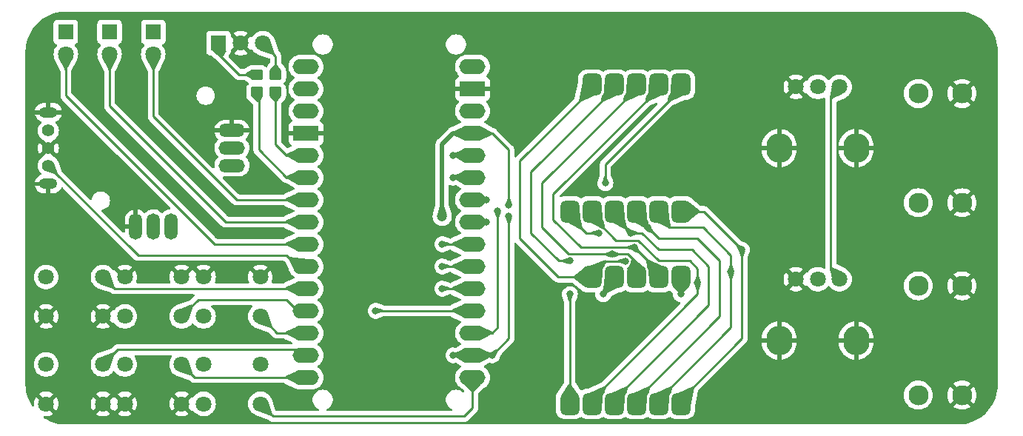
<source format=gtl>
G04 #@! TF.GenerationSoftware,KiCad,Pcbnew,7.0.8*
G04 #@! TF.CreationDate,2024-01-12T01:57:03-08:00*
G04 #@! TF.ProjectId,rc_v1,72635f76-312e-46b6-9963-61645f706362,0*
G04 #@! TF.SameCoordinates,Original*
G04 #@! TF.FileFunction,Copper,L1,Top*
G04 #@! TF.FilePolarity,Positive*
%FSLAX46Y46*%
G04 Gerber Fmt 4.6, Leading zero omitted, Abs format (unit mm)*
G04 Created by KiCad (PCBNEW 7.0.8) date 2024-01-12 01:57:03*
%MOMM*%
%LPD*%
G01*
G04 APERTURE LIST*
G04 Aperture macros list*
%AMRoundRect*
0 Rectangle with rounded corners*
0 $1 Rounding radius*
0 $2 $3 $4 $5 $6 $7 $8 $9 X,Y pos of 4 corners*
0 Add a 4 corners polygon primitive as box body*
4,1,4,$2,$3,$4,$5,$6,$7,$8,$9,$2,$3,0*
0 Add four circle primitives for the rounded corners*
1,1,$1+$1,$2,$3*
1,1,$1+$1,$4,$5*
1,1,$1+$1,$6,$7*
1,1,$1+$1,$8,$9*
0 Add four rect primitives between the rounded corners*
20,1,$1+$1,$2,$3,$4,$5,0*
20,1,$1+$1,$4,$5,$6,$7,0*
20,1,$1+$1,$6,$7,$8,$9,0*
20,1,$1+$1,$8,$9,$2,$3,0*%
G04 Aperture macros list end*
G04 #@! TA.AperFunction,ComponentPad*
%ADD10C,1.800000*%
G04 #@! TD*
G04 #@! TA.AperFunction,SMDPad,CuDef*
%ADD11RoundRect,0.250000X0.450000X-0.350000X0.450000X0.350000X-0.450000X0.350000X-0.450000X-0.350000X0*%
G04 #@! TD*
G04 #@! TA.AperFunction,SMDPad,CuDef*
%ADD12RoundRect,0.550000X-0.550000X-0.700000X0.550000X-0.700000X0.550000X0.700000X-0.550000X0.700000X0*%
G04 #@! TD*
G04 #@! TA.AperFunction,ComponentPad*
%ADD13C,2.300000*%
G04 #@! TD*
G04 #@! TA.AperFunction,ComponentPad*
%ADD14R,1.800000X1.800000*%
G04 #@! TD*
G04 #@! TA.AperFunction,ComponentPad*
%ADD15O,3.000000X3.400000*%
G04 #@! TD*
G04 #@! TA.AperFunction,SMDPad,CuDef*
%ADD16O,2.997200X1.727200*%
G04 #@! TD*
G04 #@! TA.AperFunction,SMDPad,CuDef*
%ADD17R,2.997200X1.727200*%
G04 #@! TD*
G04 #@! TA.AperFunction,ComponentPad*
%ADD18C,1.400000*%
G04 #@! TD*
G04 #@! TA.AperFunction,ComponentPad*
%ADD19O,2.100000X1.200000*%
G04 #@! TD*
G04 #@! TA.AperFunction,ComponentPad*
%ADD20O,3.000000X1.500000*%
G04 #@! TD*
G04 #@! TA.AperFunction,ComponentPad*
%ADD21O,1.500000X3.000000*%
G04 #@! TD*
G04 #@! TA.AperFunction,ViaPad*
%ADD22C,0.800000*%
G04 #@! TD*
G04 #@! TA.AperFunction,ViaPad*
%ADD23C,1.200000*%
G04 #@! TD*
G04 #@! TA.AperFunction,Conductor*
%ADD24C,0.250000*%
G04 #@! TD*
G04 #@! TA.AperFunction,Conductor*
%ADD25C,0.500000*%
G04 #@! TD*
G04 APERTURE END LIST*
D10*
X111750000Y-103750000D03*
X118250000Y-103750000D03*
X111750000Y-108250000D03*
X118250000Y-108250000D03*
D11*
X119995000Y-82585000D03*
X119995000Y-80585000D03*
D12*
X153650000Y-96250000D03*
X156190000Y-96250000D03*
X158730000Y-96250000D03*
X161270000Y-96250000D03*
X163810000Y-96250000D03*
X166350000Y-96250000D03*
X166350000Y-81750000D03*
X163810000Y-81750000D03*
X161270000Y-81750000D03*
X158730000Y-81750000D03*
X156190000Y-81750000D03*
D11*
X117836000Y-82585000D03*
X117836000Y-80585000D03*
D13*
X193500000Y-117250000D03*
X193500000Y-104750000D03*
X198500000Y-117250000D03*
X198500000Y-104750000D03*
X193500000Y-95250000D03*
X193500000Y-82750000D03*
X198500000Y-95250000D03*
X198500000Y-82750000D03*
D14*
X113460000Y-77000000D03*
D10*
X116000000Y-77000000D03*
X118540000Y-77000000D03*
X93750000Y-103750000D03*
X100250000Y-103750000D03*
X93750000Y-108250000D03*
X100250000Y-108250000D03*
D14*
X96000000Y-75730000D03*
D10*
X96000000Y-78270000D03*
X184500000Y-82000000D03*
X182000000Y-82000000D03*
X179500000Y-82000000D03*
D15*
X186400000Y-89000000D03*
X177600000Y-89000000D03*
D16*
X142525000Y-112700000D03*
X142525000Y-87300000D03*
X142525000Y-107620000D03*
X142525000Y-105080000D03*
X142525000Y-102540000D03*
X142525000Y-100000000D03*
X142525000Y-97460000D03*
X142525000Y-94920000D03*
X142525000Y-92380000D03*
X142525000Y-89840000D03*
X142525000Y-110160000D03*
X142525000Y-84760000D03*
X123475000Y-82220000D03*
X123475000Y-79680000D03*
X123475000Y-89840000D03*
X123475000Y-92380000D03*
X123475000Y-94920000D03*
X123475000Y-97460000D03*
X123475000Y-100000000D03*
X123475000Y-102540000D03*
X123475000Y-105080000D03*
X123475000Y-107620000D03*
X123475000Y-110160000D03*
X123475000Y-112700000D03*
X123475000Y-115240000D03*
X142525000Y-115240000D03*
D17*
X123475000Y-87300000D03*
X142525000Y-82220000D03*
D16*
X123475000Y-84760000D03*
X142525000Y-79680000D03*
D18*
X94000000Y-87000000D03*
D19*
X94000000Y-84900000D03*
D18*
X94000000Y-89000000D03*
D19*
X94000000Y-93100000D03*
D18*
X94000000Y-91000000D03*
D10*
X102750000Y-113750000D03*
X109250000Y-113750000D03*
X102750000Y-118250000D03*
X109250000Y-118250000D03*
D12*
X153650000Y-118250000D03*
X156190000Y-118250000D03*
X158730000Y-118250000D03*
X161270000Y-118250000D03*
X163810000Y-118250000D03*
X166350000Y-118250000D03*
X166350000Y-103750000D03*
X163810000Y-103750000D03*
X161270000Y-103750000D03*
X158730000Y-103750000D03*
X156190000Y-103750000D03*
D20*
X115000000Y-87000000D03*
X115000000Y-89000000D03*
X115000000Y-91000000D03*
D21*
X104000000Y-98000000D03*
X106000000Y-98000000D03*
X108000000Y-98000000D03*
D10*
X93750000Y-113750000D03*
X100250000Y-113750000D03*
X93750000Y-118250000D03*
X100250000Y-118250000D03*
D14*
X101000000Y-75730000D03*
D10*
X101000000Y-78270000D03*
X111750000Y-113750000D03*
X118250000Y-113750000D03*
X111750000Y-118250000D03*
X118250000Y-118250000D03*
D14*
X106000000Y-75730000D03*
D10*
X106000000Y-78270000D03*
X102750000Y-103750000D03*
X109250000Y-103750000D03*
X102750000Y-108250000D03*
X109250000Y-108250000D03*
X184500000Y-104000000D03*
X182000000Y-104000000D03*
X179500000Y-104000000D03*
D15*
X186400000Y-111000000D03*
X177600000Y-111000000D03*
D22*
X126980000Y-96190000D03*
X166350000Y-93015000D03*
X147935000Y-101270000D03*
X126345000Y-87300000D03*
X147935000Y-112065000D03*
X126980000Y-101270000D03*
X139680000Y-82220000D03*
X126345000Y-112700000D03*
X144125000Y-94920000D03*
X144125000Y-97460000D03*
D23*
X139045000Y-96825000D03*
D22*
X146665000Y-95555000D03*
X156939500Y-98728717D03*
X168255000Y-104445000D03*
X160615000Y-98730000D03*
X162540000Y-98095000D03*
X172065000Y-103175000D03*
X173335000Y-100635000D03*
X157714000Y-93015000D03*
X160990000Y-100355000D03*
X158488500Y-101130000D03*
X153650000Y-101905000D03*
X159969845Y-101941803D03*
X153650000Y-105715000D03*
X166350000Y-105715000D03*
X157460000Y-105715000D03*
X140315000Y-112700000D03*
X146665000Y-96825000D03*
X144760000Y-112700000D03*
X140315000Y-89840000D03*
X140315000Y-92380000D03*
X139045000Y-100000000D03*
X139045000Y-102540000D03*
X139045000Y-105080000D03*
X131425000Y-107620000D03*
X145395000Y-96190000D03*
D24*
X144125000Y-94920000D02*
X142525000Y-94920000D01*
X144125000Y-97460000D02*
X142525000Y-97460000D01*
X144760000Y-87300000D02*
X142525000Y-87300000D01*
D25*
X139045000Y-88570000D02*
X140315000Y-87300000D01*
D24*
X146665000Y-89205000D02*
X144760000Y-87300000D01*
D25*
X140315000Y-87300000D02*
X142525000Y-87300000D01*
X139045000Y-96825000D02*
X139045000Y-88570000D01*
D24*
X146665000Y-95555000D02*
X146665000Y-89205000D01*
X153650000Y-96866283D02*
X153650000Y-96250000D01*
X155512434Y-98728717D02*
X153650000Y-96866283D01*
X156939500Y-98728717D02*
X155512434Y-98728717D01*
X168255000Y-105715000D02*
X156190000Y-117780000D01*
X158945000Y-99580000D02*
X156190000Y-96825000D01*
X168255000Y-102818426D02*
X167341574Y-101905000D01*
X163810000Y-101905000D02*
X161485000Y-99580000D01*
X167341574Y-101905000D02*
X163810000Y-101905000D01*
X161485000Y-99580000D02*
X158945000Y-99580000D01*
X168255000Y-104445000D02*
X168255000Y-102818426D01*
X168255000Y-104445000D02*
X168255000Y-105715000D01*
X156190000Y-96825000D02*
X156190000Y-96250000D01*
X156190000Y-117780000D02*
X156190000Y-118250000D01*
X169525000Y-102540000D02*
X169525000Y-106985000D01*
X160615000Y-98730000D02*
X158730000Y-96845000D01*
X161905000Y-98730000D02*
X163810000Y-100635000D01*
X158730000Y-117780000D02*
X158730000Y-118250000D01*
X158730000Y-96845000D02*
X158730000Y-96250000D01*
X167620000Y-100635000D02*
X169525000Y-102540000D01*
X163810000Y-100635000D02*
X167620000Y-100635000D01*
X160615000Y-98730000D02*
X161905000Y-98730000D01*
X169525000Y-106985000D02*
X158730000Y-117780000D01*
X170795000Y-108255000D02*
X161270000Y-117780000D01*
X161270000Y-96825000D02*
X161270000Y-96250000D01*
X170795000Y-101905000D02*
X170795000Y-108255000D01*
X162540000Y-98095000D02*
X161270000Y-96825000D01*
X162540000Y-98095000D02*
X163810000Y-99365000D01*
X161270000Y-117780000D02*
X161270000Y-118250000D01*
X168255000Y-99365000D02*
X170795000Y-101905000D01*
X163810000Y-99365000D02*
X168255000Y-99365000D01*
X163810000Y-117780000D02*
X163810000Y-118250000D01*
X172065000Y-103175000D02*
X172065000Y-101270000D01*
X172065000Y-109525000D02*
X163810000Y-117780000D01*
X172065000Y-103175000D02*
X172065000Y-109525000D01*
X168890000Y-98095000D02*
X165040926Y-98095000D01*
X165040926Y-98095000D02*
X163810000Y-96864074D01*
X163810000Y-96864074D02*
X163810000Y-96250000D01*
X172065000Y-101270000D02*
X168890000Y-98095000D01*
X173335000Y-100635000D02*
X168950000Y-96250000D01*
X168950000Y-96250000D02*
X166350000Y-96250000D01*
X166350000Y-117780000D02*
X166350000Y-118250000D01*
X173335000Y-110795000D02*
X166350000Y-117780000D01*
X173335000Y-100635000D02*
X173335000Y-110795000D01*
X166350000Y-82220000D02*
X166350000Y-81750000D01*
X157714000Y-93015000D02*
X157714000Y-90856000D01*
X157714000Y-90856000D02*
X166350000Y-82220000D01*
X163810000Y-82220000D02*
X163810000Y-81750000D01*
X160990000Y-100355000D02*
X154918426Y-100355000D01*
X163810000Y-103175000D02*
X163810000Y-103750000D01*
X154918426Y-100355000D02*
X151745000Y-97181574D01*
X151745000Y-97181574D02*
X151745000Y-94285000D01*
X151745000Y-94285000D02*
X163810000Y-82220000D01*
X160990000Y-100355000D02*
X163810000Y-103175000D01*
X150475000Y-98095000D02*
X150475000Y-93015000D01*
X161270000Y-82220000D02*
X161270000Y-81750000D01*
X153510000Y-101130000D02*
X150475000Y-98095000D01*
X161270000Y-102145942D02*
X161270000Y-103750000D01*
X158488500Y-101130000D02*
X153510000Y-101130000D01*
X160254058Y-101130000D02*
X161270000Y-102145942D01*
X158488500Y-101130000D02*
X160254058Y-101130000D01*
X150475000Y-93015000D02*
X161270000Y-82220000D01*
X149205000Y-98730000D02*
X149205000Y-91745000D01*
X152380000Y-101905000D02*
X149205000Y-98730000D01*
X149205000Y-91745000D02*
X158730000Y-82220000D01*
X153650000Y-101905000D02*
X152380000Y-101905000D01*
X158730000Y-82220000D02*
X158730000Y-81750000D01*
X159969845Y-101941803D02*
X157701623Y-101941803D01*
X156190000Y-103750000D02*
X152320000Y-103750000D01*
X157701623Y-101941803D02*
X156190000Y-103453426D01*
X147935000Y-99365000D02*
X147935000Y-90475000D01*
X156190000Y-82220000D02*
X156190000Y-81750000D01*
X147935000Y-90475000D02*
X156190000Y-82220000D01*
X156190000Y-103453426D02*
X156190000Y-103750000D01*
X152320000Y-103750000D02*
X147935000Y-99365000D01*
X153650000Y-118250000D02*
X153650000Y-105715000D01*
X166350000Y-103750000D02*
X166350000Y-105715000D01*
X158730000Y-103750000D02*
X158730000Y-104445000D01*
X158730000Y-104445000D02*
X157460000Y-105715000D01*
X142525000Y-112700000D02*
X140315000Y-112700000D01*
X144760000Y-112700000D02*
X142525000Y-112700000D01*
X184500000Y-104000000D02*
X183495000Y-102995000D01*
X144760000Y-112700000D02*
X146665000Y-110795000D01*
X183495000Y-83005000D02*
X184500000Y-82000000D01*
X146665000Y-110795000D02*
X146665000Y-96825000D01*
X183495000Y-102995000D02*
X183495000Y-83005000D01*
X142525000Y-89840000D02*
X140315000Y-89840000D01*
X140315000Y-92380000D02*
X142525000Y-92380000D01*
X139045000Y-100000000D02*
X142525000Y-100000000D01*
X139045000Y-102540000D02*
X142525000Y-102540000D01*
X139045000Y-105080000D02*
X142525000Y-105080000D01*
X131425000Y-107620000D02*
X142525000Y-107620000D01*
X115797500Y-80585000D02*
X113460000Y-78247500D01*
X113460000Y-78247500D02*
X113460000Y-77000000D01*
X117836000Y-80585000D02*
X115797500Y-80585000D01*
X119995000Y-78455000D02*
X118540000Y-77000000D01*
X119995000Y-80585000D02*
X119995000Y-78455000D01*
X119685000Y-119685000D02*
X141585000Y-119685000D01*
X141585000Y-119685000D02*
X142525000Y-118745000D01*
X118250000Y-118250000D02*
X119685000Y-119685000D01*
X142525000Y-118745000D02*
X142525000Y-115240000D01*
X110740000Y-115240000D02*
X123475000Y-115240000D01*
X109250000Y-113750000D02*
X110740000Y-115240000D01*
X100250000Y-113750000D02*
X101935000Y-112065000D01*
X122840000Y-112065000D02*
X123475000Y-112700000D01*
X101935000Y-112065000D02*
X122840000Y-112065000D01*
X123475000Y-110160000D02*
X120160000Y-110160000D01*
X120160000Y-110160000D02*
X118250000Y-108250000D01*
X109250000Y-108250000D02*
X111150000Y-106350000D01*
X122535000Y-107620000D02*
X123475000Y-107620000D01*
X111150000Y-106350000D02*
X121265000Y-106350000D01*
X121265000Y-106350000D02*
X122535000Y-107620000D01*
X101580000Y-105080000D02*
X100250000Y-103750000D01*
X123475000Y-105080000D02*
X101580000Y-105080000D01*
X123475000Y-102540000D02*
X122535000Y-102540000D01*
X104270000Y-101270000D02*
X94000000Y-91000000D01*
X122535000Y-102540000D02*
X121265000Y-101270000D01*
X121265000Y-101270000D02*
X104270000Y-101270000D01*
X123475000Y-100000000D02*
X113010000Y-100000000D01*
X96000000Y-82990000D02*
X96000000Y-78270000D01*
X113010000Y-100000000D02*
X96000000Y-82990000D01*
X114280000Y-97460000D02*
X101000000Y-84180000D01*
X101000000Y-84180000D02*
X101000000Y-78270000D01*
X123475000Y-97460000D02*
X114280000Y-97460000D01*
X123475000Y-94920000D02*
X115550000Y-94920000D01*
X115550000Y-94920000D02*
X106000000Y-85370000D01*
X106000000Y-85370000D02*
X106000000Y-78270000D01*
X123475000Y-92380000D02*
X121265000Y-92380000D01*
X118090000Y-89205000D02*
X118090000Y-82839000D01*
X121265000Y-92380000D02*
X118090000Y-89205000D01*
X118090000Y-82839000D02*
X117836000Y-82585000D01*
X123475000Y-89840000D02*
X121265000Y-89840000D01*
X119995000Y-88570000D02*
X119995000Y-82585000D01*
X121265000Y-89840000D02*
X119995000Y-88570000D01*
X145395000Y-109525000D02*
X144760000Y-110160000D01*
X144760000Y-110160000D02*
X142525000Y-110160000D01*
X145395000Y-96190000D02*
X145395000Y-109525000D01*
G04 #@! TA.AperFunction,Conductor*
G36*
X160835294Y-99989728D02*
G01*
X160841280Y-99995890D01*
X160989123Y-100350498D01*
X160989144Y-100359452D01*
X160989123Y-100359502D01*
X160841280Y-100714109D01*
X160834933Y-100720427D01*
X160826344Y-100720551D01*
X160197563Y-100482858D01*
X160191036Y-100476727D01*
X160190000Y-100471914D01*
X160190000Y-100238085D01*
X160193427Y-100229812D01*
X160197563Y-100227141D01*
X160826345Y-99989448D01*
X160835294Y-99989728D01*
G37*
G04 #@! TD.AperFunction*
G04 #@! TA.AperFunction,Conductor*
G36*
X122515263Y-89046889D02*
G01*
X123464786Y-89831681D01*
X123468980Y-89839592D01*
X123466350Y-89848152D01*
X123464778Y-89849723D01*
X122515727Y-90632736D01*
X122507165Y-90635358D01*
X122502510Y-90633888D01*
X121082358Y-89828349D01*
X121076853Y-89821286D01*
X121077954Y-89812399D01*
X121079854Y-89809903D01*
X121244345Y-89645412D01*
X121247581Y-89643127D01*
X122502781Y-89045344D01*
X122511723Y-89044881D01*
X122515263Y-89046889D01*
G37*
G04 #@! TD.AperFunction*
G04 #@! TA.AperFunction,Conductor*
G36*
X143970294Y-97094728D02*
G01*
X143976280Y-97100890D01*
X144124123Y-97455498D01*
X144124144Y-97464452D01*
X144124123Y-97464502D01*
X143976280Y-97819109D01*
X143969933Y-97825427D01*
X143961344Y-97825551D01*
X143332563Y-97587858D01*
X143326036Y-97581727D01*
X143325000Y-97576914D01*
X143325000Y-97343085D01*
X143328427Y-97334812D01*
X143332563Y-97332141D01*
X143961345Y-97094448D01*
X143970294Y-97094728D01*
G37*
G04 #@! TD.AperFunction*
G04 #@! TA.AperFunction,Conductor*
G36*
X143970294Y-94554728D02*
G01*
X143976280Y-94560890D01*
X144124123Y-94915498D01*
X144124144Y-94924452D01*
X144124123Y-94924502D01*
X143976280Y-95279109D01*
X143969933Y-95285427D01*
X143961344Y-95285551D01*
X143332563Y-95047858D01*
X143326036Y-95041727D01*
X143325000Y-95036914D01*
X143325000Y-94803085D01*
X143328427Y-94794812D01*
X143332563Y-94792141D01*
X143961345Y-94554448D01*
X143970294Y-94554728D01*
G37*
G04 #@! TD.AperFunction*
G04 #@! TA.AperFunction,Conductor*
G36*
X144605294Y-112334728D02*
G01*
X144611280Y-112340890D01*
X144759123Y-112695498D01*
X144759144Y-112704452D01*
X144759123Y-112704502D01*
X144611280Y-113059109D01*
X144604933Y-113065427D01*
X144596344Y-113065551D01*
X143967563Y-112827858D01*
X143961036Y-112821727D01*
X143960000Y-112816914D01*
X143960000Y-112583085D01*
X143963427Y-112574812D01*
X143967563Y-112572141D01*
X144596345Y-112334448D01*
X144605294Y-112334728D01*
G37*
G04 #@! TD.AperFunction*
G04 #@! TA.AperFunction,Conductor*
G36*
X154747215Y-96091718D02*
G01*
X154751790Y-96099297D01*
X154839360Y-96659442D01*
X154839500Y-96661249D01*
X154839500Y-96994956D01*
X154854631Y-97129252D01*
X154854631Y-97129253D01*
X154914209Y-97299518D01*
X154914210Y-97299520D01*
X154914211Y-97299522D01*
X154926323Y-97318799D01*
X154946495Y-97350903D01*
X154948148Y-97355321D01*
X155064404Y-98098954D01*
X155062296Y-98107657D01*
X155061117Y-98109034D01*
X154894457Y-98275694D01*
X154886184Y-98279121D01*
X154881038Y-98277929D01*
X153301308Y-97504304D01*
X153295385Y-97497587D01*
X153295203Y-97490590D01*
X153647219Y-96256561D01*
X153652784Y-96249546D01*
X153656766Y-96248196D01*
X154738532Y-96089528D01*
X154747215Y-96091718D01*
G37*
G04 #@! TD.AperFunction*
G04 #@! TA.AperFunction,Conductor*
G36*
X119078984Y-117910327D02*
G01*
X119085310Y-117916666D01*
X119085551Y-117917302D01*
X119608781Y-119427480D01*
X119608252Y-119436419D01*
X119605999Y-119439583D01*
X119439583Y-119605999D01*
X119431310Y-119609426D01*
X119427480Y-119608781D01*
X117917302Y-119085551D01*
X117910606Y-119079605D01*
X117910077Y-119070666D01*
X117910307Y-119070057D01*
X118247438Y-118253783D01*
X118253761Y-118247447D01*
X119070032Y-117910318D01*
X119078984Y-117910327D01*
G37*
G04 #@! TD.AperFunction*
G04 #@! TA.AperFunction,Conductor*
G36*
X139225696Y-104720890D02*
G01*
X139837437Y-104952141D01*
X139843964Y-104958272D01*
X139845000Y-104963085D01*
X139845000Y-105196914D01*
X139841573Y-105205187D01*
X139837437Y-105207858D01*
X139208655Y-105445551D01*
X139199705Y-105445271D01*
X139193719Y-105439109D01*
X139097306Y-105207858D01*
X139045875Y-105084499D01*
X139045855Y-105075550D01*
X139193719Y-104720889D01*
X139200066Y-104714572D01*
X139208654Y-104714448D01*
X139225696Y-104720890D01*
G37*
G04 #@! TD.AperFunction*
G04 #@! TA.AperFunction,Conductor*
G36*
X122515292Y-104286907D02*
G01*
X123465070Y-105070977D01*
X123469268Y-105078887D01*
X123466644Y-105087449D01*
X123465070Y-105089023D01*
X122515292Y-105873092D01*
X122506730Y-105875716D01*
X122502765Y-105874610D01*
X121119422Y-105208190D01*
X121113456Y-105201512D01*
X121112800Y-105197649D01*
X121112800Y-104962350D01*
X121116227Y-104954077D01*
X121119418Y-104951811D01*
X122502766Y-104285388D01*
X122511706Y-104284886D01*
X122515292Y-104286907D01*
G37*
G04 #@! TD.AperFunction*
G04 #@! TA.AperFunction,Conductor*
G36*
X156784794Y-98363445D02*
G01*
X156790780Y-98369607D01*
X156938623Y-98724215D01*
X156938644Y-98733169D01*
X156938623Y-98733219D01*
X156790780Y-99087826D01*
X156784433Y-99094144D01*
X156775844Y-99094268D01*
X156147063Y-98856575D01*
X156140536Y-98850444D01*
X156139500Y-98845631D01*
X156139500Y-98611802D01*
X156142927Y-98603529D01*
X156147063Y-98600858D01*
X156775845Y-98363165D01*
X156784794Y-98363445D01*
G37*
G04 #@! TD.AperFunction*
G04 #@! TA.AperFunction,Conductor*
G36*
X161263269Y-81747929D02*
G01*
X161270788Y-81752791D01*
X161272518Y-81756634D01*
X161576993Y-82990558D01*
X161575648Y-82999411D01*
X161570466Y-83004016D01*
X159916818Y-83753990D01*
X159907869Y-83754287D01*
X159903713Y-83751608D01*
X159737168Y-83585063D01*
X159733741Y-83576790D01*
X159734001Y-83574339D01*
X159855582Y-83009138D01*
X159858742Y-83003335D01*
X159909816Y-82952262D01*
X160005789Y-82799522D01*
X160065368Y-82629255D01*
X160080500Y-82494954D01*
X160080500Y-81964792D01*
X160080762Y-81962332D01*
X160104000Y-81854300D01*
X160167613Y-81558576D01*
X160172703Y-81551210D01*
X160181160Y-81549530D01*
X161263269Y-81747929D01*
G37*
G04 #@! TD.AperFunction*
G04 #@! TA.AperFunction,Conductor*
G36*
X158669196Y-100770890D02*
G01*
X159280937Y-101002141D01*
X159287464Y-101008272D01*
X159288500Y-101013085D01*
X159288500Y-101246914D01*
X159285073Y-101255187D01*
X159280937Y-101257858D01*
X158652155Y-101495551D01*
X158643205Y-101495271D01*
X158637219Y-101489109D01*
X158540806Y-101257858D01*
X158489375Y-101134499D01*
X158489355Y-101125550D01*
X158637219Y-100770889D01*
X158643566Y-100764572D01*
X158652154Y-100764448D01*
X158669196Y-100770890D01*
G37*
G04 #@! TD.AperFunction*
G04 #@! TA.AperFunction,Conductor*
G36*
X160795696Y-98370890D02*
G01*
X161407437Y-98602141D01*
X161413964Y-98608272D01*
X161415000Y-98613085D01*
X161415000Y-98846914D01*
X161411573Y-98855187D01*
X161407437Y-98857858D01*
X160778655Y-99095551D01*
X160769705Y-99095271D01*
X160763719Y-99089109D01*
X160667306Y-98857858D01*
X160615875Y-98734499D01*
X160615855Y-98725550D01*
X160763719Y-98370889D01*
X160770066Y-98364572D01*
X160778654Y-98364448D01*
X160795696Y-98370890D01*
G37*
G04 #@! TD.AperFunction*
G04 #@! TA.AperFunction,Conductor*
G36*
X172190188Y-102378427D02*
G01*
X172192859Y-102382563D01*
X172430551Y-103011344D01*
X172430271Y-103020294D01*
X172424109Y-103026280D01*
X172069502Y-103174123D01*
X172060548Y-103174144D01*
X172060498Y-103174123D01*
X171705890Y-103026280D01*
X171699572Y-103019933D01*
X171699448Y-103011345D01*
X171937141Y-102382562D01*
X171943272Y-102376036D01*
X171948085Y-102375000D01*
X172181915Y-102375000D01*
X172190188Y-102378427D01*
G37*
G04 #@! TD.AperFunction*
G04 #@! TA.AperFunction,Conductor*
G36*
X172424109Y-103323719D02*
G01*
X172430427Y-103330066D01*
X172430551Y-103338655D01*
X172192859Y-103967437D01*
X172186728Y-103973964D01*
X172181915Y-103975000D01*
X171948085Y-103975000D01*
X171939812Y-103971573D01*
X171937141Y-103967437D01*
X171699448Y-103338655D01*
X171699728Y-103329705D01*
X171705889Y-103323719D01*
X172060500Y-103175875D01*
X172069449Y-103175855D01*
X172424109Y-103323719D01*
G37*
G04 #@! TD.AperFunction*
G04 #@! TA.AperFunction,Conductor*
G36*
X141565292Y-106826907D02*
G01*
X142515070Y-107610977D01*
X142519268Y-107618887D01*
X142516644Y-107627449D01*
X142515070Y-107629023D01*
X141565292Y-108413092D01*
X141556730Y-108415716D01*
X141552765Y-108414610D01*
X140169422Y-107748190D01*
X140163456Y-107741512D01*
X140162800Y-107737649D01*
X140162800Y-107502350D01*
X140166227Y-107494077D01*
X140169418Y-107491811D01*
X141552766Y-106825388D01*
X141561706Y-106824886D01*
X141565292Y-106826907D01*
G37*
G04 #@! TD.AperFunction*
G04 #@! TA.AperFunction,Conductor*
G36*
X139225696Y-99640890D02*
G01*
X139837437Y-99872141D01*
X139843964Y-99878272D01*
X139845000Y-99883085D01*
X139845000Y-100116914D01*
X139841573Y-100125187D01*
X139837437Y-100127858D01*
X139208655Y-100365551D01*
X139199705Y-100365271D01*
X139193719Y-100359109D01*
X139097306Y-100127858D01*
X139045875Y-100004499D01*
X139045855Y-99995550D01*
X139193719Y-99640889D01*
X139200066Y-99634572D01*
X139208654Y-99634448D01*
X139225696Y-99640890D01*
G37*
G04 #@! TD.AperFunction*
G04 #@! TA.AperFunction,Conductor*
G36*
X162636286Y-116248391D02*
G01*
X162802831Y-116414936D01*
X162806258Y-116423209D01*
X162805996Y-116425670D01*
X162684417Y-116990856D01*
X162681252Y-116996668D01*
X162630185Y-117047736D01*
X162534209Y-117200481D01*
X162474631Y-117370746D01*
X162474631Y-117370747D01*
X162459500Y-117505043D01*
X162459500Y-118035205D01*
X162459238Y-118037666D01*
X162372386Y-118441420D01*
X162367296Y-118448787D01*
X162358838Y-118450467D01*
X161276730Y-118252070D01*
X161269211Y-118247208D01*
X161267481Y-118243365D01*
X161052160Y-117370747D01*
X160963006Y-117009439D01*
X160964351Y-117000588D01*
X160969531Y-116995984D01*
X162623183Y-116246008D01*
X162632130Y-116245712D01*
X162636286Y-116248391D01*
G37*
G04 #@! TD.AperFunction*
G04 #@! TA.AperFunction,Conductor*
G36*
X119078984Y-107910327D02*
G01*
X119085310Y-107916666D01*
X119085551Y-107917302D01*
X119608781Y-109427480D01*
X119608252Y-109436419D01*
X119605999Y-109439583D01*
X119439583Y-109605999D01*
X119431310Y-109609426D01*
X119427480Y-109608781D01*
X117917302Y-109085551D01*
X117910606Y-109079605D01*
X117910077Y-109070666D01*
X117910307Y-109070057D01*
X118247438Y-108253783D01*
X118253761Y-108247447D01*
X119070032Y-107910318D01*
X119078984Y-107910327D01*
G37*
G04 #@! TD.AperFunction*
G04 #@! TA.AperFunction,Conductor*
G36*
X161358044Y-100206253D02*
G01*
X161364206Y-100212239D01*
X161640747Y-100824928D01*
X161641027Y-100833878D01*
X161638356Y-100838014D01*
X161473014Y-101003356D01*
X161464741Y-101006783D01*
X161459928Y-101005747D01*
X160847239Y-100729206D01*
X160841108Y-100722679D01*
X160841232Y-100714090D01*
X160987437Y-100358802D01*
X160993753Y-100352457D01*
X161349090Y-100206232D01*
X161358044Y-100206253D01*
G37*
G04 #@! TD.AperFunction*
G04 #@! TA.AperFunction,Conductor*
G36*
X166475188Y-104918427D02*
G01*
X166477859Y-104922563D01*
X166715551Y-105551344D01*
X166715271Y-105560294D01*
X166709109Y-105566280D01*
X166354502Y-105714123D01*
X166345548Y-105714144D01*
X166345498Y-105714123D01*
X165990890Y-105566280D01*
X165984572Y-105559933D01*
X165984448Y-105551345D01*
X166222141Y-104922562D01*
X166228272Y-104916036D01*
X166233085Y-104915000D01*
X166466915Y-104915000D01*
X166475188Y-104918427D01*
G37*
G04 #@! TD.AperFunction*
G04 #@! TA.AperFunction,Conductor*
G36*
X143497449Y-86505983D02*
G01*
X144924716Y-87294037D01*
X144930302Y-87301035D01*
X144929303Y-87309934D01*
X144927334Y-87312552D01*
X144762940Y-87476946D01*
X144759793Y-87479190D01*
X143497257Y-88094561D01*
X143488319Y-88095106D01*
X143484677Y-88093062D01*
X142741951Y-87479190D01*
X142535212Y-87308318D01*
X142531019Y-87300407D01*
X142533649Y-87291847D01*
X142535215Y-87290281D01*
X143484350Y-86507199D01*
X143492910Y-86504578D01*
X143497449Y-86505983D01*
G37*
G04 #@! TD.AperFunction*
G04 #@! TA.AperFunction,Conductor*
G36*
X158723269Y-81747929D02*
G01*
X158730788Y-81752791D01*
X158732518Y-81756634D01*
X159036993Y-82990558D01*
X159035648Y-82999411D01*
X159030466Y-83004016D01*
X157376818Y-83753990D01*
X157367869Y-83754287D01*
X157363713Y-83751608D01*
X157197168Y-83585063D01*
X157193741Y-83576790D01*
X157194001Y-83574339D01*
X157315582Y-83009138D01*
X157318742Y-83003335D01*
X157369816Y-82952262D01*
X157465789Y-82799522D01*
X157525368Y-82629255D01*
X157540500Y-82494954D01*
X157540500Y-81964792D01*
X157540762Y-81962332D01*
X157564000Y-81854300D01*
X157627613Y-81558576D01*
X157632703Y-81551210D01*
X157641160Y-81549530D01*
X158723269Y-81747929D01*
G37*
G04 #@! TD.AperFunction*
G04 #@! TA.AperFunction,Conductor*
G36*
X101436419Y-112391747D02*
G01*
X101439583Y-112394000D01*
X101605999Y-112560416D01*
X101609426Y-112568689D01*
X101608781Y-112572519D01*
X101085551Y-114082697D01*
X101079605Y-114089393D01*
X101070666Y-114089922D01*
X101070030Y-114089681D01*
X100253785Y-113752562D01*
X100247446Y-113746236D01*
X100247437Y-113746214D01*
X99910318Y-112929967D01*
X99910327Y-112921015D01*
X99916666Y-112914689D01*
X99917288Y-112914452D01*
X101427481Y-112391218D01*
X101436419Y-112391747D01*
G37*
G04 #@! TD.AperFunction*
G04 #@! TA.AperFunction,Conductor*
G36*
X140495696Y-92020890D02*
G01*
X141107437Y-92252141D01*
X141113964Y-92258272D01*
X141115000Y-92263085D01*
X141115000Y-92496914D01*
X141111573Y-92505187D01*
X141107437Y-92507858D01*
X140478655Y-92745551D01*
X140469705Y-92745271D01*
X140463719Y-92739109D01*
X140367306Y-92507858D01*
X140315875Y-92384499D01*
X140315855Y-92375550D01*
X140463719Y-92020889D01*
X140470066Y-92014572D01*
X140478654Y-92014448D01*
X140495696Y-92020890D01*
G37*
G04 #@! TD.AperFunction*
G04 #@! TA.AperFunction,Conductor*
G36*
X101078984Y-103410327D02*
G01*
X101085310Y-103416666D01*
X101085551Y-103417302D01*
X101608781Y-104927480D01*
X101608252Y-104936419D01*
X101605999Y-104939583D01*
X101439583Y-105105999D01*
X101431310Y-105109426D01*
X101427480Y-105108781D01*
X99917302Y-104585551D01*
X99910606Y-104579605D01*
X99910077Y-104570666D01*
X99910307Y-104570057D01*
X100247438Y-103753783D01*
X100253761Y-103747447D01*
X101070032Y-103410318D01*
X101078984Y-103410327D01*
G37*
G04 #@! TD.AperFunction*
G04 #@! TA.AperFunction,Conductor*
G36*
X122515292Y-94126907D02*
G01*
X123465070Y-94910977D01*
X123469268Y-94918887D01*
X123466644Y-94927449D01*
X123465070Y-94929023D01*
X122515292Y-95713092D01*
X122506730Y-95715716D01*
X122502765Y-95714610D01*
X121119422Y-95048190D01*
X121113456Y-95041512D01*
X121112800Y-95037649D01*
X121112800Y-94802350D01*
X121116227Y-94794077D01*
X121119418Y-94791811D01*
X122502766Y-94125388D01*
X122511706Y-94124886D01*
X122515292Y-94126907D01*
G37*
G04 #@! TD.AperFunction*
G04 #@! TA.AperFunction,Conductor*
G36*
X141565265Y-86506882D02*
G01*
X142514778Y-87290276D01*
X142518979Y-87298185D01*
X142516357Y-87306747D01*
X142514786Y-87308319D01*
X141565060Y-88093278D01*
X141556500Y-88095908D01*
X141552922Y-88094982D01*
X141549021Y-88093278D01*
X140386179Y-87585282D01*
X140382590Y-87582833D01*
X140042312Y-87242555D01*
X140038885Y-87234282D01*
X140042312Y-87226009D01*
X140045551Y-87223720D01*
X141552786Y-86505344D01*
X141561728Y-86504879D01*
X141565265Y-86506882D01*
G37*
G04 #@! TD.AperFunction*
G04 #@! TA.AperFunction,Conductor*
G36*
X119368984Y-76660327D02*
G01*
X119375310Y-76666666D01*
X119375551Y-76667302D01*
X119898781Y-78177480D01*
X119898252Y-78186419D01*
X119895999Y-78189583D01*
X119729583Y-78355999D01*
X119721310Y-78359426D01*
X119717480Y-78358781D01*
X118207302Y-77835551D01*
X118200606Y-77829605D01*
X118200077Y-77820666D01*
X118200307Y-77820057D01*
X118537438Y-77003783D01*
X118543761Y-76997447D01*
X119360032Y-76660318D01*
X119368984Y-76660327D01*
G37*
G04 #@! TD.AperFunction*
G04 #@! TA.AperFunction,Conductor*
G36*
X146790188Y-94758427D02*
G01*
X146792859Y-94762563D01*
X147030551Y-95391344D01*
X147030271Y-95400294D01*
X147024109Y-95406280D01*
X146669502Y-95554123D01*
X146660548Y-95554144D01*
X146660498Y-95554123D01*
X146305890Y-95406280D01*
X146299572Y-95399933D01*
X146299448Y-95391345D01*
X146537141Y-94762562D01*
X146543272Y-94756036D01*
X146548085Y-94755000D01*
X146781915Y-94755000D01*
X146790188Y-94758427D01*
G37*
G04 #@! TD.AperFunction*
G04 #@! TA.AperFunction,Conductor*
G36*
X117296807Y-80010915D02*
G01*
X117613623Y-80347608D01*
X117829455Y-80576982D01*
X117832629Y-80585356D01*
X117829455Y-80593018D01*
X117296809Y-81159083D01*
X117288644Y-81162760D01*
X117282236Y-81161078D01*
X116541648Y-80713414D01*
X116536340Y-80706201D01*
X116536000Y-80703401D01*
X116536000Y-80466598D01*
X116539427Y-80458325D01*
X116541642Y-80456589D01*
X117282238Y-80008920D01*
X117291088Y-80007574D01*
X117296807Y-80010915D01*
G37*
G04 #@! TD.AperFunction*
G04 #@! TA.AperFunction,Conductor*
G36*
X163803269Y-81747929D02*
G01*
X163810788Y-81752791D01*
X163812518Y-81756634D01*
X164116993Y-82990558D01*
X164115648Y-82999411D01*
X164110466Y-83004016D01*
X162456818Y-83753990D01*
X162447869Y-83754287D01*
X162443713Y-83751608D01*
X162277168Y-83585063D01*
X162273741Y-83576790D01*
X162274001Y-83574339D01*
X162395582Y-83009138D01*
X162398742Y-83003335D01*
X162449816Y-82952262D01*
X162545789Y-82799522D01*
X162605368Y-82629255D01*
X162620500Y-82494954D01*
X162620500Y-81964792D01*
X162620762Y-81962332D01*
X162644000Y-81854300D01*
X162707613Y-81558576D01*
X162712703Y-81551210D01*
X162721160Y-81549530D01*
X163803269Y-81747929D01*
G37*
G04 #@! TD.AperFunction*
G04 #@! TA.AperFunction,Conductor*
G36*
X122515292Y-109366907D02*
G01*
X123465070Y-110150977D01*
X123469268Y-110158887D01*
X123466644Y-110167449D01*
X123465070Y-110169023D01*
X122515292Y-110953092D01*
X122506730Y-110955716D01*
X122502765Y-110954610D01*
X121119422Y-110288190D01*
X121113456Y-110281512D01*
X121112800Y-110277649D01*
X121112800Y-110042350D01*
X121116227Y-110034077D01*
X121119418Y-110031811D01*
X122502766Y-109365388D01*
X122511706Y-109364886D01*
X122515292Y-109366907D01*
G37*
G04 #@! TD.AperFunction*
G04 #@! TA.AperFunction,Conductor*
G36*
X96820039Y-78609657D02*
G01*
X96826365Y-78615996D01*
X96826356Y-78624950D01*
X96826077Y-78625571D01*
X96128199Y-80063409D01*
X96121503Y-80069355D01*
X96117673Y-80070000D01*
X95882327Y-80070000D01*
X95874054Y-80066573D01*
X95871801Y-80063409D01*
X95828266Y-79973715D01*
X95173921Y-78625569D01*
X95173393Y-78616632D01*
X95179339Y-78609936D01*
X95179940Y-78609665D01*
X95995512Y-78270863D01*
X96004465Y-78270855D01*
X96820039Y-78609657D01*
G37*
G04 #@! TD.AperFunction*
G04 #@! TA.AperFunction,Conductor*
G36*
X159815139Y-101576531D02*
G01*
X159821125Y-101582693D01*
X159968968Y-101937301D01*
X159968989Y-101946255D01*
X159968968Y-101946305D01*
X159821125Y-102300912D01*
X159814778Y-102307230D01*
X159806189Y-102307354D01*
X159177408Y-102069661D01*
X159170881Y-102063530D01*
X159169845Y-102058717D01*
X159169845Y-101824888D01*
X159173272Y-101816615D01*
X159177408Y-101813944D01*
X159806190Y-101576251D01*
X159815139Y-101576531D01*
G37*
G04 #@! TD.AperFunction*
G04 #@! TA.AperFunction,Conductor*
G36*
X167716286Y-116248391D02*
G01*
X167882831Y-116414936D01*
X167886258Y-116423209D01*
X167885996Y-116425670D01*
X167452386Y-118441420D01*
X167447296Y-118448787D01*
X167438838Y-118450467D01*
X166356730Y-118252070D01*
X166349211Y-118247208D01*
X166347481Y-118243365D01*
X166043006Y-117009439D01*
X166044351Y-117000588D01*
X166049531Y-116995984D01*
X167703183Y-116246008D01*
X167712130Y-116245712D01*
X167716286Y-116248391D01*
G37*
G04 #@! TD.AperFunction*
G04 #@! TA.AperFunction,Conductor*
G36*
X164906808Y-96059296D02*
G01*
X164911623Y-96066846D01*
X164911688Y-96067254D01*
X164999443Y-96691180D01*
X164999500Y-96691996D01*
X164999500Y-96994956D01*
X165014631Y-97129252D01*
X165014631Y-97129253D01*
X165074209Y-97299518D01*
X165074212Y-97299523D01*
X165086787Y-97319539D01*
X165088466Y-97324133D01*
X165179251Y-97969594D01*
X165179308Y-97970410D01*
X165179308Y-98202288D01*
X165175881Y-98210561D01*
X165167608Y-98213988D01*
X165163017Y-98213049D01*
X163500963Y-97503930D01*
X163494698Y-97497532D01*
X163494214Y-97490294D01*
X163807141Y-96257324D01*
X163812496Y-96250150D01*
X163816438Y-96248684D01*
X164898064Y-96057363D01*
X164906808Y-96059296D01*
G37*
G04 #@! TD.AperFunction*
G04 #@! TA.AperFunction,Conductor*
G36*
X122515292Y-114446907D02*
G01*
X123465070Y-115230977D01*
X123469268Y-115238887D01*
X123466644Y-115247449D01*
X123465070Y-115249023D01*
X122515292Y-116033092D01*
X122506730Y-116035716D01*
X122502765Y-116034610D01*
X121119422Y-115368190D01*
X121113456Y-115361512D01*
X121112800Y-115357649D01*
X121112800Y-115122350D01*
X121116227Y-115114077D01*
X121119418Y-115111811D01*
X122502766Y-114445388D01*
X122511706Y-114444886D01*
X122515292Y-114446907D01*
G37*
G04 #@! TD.AperFunction*
G04 #@! TA.AperFunction,Conductor*
G36*
X141565594Y-89047156D02*
G01*
X142515070Y-89830977D01*
X142519268Y-89838887D01*
X142516644Y-89847449D01*
X142515070Y-89849023D01*
X141565594Y-90632843D01*
X141557032Y-90635467D01*
X141552580Y-90634112D01*
X140321135Y-89968316D01*
X140315488Y-89961367D01*
X140315000Y-89958024D01*
X140315000Y-89721975D01*
X140318427Y-89713702D01*
X140321135Y-89711683D01*
X141552581Y-89045886D01*
X141561488Y-89044967D01*
X141565594Y-89047156D01*
G37*
G04 #@! TD.AperFunction*
G04 #@! TA.AperFunction,Conductor*
G36*
X101820039Y-78609657D02*
G01*
X101826365Y-78615996D01*
X101826356Y-78624950D01*
X101826077Y-78625571D01*
X101128199Y-80063409D01*
X101121503Y-80069355D01*
X101117673Y-80070000D01*
X100882327Y-80070000D01*
X100874054Y-80066573D01*
X100871801Y-80063409D01*
X100828266Y-79973715D01*
X100173921Y-78625569D01*
X100173393Y-78616632D01*
X100179339Y-78609936D01*
X100179940Y-78609665D01*
X100995512Y-78270863D01*
X101004465Y-78270855D01*
X101820039Y-78609657D01*
G37*
G04 #@! TD.AperFunction*
G04 #@! TA.AperFunction,Conductor*
G36*
X166343269Y-81747929D02*
G01*
X166350788Y-81752791D01*
X166352518Y-81756634D01*
X166656993Y-82990558D01*
X166655648Y-82999411D01*
X166650466Y-83004016D01*
X164996818Y-83753990D01*
X164987869Y-83754287D01*
X164983713Y-83751608D01*
X164817168Y-83585063D01*
X164813741Y-83576790D01*
X164814001Y-83574339D01*
X164935582Y-83009138D01*
X164938742Y-83003335D01*
X164989816Y-82952262D01*
X165085789Y-82799522D01*
X165145368Y-82629255D01*
X165160500Y-82494954D01*
X165160500Y-81964792D01*
X165160762Y-81962332D01*
X165184000Y-81854300D01*
X165247613Y-81558576D01*
X165252703Y-81551210D01*
X165261160Y-81549530D01*
X166343269Y-81747929D01*
G37*
G04 #@! TD.AperFunction*
G04 #@! TA.AperFunction,Conductor*
G36*
X141565594Y-111907156D02*
G01*
X142515070Y-112690977D01*
X142519268Y-112698887D01*
X142516644Y-112707449D01*
X142515070Y-112709023D01*
X141565594Y-113492843D01*
X141557032Y-113495467D01*
X141552580Y-113494112D01*
X140321135Y-112828316D01*
X140315488Y-112821367D01*
X140315000Y-112818024D01*
X140315000Y-112581975D01*
X140318427Y-112573702D01*
X140321135Y-112571683D01*
X141552581Y-111905886D01*
X141561488Y-111904967D01*
X141565594Y-111907156D01*
G37*
G04 #@! TD.AperFunction*
G04 #@! TA.AperFunction,Conductor*
G36*
X121590584Y-101413842D02*
G01*
X123674265Y-101674768D01*
X123682047Y-101679195D01*
X123684419Y-101687830D01*
X123684174Y-101689158D01*
X123477584Y-102533036D01*
X123472289Y-102540257D01*
X123467890Y-102541834D01*
X122026535Y-102749735D01*
X122017858Y-102747525D01*
X122014508Y-102743598D01*
X121453592Y-101676400D01*
X121412138Y-101597531D01*
X121411324Y-101588615D01*
X121414221Y-101583818D01*
X121580861Y-101417178D01*
X121589133Y-101413752D01*
X121590584Y-101413842D01*
G37*
G04 #@! TD.AperFunction*
G04 #@! TA.AperFunction,Conductor*
G36*
X120122304Y-79388427D02*
G01*
X120123504Y-79389834D01*
X120588855Y-80031853D01*
X120590936Y-80040562D01*
X120587254Y-80047375D01*
X120002872Y-80578840D01*
X119994446Y-80581871D01*
X119987128Y-80578840D01*
X119402745Y-80047375D01*
X119398930Y-80039273D01*
X119401143Y-80031855D01*
X119866496Y-79389833D01*
X119874126Y-79385146D01*
X119875969Y-79385000D01*
X120114031Y-79385000D01*
X120122304Y-79388427D01*
G37*
G04 #@! TD.AperFunction*
G04 #@! TA.AperFunction,Conductor*
G36*
X110436419Y-106891747D02*
G01*
X110439583Y-106894000D01*
X110605999Y-107060416D01*
X110609426Y-107068689D01*
X110608781Y-107072519D01*
X110085551Y-108582697D01*
X110079605Y-108589393D01*
X110070666Y-108589922D01*
X110070030Y-108589681D01*
X109253785Y-108252562D01*
X109247446Y-108246236D01*
X109247437Y-108246214D01*
X108910318Y-107429967D01*
X108910327Y-107421015D01*
X108916666Y-107414689D01*
X108917288Y-107414452D01*
X110427481Y-106891218D01*
X110436419Y-106891747D01*
G37*
G04 #@! TD.AperFunction*
G04 #@! TA.AperFunction,Conductor*
G36*
X157287322Y-96080016D02*
G01*
X157291964Y-96087480D01*
X157379329Y-96592514D01*
X157379500Y-96594508D01*
X157379500Y-96994956D01*
X157394631Y-97129252D01*
X157394631Y-97129253D01*
X157454209Y-97299518D01*
X157454210Y-97299520D01*
X157454211Y-97299522D01*
X157471323Y-97326756D01*
X157518418Y-97401709D01*
X157520040Y-97405940D01*
X157638722Y-98092001D01*
X157636755Y-98100737D01*
X157635466Y-98102268D01*
X157468837Y-98268897D01*
X157460564Y-98272324D01*
X157455508Y-98271175D01*
X157344802Y-98218122D01*
X157342100Y-98216329D01*
X157311740Y-98189434D01*
X157171865Y-98116020D01*
X157090420Y-98095946D01*
X157088164Y-98095137D01*
X155855081Y-97504222D01*
X155849101Y-97497556D01*
X155848854Y-97490578D01*
X156187294Y-96256580D01*
X156192787Y-96249509D01*
X156196756Y-96248118D01*
X157278619Y-96077916D01*
X157287322Y-96080016D01*
G37*
G04 #@! TD.AperFunction*
G04 #@! TA.AperFunction,Conductor*
G36*
X120002872Y-82591159D02*
G01*
X120587254Y-83122623D01*
X120591069Y-83130725D01*
X120588855Y-83138145D01*
X120123504Y-83780166D01*
X120115874Y-83784854D01*
X120114031Y-83785000D01*
X119875969Y-83785000D01*
X119867696Y-83781573D01*
X119866496Y-83780166D01*
X119401144Y-83138145D01*
X119399063Y-83129436D01*
X119402743Y-83122625D01*
X119987128Y-82591158D01*
X119995554Y-82588128D01*
X120002872Y-82591159D01*
G37*
G04 #@! TD.AperFunction*
G04 #@! TA.AperFunction,Conductor*
G36*
X141565292Y-104286907D02*
G01*
X142515070Y-105070977D01*
X142519268Y-105078887D01*
X142516644Y-105087449D01*
X142515070Y-105089023D01*
X141565292Y-105873092D01*
X141556730Y-105875716D01*
X141552765Y-105874610D01*
X140169422Y-105208190D01*
X140163456Y-105201512D01*
X140162800Y-105197649D01*
X140162800Y-104962350D01*
X140166227Y-104954077D01*
X140169418Y-104951811D01*
X141552766Y-104285388D01*
X141561706Y-104284886D01*
X141565292Y-104286907D01*
G37*
G04 #@! TD.AperFunction*
G04 #@! TA.AperFunction,Conductor*
G36*
X157839188Y-92218427D02*
G01*
X157841859Y-92222563D01*
X158079551Y-92851344D01*
X158079271Y-92860294D01*
X158073109Y-92866280D01*
X157718502Y-93014123D01*
X157709548Y-93014144D01*
X157709498Y-93014123D01*
X157354890Y-92866280D01*
X157348572Y-92859933D01*
X157348448Y-92851345D01*
X157586141Y-92222562D01*
X157592272Y-92216036D01*
X157597085Y-92215000D01*
X157830915Y-92215000D01*
X157839188Y-92218427D01*
G37*
G04 #@! TD.AperFunction*
G04 #@! TA.AperFunction,Conductor*
G36*
X157943014Y-105066643D02*
G01*
X158108356Y-105231985D01*
X158111783Y-105240258D01*
X158110747Y-105245071D01*
X157834206Y-105857760D01*
X157827679Y-105863891D01*
X157819090Y-105863767D01*
X157463804Y-105717563D01*
X157457457Y-105711245D01*
X157457436Y-105711195D01*
X157311232Y-105355909D01*
X157311253Y-105346955D01*
X157317237Y-105340794D01*
X157929928Y-105064251D01*
X157938878Y-105063972D01*
X157943014Y-105066643D01*
G37*
G04 #@! TD.AperFunction*
G04 #@! TA.AperFunction,Conductor*
G36*
X143497253Y-111905437D02*
G01*
X144759793Y-112520809D01*
X144762940Y-112523053D01*
X144927334Y-112687447D01*
X144930761Y-112695720D01*
X144927334Y-112703993D01*
X144924716Y-112705962D01*
X143497449Y-113494016D01*
X143488550Y-113495015D01*
X143484348Y-113492799D01*
X142535221Y-112709723D01*
X142531020Y-112701814D01*
X142533642Y-112693252D01*
X142535204Y-112691688D01*
X143484679Y-111906936D01*
X143493237Y-111904307D01*
X143497253Y-111905437D01*
G37*
G04 #@! TD.AperFunction*
G04 #@! TA.AperFunction,Conductor*
G36*
X113467572Y-77007687D02*
G01*
X113468601Y-77008601D01*
X114353308Y-77893308D01*
X114356735Y-77901581D01*
X114354855Y-77907942D01*
X113939735Y-78548751D01*
X113938188Y-78550663D01*
X113769764Y-78719087D01*
X113761491Y-78722514D01*
X113754095Y-78719880D01*
X112758000Y-77907273D01*
X112753756Y-77899388D01*
X112756208Y-77890964D01*
X113451143Y-77009628D01*
X113458954Y-77005255D01*
X113467572Y-77007687D01*
G37*
G04 #@! TD.AperFunction*
G04 #@! TA.AperFunction,Conductor*
G36*
X145243014Y-112051643D02*
G01*
X145408356Y-112216985D01*
X145411783Y-112225258D01*
X145410747Y-112230071D01*
X145134206Y-112842760D01*
X145127679Y-112848891D01*
X145119090Y-112848767D01*
X144763804Y-112702563D01*
X144757457Y-112696245D01*
X144757436Y-112696195D01*
X144611232Y-112340909D01*
X144611253Y-112331955D01*
X144617237Y-112325794D01*
X145229928Y-112049251D01*
X145238878Y-112048972D01*
X145243014Y-112051643D01*
G37*
G04 #@! TD.AperFunction*
G04 #@! TA.AperFunction,Conductor*
G36*
X142533051Y-115246636D02*
G01*
X143380738Y-116050671D01*
X143384382Y-116058850D01*
X143381767Y-116066537D01*
X142653512Y-116962878D01*
X142645635Y-116967138D01*
X142644431Y-116967200D01*
X142405569Y-116967200D01*
X142397296Y-116963773D01*
X142396488Y-116962878D01*
X141668232Y-116066537D01*
X141665675Y-116057955D01*
X141669259Y-116050673D01*
X142516948Y-115246636D01*
X142525309Y-115243430D01*
X142533051Y-115246636D01*
G37*
G04 #@! TD.AperFunction*
G04 #@! TA.AperFunction,Conductor*
G36*
X131605696Y-107260890D02*
G01*
X132217437Y-107492141D01*
X132223964Y-107498272D01*
X132225000Y-107503085D01*
X132225000Y-107736914D01*
X132221573Y-107745187D01*
X132217437Y-107747858D01*
X131588655Y-107985551D01*
X131579705Y-107985271D01*
X131573719Y-107979109D01*
X131477306Y-107747858D01*
X131425875Y-107624499D01*
X131425855Y-107615550D01*
X131573719Y-107260889D01*
X131580066Y-107254572D01*
X131588654Y-107254448D01*
X131605696Y-107260890D01*
G37*
G04 #@! TD.AperFunction*
G04 #@! TA.AperFunction,Conductor*
G36*
X143497253Y-109365437D02*
G01*
X144759793Y-109980809D01*
X144762940Y-109983053D01*
X144927334Y-110147447D01*
X144930761Y-110155720D01*
X144927334Y-110163993D01*
X144924716Y-110165962D01*
X143497449Y-110954016D01*
X143488550Y-110955015D01*
X143484348Y-110952799D01*
X142535221Y-110169723D01*
X142531020Y-110161814D01*
X142533642Y-110153252D01*
X142535204Y-110151688D01*
X143484679Y-109366936D01*
X143493237Y-109364307D01*
X143497253Y-109365437D01*
G37*
G04 #@! TD.AperFunction*
G04 #@! TA.AperFunction,Conductor*
G36*
X139294680Y-95628427D02*
G01*
X139297571Y-95633199D01*
X139596129Y-96585192D01*
X139595335Y-96594111D01*
X139589459Y-96599495D01*
X139049494Y-96824130D01*
X139040539Y-96824144D01*
X139040506Y-96824130D01*
X138500540Y-96599495D01*
X138494218Y-96593154D01*
X138493870Y-96585192D01*
X138792429Y-95633199D01*
X138798175Y-95626330D01*
X138803593Y-95625000D01*
X139286407Y-95625000D01*
X139294680Y-95628427D01*
G37*
G04 #@! TD.AperFunction*
G04 #@! TA.AperFunction,Conductor*
G36*
X162908044Y-97946253D02*
G01*
X162914206Y-97952239D01*
X163190747Y-98564928D01*
X163191027Y-98573878D01*
X163188356Y-98578014D01*
X163023014Y-98743356D01*
X163014741Y-98746783D01*
X163009928Y-98745747D01*
X162397239Y-98469206D01*
X162391108Y-98462679D01*
X162391232Y-98454090D01*
X162537437Y-98098802D01*
X162543753Y-98092457D01*
X162899090Y-97946232D01*
X162908044Y-97946253D01*
G37*
G04 #@! TD.AperFunction*
G04 #@! TA.AperFunction,Conductor*
G36*
X158333794Y-100764728D02*
G01*
X158339780Y-100770890D01*
X158487623Y-101125498D01*
X158487644Y-101134452D01*
X158487623Y-101134502D01*
X158339780Y-101489109D01*
X158333433Y-101495427D01*
X158324844Y-101495551D01*
X157696063Y-101257858D01*
X157689536Y-101251727D01*
X157688500Y-101246914D01*
X157688500Y-101013085D01*
X157691927Y-101004812D01*
X157696063Y-101002141D01*
X158324845Y-100764448D01*
X158333794Y-100764728D01*
G37*
G04 #@! TD.AperFunction*
G04 #@! TA.AperFunction,Conductor*
G36*
X122515263Y-91586889D02*
G01*
X123464786Y-92371681D01*
X123468980Y-92379592D01*
X123466350Y-92388152D01*
X123464778Y-92389723D01*
X122515727Y-93172736D01*
X122507165Y-93175358D01*
X122502510Y-93173888D01*
X121082358Y-92368349D01*
X121076853Y-92361286D01*
X121077954Y-92352399D01*
X121079854Y-92349903D01*
X121244345Y-92185412D01*
X121247581Y-92183127D01*
X122502781Y-91585344D01*
X122511723Y-91584881D01*
X122515263Y-91586889D01*
G37*
G04 #@! TD.AperFunction*
G04 #@! TA.AperFunction,Conductor*
G36*
X183622294Y-102617318D02*
G01*
X184834079Y-103163846D01*
X184840212Y-103170371D01*
X184840080Y-103178984D01*
X184502993Y-103993764D01*
X184496664Y-104000098D01*
X184492169Y-104000991D01*
X183609904Y-104000011D01*
X183601635Y-103996575D01*
X183598376Y-103990231D01*
X183372264Y-102629902D01*
X183374288Y-102621179D01*
X183381888Y-102616442D01*
X183383806Y-102616284D01*
X183617485Y-102616284D01*
X183622294Y-102617318D01*
G37*
G04 #@! TD.AperFunction*
G04 #@! TA.AperFunction,Conductor*
G36*
X139225696Y-102180890D02*
G01*
X139837437Y-102412141D01*
X139843964Y-102418272D01*
X139845000Y-102423085D01*
X139845000Y-102656914D01*
X139841573Y-102665187D01*
X139837437Y-102667858D01*
X139208655Y-102905551D01*
X139199705Y-102905271D01*
X139193719Y-102899109D01*
X139097306Y-102667858D01*
X139045875Y-102544499D01*
X139045855Y-102535550D01*
X139193719Y-102180889D01*
X139200066Y-102174572D01*
X139208654Y-102174448D01*
X139225696Y-102180890D01*
G37*
G04 #@! TD.AperFunction*
G04 #@! TA.AperFunction,Conductor*
G36*
X160096286Y-116248391D02*
G01*
X160262831Y-116414936D01*
X160266258Y-116423209D01*
X160265996Y-116425670D01*
X160144417Y-116990856D01*
X160141252Y-116996668D01*
X160090185Y-117047736D01*
X159994209Y-117200481D01*
X159934631Y-117370746D01*
X159934631Y-117370747D01*
X159919500Y-117505043D01*
X159919500Y-118035205D01*
X159919238Y-118037666D01*
X159832386Y-118441420D01*
X159827296Y-118448787D01*
X159818838Y-118450467D01*
X158736730Y-118252070D01*
X158729211Y-118247208D01*
X158727481Y-118243365D01*
X158512160Y-117370747D01*
X158423006Y-117009439D01*
X158424351Y-117000588D01*
X158429531Y-116995984D01*
X160083183Y-116246008D01*
X160092130Y-116245712D01*
X160096286Y-116248391D01*
G37*
G04 #@! TD.AperFunction*
G04 #@! TA.AperFunction,Conductor*
G36*
X172865071Y-99984252D02*
G01*
X173477760Y-100260793D01*
X173483891Y-100267320D01*
X173483767Y-100275909D01*
X173337563Y-100631195D01*
X173331245Y-100637542D01*
X173331195Y-100637563D01*
X172975909Y-100783767D01*
X172966955Y-100783746D01*
X172960793Y-100777760D01*
X172896676Y-100635707D01*
X172734279Y-100275909D01*
X172684252Y-100165071D01*
X172683972Y-100156121D01*
X172686641Y-100151987D01*
X172851986Y-99986642D01*
X172860258Y-99983216D01*
X172865071Y-99984252D01*
G37*
G04 #@! TD.AperFunction*
G04 #@! TA.AperFunction,Conductor*
G36*
X165176286Y-116248391D02*
G01*
X165342831Y-116414936D01*
X165346258Y-116423209D01*
X165345996Y-116425670D01*
X165224417Y-116990856D01*
X165221252Y-116996668D01*
X165170185Y-117047736D01*
X165074209Y-117200481D01*
X165014631Y-117370746D01*
X165014631Y-117370747D01*
X164999500Y-117505043D01*
X164999500Y-118035205D01*
X164999238Y-118037666D01*
X164912386Y-118441420D01*
X164907296Y-118448787D01*
X164898838Y-118450467D01*
X163816730Y-118252070D01*
X163809211Y-118247208D01*
X163807481Y-118243365D01*
X163592160Y-117370747D01*
X163503006Y-117009439D01*
X163504351Y-117000588D01*
X163509531Y-116995984D01*
X165163183Y-116246008D01*
X165172130Y-116245712D01*
X165176286Y-116248391D01*
G37*
G04 #@! TD.AperFunction*
G04 #@! TA.AperFunction,Conductor*
G36*
X160909848Y-101607666D02*
G01*
X162018795Y-102534562D01*
X162022945Y-102542497D01*
X162021214Y-102549739D01*
X161277930Y-103739148D01*
X161270640Y-103744348D01*
X161261808Y-103742870D01*
X161260376Y-103741816D01*
X160218679Y-102845386D01*
X160214644Y-102837392D01*
X160215776Y-102831429D01*
X160351853Y-102549739D01*
X160416117Y-102416707D01*
X160418891Y-102413042D01*
X160460328Y-102376333D01*
X160550065Y-102246326D01*
X160606082Y-102098621D01*
X160618038Y-102000151D01*
X160619113Y-101996489D01*
X160724002Y-101779361D01*
X160726259Y-101776183D01*
X160894073Y-101608369D01*
X160902345Y-101604943D01*
X160909848Y-101607666D01*
G37*
G04 #@! TD.AperFunction*
G04 #@! TA.AperFunction,Conductor*
G36*
X153495294Y-101539728D02*
G01*
X153501280Y-101545890D01*
X153649123Y-101900498D01*
X153649144Y-101909452D01*
X153649123Y-101909502D01*
X153501280Y-102264109D01*
X153494933Y-102270427D01*
X153486344Y-102270551D01*
X152857563Y-102032858D01*
X152851036Y-102026727D01*
X152850000Y-102021914D01*
X152850000Y-101788085D01*
X152853427Y-101779812D01*
X152857563Y-101777141D01*
X153486345Y-101539448D01*
X153495294Y-101539728D01*
G37*
G04 #@! TD.AperFunction*
G04 #@! TA.AperFunction,Conductor*
G36*
X153777186Y-116003427D02*
G01*
X153778494Y-116004984D01*
X154583683Y-117153636D01*
X154585625Y-117162378D01*
X154582966Y-117167988D01*
X153658864Y-118240710D01*
X153650868Y-118244742D01*
X153642364Y-118241938D01*
X153641136Y-118240710D01*
X152717033Y-117167988D01*
X152714229Y-117159484D01*
X152716315Y-117153638D01*
X153521506Y-116004983D01*
X153529061Y-116000177D01*
X153531087Y-116000000D01*
X153768913Y-116000000D01*
X153777186Y-116003427D01*
G37*
G04 #@! TD.AperFunction*
G04 #@! TA.AperFunction,Conductor*
G36*
X154009109Y-105863719D02*
G01*
X154015427Y-105870066D01*
X154015551Y-105878655D01*
X153777859Y-106507437D01*
X153771728Y-106513964D01*
X153766915Y-106515000D01*
X153533085Y-106515000D01*
X153524812Y-106511573D01*
X153522141Y-106507437D01*
X153284448Y-105878655D01*
X153284728Y-105869705D01*
X153290889Y-105863719D01*
X153645500Y-105715875D01*
X153654449Y-105715855D01*
X154009109Y-105863719D01*
G37*
G04 #@! TD.AperFunction*
G04 #@! TA.AperFunction,Conductor*
G36*
X117844784Y-82589761D02*
G01*
X118508970Y-83025423D01*
X118514007Y-83032825D01*
X118513414Y-83039553D01*
X118217943Y-83777648D01*
X118211687Y-83784055D01*
X118207081Y-83785000D01*
X117969794Y-83785000D01*
X117961584Y-83781635D01*
X117355862Y-83184993D01*
X117352372Y-83176746D01*
X117355032Y-83169231D01*
X117829330Y-82592115D01*
X117837229Y-82587901D01*
X117844784Y-82589761D01*
G37*
G04 #@! TD.AperFunction*
G04 #@! TA.AperFunction,Conductor*
G36*
X141565594Y-91587156D02*
G01*
X142515070Y-92370977D01*
X142519268Y-92378887D01*
X142516644Y-92387449D01*
X142515070Y-92389023D01*
X141565594Y-93172843D01*
X141557032Y-93175467D01*
X141552580Y-93174112D01*
X140321135Y-92508316D01*
X140315488Y-92501367D01*
X140315000Y-92498024D01*
X140315000Y-92261975D01*
X140318427Y-92253702D01*
X140321135Y-92251683D01*
X141552581Y-91585886D01*
X141561488Y-91584967D01*
X141565594Y-91587156D01*
G37*
G04 #@! TD.AperFunction*
G04 #@! TA.AperFunction,Conductor*
G36*
X117151186Y-77797634D02*
G01*
X117165892Y-77775126D01*
X117219038Y-77729769D01*
X117288269Y-77720345D01*
X117351605Y-77749847D01*
X117373510Y-77775126D01*
X117431016Y-77863147D01*
X117431019Y-77863151D01*
X117431021Y-77863153D01*
X117588216Y-78033913D01*
X117588219Y-78033915D01*
X117588222Y-78033918D01*
X117771365Y-78176464D01*
X117771371Y-78176468D01*
X117771374Y-78176470D01*
X117921185Y-78257544D01*
X117974652Y-78286479D01*
X117975497Y-78286936D01*
X117985879Y-78290500D01*
X118013029Y-78299821D01*
X118029625Y-78306906D01*
X118041813Y-78313195D01*
X119286097Y-78744300D01*
X119342996Y-78784846D01*
X119368942Y-78849719D01*
X119369500Y-78861466D01*
X119369500Y-79173955D01*
X119349815Y-79240994D01*
X119345905Y-79246720D01*
X119322424Y-79279116D01*
X119019770Y-79696670D01*
X119007063Y-79711567D01*
X119003192Y-79715439D01*
X118941873Y-79748932D01*
X118872180Y-79743956D01*
X118827818Y-79715450D01*
X118754657Y-79642289D01*
X118754656Y-79642288D01*
X118661888Y-79585069D01*
X118605336Y-79550187D01*
X118605331Y-79550185D01*
X118535689Y-79527108D01*
X118438797Y-79495001D01*
X118438795Y-79495000D01*
X118336010Y-79484500D01*
X117335998Y-79484500D01*
X117335980Y-79484501D01*
X117233204Y-79495000D01*
X117167454Y-79516787D01*
X117160548Y-79518641D01*
X117153216Y-79520163D01*
X117153214Y-79520163D01*
X117153212Y-79520164D01*
X117153210Y-79520164D01*
X117153203Y-79520167D01*
X117140988Y-79525343D01*
X117136303Y-79527108D01*
X117066665Y-79550185D01*
X117066658Y-79550189D01*
X117040157Y-79566534D01*
X117023479Y-79575151D01*
X117020750Y-79576308D01*
X117020738Y-79576314D01*
X116416400Y-79941619D01*
X116352254Y-79959500D01*
X116107953Y-79959500D01*
X116040914Y-79939815D01*
X116020272Y-79923181D01*
X114653765Y-78556674D01*
X114620280Y-78495351D01*
X114625264Y-78425659D01*
X114637375Y-78401575D01*
X114779113Y-78182779D01*
X114779624Y-78181989D01*
X114782841Y-78174975D01*
X114796285Y-78152363D01*
X114796294Y-78152351D01*
X114803796Y-78142331D01*
X114828968Y-78074838D01*
X114830698Y-78070672D01*
X114839626Y-78051216D01*
X114841506Y-78044855D01*
X114841506Y-78044853D01*
X114842979Y-78038639D01*
X114845219Y-78031268D01*
X114848149Y-78023413D01*
X114854091Y-78007483D01*
X114860500Y-77947873D01*
X114860499Y-77837305D01*
X114880183Y-77770269D01*
X114896818Y-77749627D01*
X115555550Y-77090896D01*
X115556327Y-77101265D01*
X115605887Y-77227541D01*
X115690465Y-77333599D01*
X115802547Y-77410016D01*
X115910299Y-77443253D01*
X115201199Y-78152351D01*
X115231650Y-78176050D01*
X115435697Y-78286476D01*
X115435706Y-78286479D01*
X115655139Y-78361811D01*
X115883993Y-78400000D01*
X116116007Y-78400000D01*
X116344860Y-78361811D01*
X116564293Y-78286479D01*
X116564302Y-78286476D01*
X116768350Y-78176050D01*
X116798798Y-78152351D01*
X116088231Y-77441784D01*
X116134138Y-77434865D01*
X116256357Y-77376007D01*
X116355798Y-77283740D01*
X116423625Y-77166260D01*
X116441499Y-77087946D01*
X117151186Y-77797634D01*
G37*
G04 #@! TD.AperFunction*
G04 #@! TA.AperFunction,Conductor*
G36*
X198399846Y-73398957D02*
G01*
X198405199Y-73399426D01*
X198799315Y-73451312D01*
X198804631Y-73452250D01*
X199192713Y-73538286D01*
X199197924Y-73539681D01*
X199577043Y-73659217D01*
X199582100Y-73661057D01*
X199949371Y-73813185D01*
X199954249Y-73815459D01*
X200306850Y-73999012D01*
X200311528Y-74001714D01*
X200646782Y-74215293D01*
X200651210Y-74218393D01*
X200869907Y-74386206D01*
X200966569Y-74460377D01*
X200970714Y-74463856D01*
X201263789Y-74732409D01*
X201267590Y-74736210D01*
X201309673Y-74782135D01*
X201536143Y-75029285D01*
X201539622Y-75033430D01*
X201781602Y-75348784D01*
X201784706Y-75353217D01*
X201998285Y-75688471D01*
X202000991Y-75693157D01*
X202182644Y-76042109D01*
X202184531Y-76045732D01*
X202186818Y-76050637D01*
X202191771Y-76062595D01*
X202338937Y-76417886D01*
X202340783Y-76422960D01*
X202460313Y-76802059D01*
X202461713Y-76807286D01*
X202547749Y-77195368D01*
X202548689Y-77200697D01*
X202600571Y-77594783D01*
X202601043Y-77600174D01*
X202618500Y-78000000D01*
X202618500Y-116000000D01*
X202601043Y-116399825D01*
X202600571Y-116405216D01*
X202548689Y-116799302D01*
X202547749Y-116804631D01*
X202461713Y-117192713D01*
X202460313Y-117197940D01*
X202340783Y-117577039D01*
X202338934Y-117582120D01*
X202330057Y-117603553D01*
X202186818Y-117949362D01*
X202184531Y-117954267D01*
X202000991Y-118306842D01*
X201998285Y-118311528D01*
X201784706Y-118646782D01*
X201781602Y-118651215D01*
X201539622Y-118966569D01*
X201536143Y-118970714D01*
X201267603Y-119263776D01*
X201263776Y-119267603D01*
X200970714Y-119536143D01*
X200966569Y-119539622D01*
X200651215Y-119781602D01*
X200646782Y-119784706D01*
X200311528Y-119998285D01*
X200306842Y-120000991D01*
X199954267Y-120184531D01*
X199949362Y-120186818D01*
X199732568Y-120276617D01*
X199645524Y-120312672D01*
X199582124Y-120338933D01*
X199577039Y-120340783D01*
X199197940Y-120460313D01*
X199192713Y-120461713D01*
X198804631Y-120547749D01*
X198799302Y-120548689D01*
X198405216Y-120600571D01*
X198399825Y-120601043D01*
X198000000Y-120618500D01*
X96000000Y-120618500D01*
X95600174Y-120601043D01*
X95594783Y-120600571D01*
X95200697Y-120548689D01*
X95195368Y-120547749D01*
X94807286Y-120461713D01*
X94802059Y-120460313D01*
X94422960Y-120340783D01*
X94417886Y-120338937D01*
X94099090Y-120206888D01*
X94050637Y-120186818D01*
X94045740Y-120184535D01*
X93693157Y-120000991D01*
X93688471Y-119998285D01*
X93480512Y-119865802D01*
X93434548Y-119813180D01*
X93424330Y-119744061D01*
X93453102Y-119680391D01*
X93511730Y-119642383D01*
X93567547Y-119638912D01*
X93633994Y-119650000D01*
X93866007Y-119650000D01*
X94094860Y-119611811D01*
X94314293Y-119536479D01*
X94314302Y-119536476D01*
X94518350Y-119426050D01*
X94548798Y-119402351D01*
X93882533Y-118736086D01*
X93892315Y-118734680D01*
X94023100Y-118674952D01*
X94131761Y-118580798D01*
X94209493Y-118459844D01*
X94233076Y-118379524D01*
X94901186Y-119047634D01*
X94985484Y-118918606D01*
X95078682Y-118706135D01*
X95135638Y-118481218D01*
X95154798Y-118250005D01*
X98845202Y-118250005D01*
X98864361Y-118481218D01*
X98921317Y-118706135D01*
X99014516Y-118918609D01*
X99098811Y-119047633D01*
X99766922Y-118379523D01*
X99790507Y-118459844D01*
X99868239Y-118580798D01*
X99976900Y-118674952D01*
X100107685Y-118734680D01*
X100117466Y-118736086D01*
X99451199Y-119402351D01*
X99481650Y-119426050D01*
X99685697Y-119536476D01*
X99685706Y-119536479D01*
X99905139Y-119611811D01*
X100133993Y-119650000D01*
X100366007Y-119650000D01*
X100594860Y-119611811D01*
X100814293Y-119536479D01*
X100814302Y-119536476D01*
X101018350Y-119426050D01*
X101048798Y-119402351D01*
X100382533Y-118736086D01*
X100392315Y-118734680D01*
X100523100Y-118674952D01*
X100631761Y-118580798D01*
X100709493Y-118459844D01*
X100733076Y-118379524D01*
X101401186Y-119047634D01*
X101405699Y-119047166D01*
X101449336Y-119009925D01*
X101518567Y-119000501D01*
X101581903Y-119030002D01*
X101597020Y-119047448D01*
X101598811Y-119047634D01*
X102266922Y-118379523D01*
X102290507Y-118459844D01*
X102368239Y-118580798D01*
X102476900Y-118674952D01*
X102607685Y-118734680D01*
X102617466Y-118736086D01*
X101951199Y-119402351D01*
X101981650Y-119426050D01*
X102185697Y-119536476D01*
X102185706Y-119536479D01*
X102405139Y-119611811D01*
X102633993Y-119650000D01*
X102866007Y-119650000D01*
X103094860Y-119611811D01*
X103314293Y-119536479D01*
X103314302Y-119536476D01*
X103518350Y-119426050D01*
X103548798Y-119402351D01*
X102882533Y-118736086D01*
X102892315Y-118734680D01*
X103023100Y-118674952D01*
X103131761Y-118580798D01*
X103209493Y-118459844D01*
X103233076Y-118379524D01*
X103901186Y-119047634D01*
X103985484Y-118918606D01*
X104078682Y-118706135D01*
X104135638Y-118481218D01*
X104154798Y-118250005D01*
X107845202Y-118250005D01*
X107864361Y-118481218D01*
X107921317Y-118706135D01*
X108014516Y-118918609D01*
X108098811Y-119047633D01*
X108766922Y-118379523D01*
X108790507Y-118459844D01*
X108868239Y-118580798D01*
X108976900Y-118674952D01*
X109107685Y-118734680D01*
X109117466Y-118736086D01*
X108451199Y-119402351D01*
X108481650Y-119426050D01*
X108685697Y-119536476D01*
X108685706Y-119536479D01*
X108905139Y-119611811D01*
X109133993Y-119650000D01*
X109366007Y-119650000D01*
X109594860Y-119611811D01*
X109814293Y-119536479D01*
X109814302Y-119536476D01*
X110018350Y-119426050D01*
X110048798Y-119402351D01*
X109382533Y-118736086D01*
X109392315Y-118734680D01*
X109523100Y-118674952D01*
X109631761Y-118580798D01*
X109709493Y-118459844D01*
X109733076Y-118379524D01*
X110401186Y-119047634D01*
X110405969Y-119047138D01*
X110449037Y-119010381D01*
X110518269Y-119000957D01*
X110581605Y-119030458D01*
X110603510Y-119055738D01*
X110641016Y-119113147D01*
X110641019Y-119113151D01*
X110641021Y-119113153D01*
X110798216Y-119283913D01*
X110798219Y-119283915D01*
X110798222Y-119283918D01*
X110981365Y-119426464D01*
X110981371Y-119426468D01*
X110981374Y-119426470D01*
X111148860Y-119517109D01*
X111184652Y-119536479D01*
X111185497Y-119536936D01*
X111243668Y-119556906D01*
X111405015Y-119612297D01*
X111405017Y-119612297D01*
X111405019Y-119612298D01*
X111633951Y-119650500D01*
X111633952Y-119650500D01*
X111866048Y-119650500D01*
X111866049Y-119650500D01*
X112094981Y-119612298D01*
X112314503Y-119536936D01*
X112518626Y-119426470D01*
X112701784Y-119283913D01*
X112858979Y-119113153D01*
X112985924Y-118918849D01*
X113079157Y-118706300D01*
X113136134Y-118481305D01*
X113136135Y-118481297D01*
X113155300Y-118250006D01*
X116844700Y-118250006D01*
X116863864Y-118481297D01*
X116863866Y-118481308D01*
X116920842Y-118706300D01*
X117014075Y-118918848D01*
X117141016Y-119113147D01*
X117141019Y-119113151D01*
X117141021Y-119113153D01*
X117298216Y-119283913D01*
X117298219Y-119283915D01*
X117298222Y-119283918D01*
X117481365Y-119426464D01*
X117481371Y-119426468D01*
X117481374Y-119426470D01*
X117648860Y-119517109D01*
X117684652Y-119536479D01*
X117685497Y-119536936D01*
X117701039Y-119542271D01*
X117723029Y-119549821D01*
X117739625Y-119556906D01*
X117751813Y-119563195D01*
X119140654Y-120044385D01*
X119195604Y-120082513D01*
X119199218Y-120086882D01*
X119220043Y-120106437D01*
X119249635Y-120134226D01*
X119270529Y-120155120D01*
X119276011Y-120159373D01*
X119280443Y-120163157D01*
X119314418Y-120195062D01*
X119331976Y-120204714D01*
X119348235Y-120215395D01*
X119364064Y-120227673D01*
X119406838Y-120246182D01*
X119412056Y-120248738D01*
X119452908Y-120271197D01*
X119472316Y-120276180D01*
X119490717Y-120282480D01*
X119509104Y-120290437D01*
X119552488Y-120297308D01*
X119555119Y-120297725D01*
X119560839Y-120298909D01*
X119605981Y-120310500D01*
X119626016Y-120310500D01*
X119645414Y-120312026D01*
X119665194Y-120315159D01*
X119665195Y-120315160D01*
X119665195Y-120315159D01*
X119665196Y-120315160D01*
X119711584Y-120310775D01*
X119717422Y-120310500D01*
X141502257Y-120310500D01*
X141517877Y-120312224D01*
X141517904Y-120311939D01*
X141525660Y-120312671D01*
X141525667Y-120312673D01*
X141594814Y-120310500D01*
X141624350Y-120310500D01*
X141631228Y-120309630D01*
X141637041Y-120309172D01*
X141683627Y-120307709D01*
X141702869Y-120302117D01*
X141721912Y-120298174D01*
X141741792Y-120295664D01*
X141785122Y-120278507D01*
X141790646Y-120276617D01*
X141794396Y-120275527D01*
X141835390Y-120263618D01*
X141852629Y-120253422D01*
X141870103Y-120244862D01*
X141888727Y-120237488D01*
X141888727Y-120237487D01*
X141888732Y-120237486D01*
X141926449Y-120210082D01*
X141931305Y-120206892D01*
X141971420Y-120183170D01*
X141985589Y-120168999D01*
X142000379Y-120156368D01*
X142016587Y-120144594D01*
X142046299Y-120108676D01*
X142050212Y-120104376D01*
X142908786Y-119245802D01*
X142921048Y-119235980D01*
X142920865Y-119235759D01*
X142926867Y-119230792D01*
X142926877Y-119230786D01*
X142974241Y-119180348D01*
X142995120Y-119159470D01*
X142999373Y-119153986D01*
X143003150Y-119149563D01*
X143035062Y-119115582D01*
X143044714Y-119098023D01*
X143055389Y-119081772D01*
X143067674Y-119065936D01*
X143086186Y-119023152D01*
X143088742Y-119017935D01*
X143111197Y-118977092D01*
X143116180Y-118957680D01*
X143122477Y-118939291D01*
X143130438Y-118920895D01*
X143137729Y-118874853D01*
X143138908Y-118869162D01*
X143150500Y-118824019D01*
X143150500Y-118803983D01*
X143152027Y-118784582D01*
X143155160Y-118764804D01*
X143150775Y-118718415D01*
X143150500Y-118712577D01*
X143150500Y-117196846D01*
X143170185Y-117129807D01*
X143178261Y-117118654D01*
X143195329Y-117097647D01*
X143660473Y-116525144D01*
X143705629Y-116490349D01*
X143827670Y-116435184D01*
X144020053Y-116305156D01*
X144187694Y-116144485D01*
X144325771Y-115957793D01*
X144430310Y-115750452D01*
X144498304Y-115528427D01*
X144527798Y-115298103D01*
X144517943Y-115066109D01*
X144515065Y-115052757D01*
X144504503Y-115003748D01*
X144469023Y-114839116D01*
X144382444Y-114623657D01*
X144260698Y-114425928D01*
X144107286Y-114251619D01*
X143926623Y-114105744D01*
X143926619Y-114105741D01*
X143877700Y-114078413D01*
X143828774Y-114028533D01*
X143814582Y-113960120D01*
X143839630Y-113894895D01*
X143868730Y-113867431D01*
X143874369Y-113863619D01*
X143879075Y-113860737D01*
X144397463Y-113574514D01*
X144465663Y-113559343D01*
X144483169Y-113561775D01*
X144665354Y-113600500D01*
X144665355Y-113600500D01*
X144854644Y-113600500D01*
X144854646Y-113600500D01*
X145039803Y-113561144D01*
X145212730Y-113484151D01*
X145365871Y-113372888D01*
X145492533Y-113232216D01*
X145587179Y-113068284D01*
X145587182Y-113068272D01*
X145589819Y-113062352D01*
X145589975Y-113062421D01*
X145593236Y-113054809D01*
X145593125Y-113054759D01*
X145724816Y-112762989D01*
X145833317Y-112522597D01*
X145858652Y-112485936D01*
X147048787Y-111295802D01*
X147061042Y-111285986D01*
X147060859Y-111285764D01*
X147066866Y-111280792D01*
X147066877Y-111280786D01*
X147098450Y-111247164D01*
X147114227Y-111230364D01*
X147124671Y-111219918D01*
X147135120Y-111209471D01*
X147139379Y-111203978D01*
X147143152Y-111199561D01*
X147175062Y-111165582D01*
X147184715Y-111148020D01*
X147195389Y-111131770D01*
X147207673Y-111115936D01*
X147226180Y-111073167D01*
X147228749Y-111067924D01*
X147230953Y-111063913D01*
X147251197Y-111027092D01*
X147256178Y-111007689D01*
X147262478Y-110989288D01*
X147270438Y-110970896D01*
X147277730Y-110924849D01*
X147278911Y-110919152D01*
X147278912Y-110919148D01*
X147290500Y-110874019D01*
X147290500Y-110853983D01*
X147292027Y-110834582D01*
X147295160Y-110814804D01*
X147291182Y-110772725D01*
X147290775Y-110768415D01*
X147290500Y-110762577D01*
X147290500Y-99907132D01*
X147310185Y-99840093D01*
X147362989Y-99794338D01*
X147432147Y-99784394D01*
X147493539Y-99811588D01*
X147493728Y-99811744D01*
X147511310Y-99826289D01*
X147515632Y-99830222D01*
X151819197Y-104133788D01*
X151829022Y-104146051D01*
X151829243Y-104145869D01*
X151834214Y-104151878D01*
X151858786Y-104174952D01*
X151884635Y-104199226D01*
X151905529Y-104220120D01*
X151911011Y-104224373D01*
X151915443Y-104228157D01*
X151949418Y-104260062D01*
X151966976Y-104269714D01*
X151983235Y-104280395D01*
X151999064Y-104292673D01*
X152041838Y-104311182D01*
X152047056Y-104313738D01*
X152087908Y-104336197D01*
X152107316Y-104341180D01*
X152125717Y-104347480D01*
X152144104Y-104355437D01*
X152187488Y-104362308D01*
X152190119Y-104362725D01*
X152195839Y-104363909D01*
X152240981Y-104375500D01*
X152261016Y-104375500D01*
X152280414Y-104377026D01*
X152300194Y-104380159D01*
X152300195Y-104380160D01*
X152300195Y-104380159D01*
X152300196Y-104380160D01*
X152346584Y-104375775D01*
X152352422Y-104375500D01*
X153864133Y-104375500D01*
X153931172Y-104395185D01*
X153941253Y-104402399D01*
X154773240Y-105063195D01*
X154794553Y-105080122D01*
X154813284Y-105098556D01*
X154893590Y-105196410D01*
X155053550Y-105327685D01*
X155236046Y-105425232D01*
X155434066Y-105485300D01*
X155434065Y-105485300D01*
X155472647Y-105489100D01*
X155588392Y-105500500D01*
X156439369Y-105500500D01*
X156506408Y-105520185D01*
X156552163Y-105572989D01*
X156562689Y-105637459D01*
X156554540Y-105715000D01*
X156574326Y-105903256D01*
X156574327Y-105903259D01*
X156632818Y-106083277D01*
X156632821Y-106083284D01*
X156727467Y-106247216D01*
X156822307Y-106352546D01*
X156854129Y-106387888D01*
X157007265Y-106499148D01*
X157007270Y-106499151D01*
X157180192Y-106576142D01*
X157180197Y-106576144D01*
X157365354Y-106615500D01*
X157365355Y-106615500D01*
X157554644Y-106615500D01*
X157554646Y-106615500D01*
X157739803Y-106576144D01*
X157912730Y-106499151D01*
X158065871Y-106387888D01*
X158192533Y-106247216D01*
X158287179Y-106083284D01*
X158287182Y-106083272D01*
X158289819Y-106077352D01*
X158289975Y-106077421D01*
X158293236Y-106069810D01*
X158293124Y-106069760D01*
X158298707Y-106057390D01*
X158324030Y-106001285D01*
X158369549Y-105948282D01*
X158380669Y-105941858D01*
X159218851Y-105514053D01*
X159275222Y-105500500D01*
X159331605Y-105500500D01*
X159331608Y-105500500D01*
X159485934Y-105485300D01*
X159683954Y-105425232D01*
X159866450Y-105327685D01*
X159916104Y-105286935D01*
X159921335Y-105282642D01*
X159985645Y-105255329D01*
X160054512Y-105267120D01*
X160078665Y-105282642D01*
X160100204Y-105300319D01*
X160133550Y-105327685D01*
X160316046Y-105425232D01*
X160514066Y-105485300D01*
X160514065Y-105485300D01*
X160552647Y-105489100D01*
X160668392Y-105500500D01*
X160668395Y-105500500D01*
X161871605Y-105500500D01*
X161871608Y-105500500D01*
X162025934Y-105485300D01*
X162223954Y-105425232D01*
X162406450Y-105327685D01*
X162456104Y-105286935D01*
X162461335Y-105282642D01*
X162525645Y-105255329D01*
X162594512Y-105267120D01*
X162618665Y-105282642D01*
X162640204Y-105300319D01*
X162673550Y-105327685D01*
X162856046Y-105425232D01*
X163054066Y-105485300D01*
X163054065Y-105485300D01*
X163092647Y-105489100D01*
X163208392Y-105500500D01*
X163208395Y-105500500D01*
X164411605Y-105500500D01*
X164411608Y-105500500D01*
X164565934Y-105485300D01*
X164763954Y-105425232D01*
X164946450Y-105327685D01*
X164986096Y-105295147D01*
X165050406Y-105267834D01*
X165119273Y-105279624D01*
X165155605Y-105306600D01*
X165287233Y-105448284D01*
X165415368Y-105586209D01*
X165446576Y-105648722D01*
X165447843Y-105683566D01*
X165444696Y-105713511D01*
X165444540Y-105715000D01*
X165464326Y-105903256D01*
X165464327Y-105903259D01*
X165522818Y-106083277D01*
X165522821Y-106083284D01*
X165617467Y-106247216D01*
X165712307Y-106352546D01*
X165744129Y-106387888D01*
X165897265Y-106499148D01*
X165897270Y-106499151D01*
X166070192Y-106576142D01*
X166070197Y-106576144D01*
X166208909Y-106605628D01*
X166270391Y-106638820D01*
X166304167Y-106699983D01*
X166299515Y-106769698D01*
X166270809Y-106814599D01*
X157286969Y-115798438D01*
X157250504Y-115823686D01*
X155784789Y-116488429D01*
X155733573Y-116499500D01*
X155588392Y-116499500D01*
X155550298Y-116503251D01*
X155434067Y-116514699D01*
X155236041Y-116574769D01*
X155053555Y-116672310D01*
X155036386Y-116686401D01*
X154972075Y-116713712D01*
X154903208Y-116701918D01*
X154856186Y-116661722D01*
X154297962Y-115865381D01*
X154275600Y-115799186D01*
X154275500Y-115794204D01*
X154275500Y-106643235D01*
X154283511Y-106599389D01*
X154351638Y-106419167D01*
X154488394Y-106057399D01*
X154502580Y-106014054D01*
X154503016Y-106010674D01*
X154508066Y-105988221D01*
X154509281Y-105984484D01*
X154535674Y-105903256D01*
X154555460Y-105715000D01*
X154535674Y-105526744D01*
X154477179Y-105346716D01*
X154382533Y-105182784D01*
X154255871Y-105042112D01*
X154248750Y-105036938D01*
X154102734Y-104930851D01*
X154102729Y-104930848D01*
X153929807Y-104853857D01*
X153929802Y-104853855D01*
X153784001Y-104822865D01*
X153744646Y-104814500D01*
X153555354Y-104814500D01*
X153522897Y-104821398D01*
X153370197Y-104853855D01*
X153370192Y-104853857D01*
X153197270Y-104930848D01*
X153197265Y-104930851D01*
X153044129Y-105042111D01*
X152917466Y-105182785D01*
X152822821Y-105346715D01*
X152822818Y-105346722D01*
X152768449Y-105514054D01*
X152764326Y-105526744D01*
X152744540Y-105714998D01*
X152744540Y-105715000D01*
X152764326Y-105903256D01*
X152764328Y-105903262D01*
X152804621Y-106027274D01*
X152806181Y-106032989D01*
X152811602Y-106057390D01*
X152811607Y-106057406D01*
X153016489Y-106599390D01*
X153024500Y-106643236D01*
X153024500Y-115794204D01*
X153004815Y-115861243D01*
X153002038Y-115865380D01*
X152302384Y-116863479D01*
X152301207Y-116865425D01*
X152290982Y-116879877D01*
X152222311Y-116963555D01*
X152124769Y-117146041D01*
X152064699Y-117344067D01*
X152054831Y-117444262D01*
X152049500Y-117498392D01*
X152049500Y-119001608D01*
X152051359Y-119020480D01*
X152064699Y-119155932D01*
X152072106Y-119180348D01*
X152124768Y-119353954D01*
X152222315Y-119536450D01*
X152233288Y-119549821D01*
X152353589Y-119696410D01*
X152411653Y-119744061D01*
X152513550Y-119827685D01*
X152696046Y-119925232D01*
X152894066Y-119985300D01*
X152894065Y-119985300D01*
X152932647Y-119989100D01*
X153048392Y-120000500D01*
X153048395Y-120000500D01*
X154251605Y-120000500D01*
X154251608Y-120000500D01*
X154405934Y-119985300D01*
X154603954Y-119925232D01*
X154786450Y-119827685D01*
X154841335Y-119782642D01*
X154905645Y-119755329D01*
X154974512Y-119767120D01*
X154998665Y-119782642D01*
X155035875Y-119813180D01*
X155053550Y-119827685D01*
X155236046Y-119925232D01*
X155434066Y-119985300D01*
X155434065Y-119985300D01*
X155472647Y-119989100D01*
X155588392Y-120000500D01*
X155588395Y-120000500D01*
X156791605Y-120000500D01*
X156791608Y-120000500D01*
X156945934Y-119985300D01*
X157143954Y-119925232D01*
X157326450Y-119827685D01*
X157381335Y-119782642D01*
X157445645Y-119755329D01*
X157514512Y-119767120D01*
X157538665Y-119782642D01*
X157575875Y-119813180D01*
X157593550Y-119827685D01*
X157776046Y-119925232D01*
X157974066Y-119985300D01*
X157974065Y-119985300D01*
X158012647Y-119989100D01*
X158128392Y-120000500D01*
X158128395Y-120000500D01*
X159331605Y-120000500D01*
X159331608Y-120000500D01*
X159485934Y-119985300D01*
X159683954Y-119925232D01*
X159866450Y-119827685D01*
X159921335Y-119782642D01*
X159985645Y-119755329D01*
X160054512Y-119767120D01*
X160078665Y-119782642D01*
X160115875Y-119813180D01*
X160133550Y-119827685D01*
X160316046Y-119925232D01*
X160514066Y-119985300D01*
X160514065Y-119985300D01*
X160552647Y-119989100D01*
X160668392Y-120000500D01*
X160668395Y-120000500D01*
X161871605Y-120000500D01*
X161871608Y-120000500D01*
X162025934Y-119985300D01*
X162223954Y-119925232D01*
X162406450Y-119827685D01*
X162461335Y-119782642D01*
X162525645Y-119755329D01*
X162594512Y-119767120D01*
X162618665Y-119782642D01*
X162655875Y-119813180D01*
X162673550Y-119827685D01*
X162856046Y-119925232D01*
X163054066Y-119985300D01*
X163054065Y-119985300D01*
X163092647Y-119989100D01*
X163208392Y-120000500D01*
X163208395Y-120000500D01*
X164411605Y-120000500D01*
X164411608Y-120000500D01*
X164565934Y-119985300D01*
X164763954Y-119925232D01*
X164946450Y-119827685D01*
X165001335Y-119782642D01*
X165065645Y-119755329D01*
X165134512Y-119767120D01*
X165158665Y-119782642D01*
X165195875Y-119813180D01*
X165213550Y-119827685D01*
X165396046Y-119925232D01*
X165594066Y-119985300D01*
X165594065Y-119985300D01*
X165632647Y-119989100D01*
X165748392Y-120000500D01*
X165748395Y-120000500D01*
X166951605Y-120000500D01*
X166951608Y-120000500D01*
X167105934Y-119985300D01*
X167303954Y-119925232D01*
X167486450Y-119827685D01*
X167646410Y-119696410D01*
X167777685Y-119536450D01*
X167875232Y-119353954D01*
X167935300Y-119155934D01*
X167950500Y-119001608D01*
X167950500Y-118542693D01*
X167953273Y-118516616D01*
X167956506Y-118501586D01*
X168225735Y-117250000D01*
X191844396Y-117250000D01*
X191864778Y-117508990D01*
X191925427Y-117761610D01*
X192024843Y-118001623D01*
X192024845Y-118001627D01*
X192024846Y-118001628D01*
X192160588Y-118223140D01*
X192329311Y-118420689D01*
X192526860Y-118589412D01*
X192748372Y-118725154D01*
X192748374Y-118725154D01*
X192748376Y-118725156D01*
X192808355Y-118750000D01*
X192988390Y-118824573D01*
X193241006Y-118885221D01*
X193500000Y-118905604D01*
X193758994Y-118885221D01*
X194011610Y-118824573D01*
X194251628Y-118725154D01*
X194473140Y-118589412D01*
X194670689Y-118420689D01*
X194839412Y-118223140D01*
X194975154Y-118001628D01*
X195074573Y-117761610D01*
X195135221Y-117508994D01*
X195155604Y-117250000D01*
X196844898Y-117250000D01*
X196865274Y-117508912D01*
X196925901Y-117761445D01*
X196925906Y-117761462D01*
X197025290Y-118001397D01*
X197025292Y-118001400D01*
X197160992Y-118222842D01*
X197160993Y-118222843D01*
X197166801Y-118229644D01*
X197897452Y-117498993D01*
X197907188Y-117528956D01*
X197995186Y-117667619D01*
X198114903Y-117780040D01*
X198249510Y-117854041D01*
X197520354Y-118583197D01*
X197527157Y-118589007D01*
X197748599Y-118724707D01*
X197748602Y-118724709D01*
X197988537Y-118824093D01*
X197988554Y-118824098D01*
X198241088Y-118884725D01*
X198241087Y-118884725D01*
X198500000Y-118905101D01*
X198758912Y-118884725D01*
X199011445Y-118824098D01*
X199011462Y-118824093D01*
X199251397Y-118724709D01*
X199251400Y-118724707D01*
X199472844Y-118589005D01*
X199479644Y-118583197D01*
X198747533Y-117851086D01*
X198815629Y-117824126D01*
X198948492Y-117727595D01*
X199053175Y-117601055D01*
X199101631Y-117498078D01*
X199833197Y-118229644D01*
X199839005Y-118222844D01*
X199974707Y-118001400D01*
X199974709Y-118001397D01*
X200074093Y-117761462D01*
X200074098Y-117761445D01*
X200134725Y-117508912D01*
X200155101Y-117250000D01*
X200134725Y-116991087D01*
X200074098Y-116738554D01*
X200074093Y-116738537D01*
X199974709Y-116498602D01*
X199974707Y-116498599D01*
X199839007Y-116277157D01*
X199833197Y-116270354D01*
X199102546Y-117001004D01*
X199092812Y-116971044D01*
X199004814Y-116832381D01*
X198885097Y-116719960D01*
X198750489Y-116645958D01*
X199479645Y-115916801D01*
X199472843Y-115910993D01*
X199472842Y-115910992D01*
X199251400Y-115775292D01*
X199251397Y-115775290D01*
X199011462Y-115675906D01*
X199011445Y-115675901D01*
X198758911Y-115615274D01*
X198758912Y-115615274D01*
X198500000Y-115594898D01*
X198241087Y-115615274D01*
X197988554Y-115675901D01*
X197988537Y-115675906D01*
X197748602Y-115775290D01*
X197748599Y-115775292D01*
X197527155Y-115910993D01*
X197520353Y-115916800D01*
X198252466Y-116648913D01*
X198184371Y-116675874D01*
X198051508Y-116772405D01*
X197946825Y-116898945D01*
X197898368Y-117001921D01*
X197166800Y-116270353D01*
X197160993Y-116277155D01*
X197025292Y-116498599D01*
X197025290Y-116498602D01*
X196925906Y-116738537D01*
X196925901Y-116738554D01*
X196865274Y-116991087D01*
X196844898Y-117250000D01*
X195155604Y-117250000D01*
X195135221Y-116991006D01*
X195074573Y-116738390D01*
X194985201Y-116522628D01*
X194975156Y-116498376D01*
X194971340Y-116492149D01*
X194839412Y-116276860D01*
X194670689Y-116079311D01*
X194473140Y-115910588D01*
X194251628Y-115774846D01*
X194251627Y-115774845D01*
X194251623Y-115774843D01*
X194085627Y-115706086D01*
X194011610Y-115675427D01*
X194011611Y-115675427D01*
X193836843Y-115633469D01*
X193758994Y-115614779D01*
X193758992Y-115614778D01*
X193758991Y-115614778D01*
X193500000Y-115594396D01*
X193241009Y-115614778D01*
X192988389Y-115675427D01*
X192748376Y-115774843D01*
X192526859Y-115910588D01*
X192329311Y-116079311D01*
X192160588Y-116276859D01*
X192024843Y-116498376D01*
X191925427Y-116738389D01*
X191864778Y-116991009D01*
X191844396Y-117250000D01*
X168225735Y-117250000D01*
X168344430Y-116698214D01*
X168377771Y-116636817D01*
X173718786Y-111295802D01*
X173731048Y-111285980D01*
X173730865Y-111285759D01*
X173736867Y-111280792D01*
X173736877Y-111280786D01*
X173745659Y-111271434D01*
X175600000Y-111271434D01*
X175615300Y-111485362D01*
X175676109Y-111764895D01*
X175776091Y-112032958D01*
X175913191Y-112284038D01*
X175913192Y-112284039D01*
X176084639Y-112513065D01*
X176084649Y-112513077D01*
X176286922Y-112715350D01*
X176286934Y-112715360D01*
X176515960Y-112886807D01*
X176515961Y-112886808D01*
X176767042Y-113023908D01*
X176767041Y-113023908D01*
X177035104Y-113123890D01*
X177314638Y-113184699D01*
X177349999Y-113187228D01*
X177350000Y-113187228D01*
X177350000Y-112066966D01*
X177505406Y-112100000D01*
X177694594Y-112100000D01*
X177850000Y-112066966D01*
X177850000Y-113187228D01*
X177885361Y-113184699D01*
X178164895Y-113123890D01*
X178432958Y-113023908D01*
X178684038Y-112886808D01*
X178684039Y-112886807D01*
X178913065Y-112715360D01*
X178913077Y-112715350D01*
X179115350Y-112513077D01*
X179115360Y-112513065D01*
X179286807Y-112284039D01*
X179286808Y-112284038D01*
X179423908Y-112032958D01*
X179523890Y-111764895D01*
X179584699Y-111485362D01*
X179600000Y-111271434D01*
X184400000Y-111271434D01*
X184415300Y-111485362D01*
X184476109Y-111764895D01*
X184576091Y-112032958D01*
X184713191Y-112284038D01*
X184713192Y-112284039D01*
X184884639Y-112513065D01*
X184884649Y-112513077D01*
X185086922Y-112715350D01*
X185086934Y-112715360D01*
X185315960Y-112886807D01*
X185315961Y-112886808D01*
X185567042Y-113023908D01*
X185567041Y-113023908D01*
X185835104Y-113123890D01*
X186114638Y-113184699D01*
X186149999Y-113187228D01*
X186150000Y-113187228D01*
X186150000Y-112066966D01*
X186305406Y-112100000D01*
X186494594Y-112100000D01*
X186650000Y-112066966D01*
X186650000Y-113187228D01*
X186685361Y-113184699D01*
X186964895Y-113123890D01*
X187232958Y-113023908D01*
X187484038Y-112886808D01*
X187484039Y-112886807D01*
X187713065Y-112715360D01*
X187713077Y-112715350D01*
X187915350Y-112513077D01*
X187915360Y-112513065D01*
X188086807Y-112284039D01*
X188086808Y-112284038D01*
X188223908Y-112032958D01*
X188323890Y-111764895D01*
X188384699Y-111485362D01*
X188400000Y-111271434D01*
X188400000Y-111250000D01*
X187299702Y-111250000D01*
X187300000Y-111247164D01*
X187300000Y-110752836D01*
X187299702Y-110750000D01*
X188400000Y-110750000D01*
X188400000Y-110728566D01*
X188384699Y-110514637D01*
X188323890Y-110235104D01*
X188223908Y-109967041D01*
X188086808Y-109715961D01*
X188086807Y-109715960D01*
X187915360Y-109486934D01*
X187915350Y-109486922D01*
X187713077Y-109284649D01*
X187713065Y-109284639D01*
X187484039Y-109113192D01*
X187484038Y-109113191D01*
X187232957Y-108976091D01*
X187232958Y-108976091D01*
X186964895Y-108876109D01*
X186685365Y-108815301D01*
X186685358Y-108815300D01*
X186650000Y-108812771D01*
X186650000Y-109933033D01*
X186494594Y-109900000D01*
X186305406Y-109900000D01*
X186150000Y-109933033D01*
X186150000Y-108812771D01*
X186149999Y-108812771D01*
X186114641Y-108815300D01*
X186114634Y-108815301D01*
X185835104Y-108876109D01*
X185567041Y-108976091D01*
X185315961Y-109113191D01*
X185315960Y-109113192D01*
X185086934Y-109284639D01*
X185086922Y-109284649D01*
X184884649Y-109486922D01*
X184884639Y-109486934D01*
X184713192Y-109715960D01*
X184713191Y-109715961D01*
X184576091Y-109967041D01*
X184476109Y-110235104D01*
X184415300Y-110514637D01*
X184400000Y-110728566D01*
X184400000Y-110750000D01*
X185500298Y-110750000D01*
X185500000Y-110752836D01*
X185500000Y-111247164D01*
X185500298Y-111250000D01*
X184400000Y-111250000D01*
X184400000Y-111271434D01*
X179600000Y-111271434D01*
X179600000Y-111250000D01*
X178499702Y-111250000D01*
X178500000Y-111247164D01*
X178500000Y-110752836D01*
X178499702Y-110750000D01*
X179600000Y-110750000D01*
X179600000Y-110728566D01*
X179584699Y-110514637D01*
X179523890Y-110235104D01*
X179423908Y-109967041D01*
X179286808Y-109715961D01*
X179286807Y-109715960D01*
X179115360Y-109486934D01*
X179115350Y-109486922D01*
X178913077Y-109284649D01*
X178913065Y-109284639D01*
X178684039Y-109113192D01*
X178684038Y-109113191D01*
X178432957Y-108976091D01*
X178432958Y-108976091D01*
X178164895Y-108876109D01*
X177885365Y-108815301D01*
X177885358Y-108815300D01*
X177850000Y-108812771D01*
X177850000Y-109933033D01*
X177694594Y-109900000D01*
X177505406Y-109900000D01*
X177350000Y-109933033D01*
X177350000Y-108812771D01*
X177349999Y-108812771D01*
X177314641Y-108815300D01*
X177314634Y-108815301D01*
X177035104Y-108876109D01*
X176767041Y-108976091D01*
X176515961Y-109113191D01*
X176515960Y-109113192D01*
X176286934Y-109284639D01*
X176286922Y-109284649D01*
X176084649Y-109486922D01*
X176084639Y-109486934D01*
X175913192Y-109715960D01*
X175913191Y-109715961D01*
X175776091Y-109967041D01*
X175676109Y-110235104D01*
X175615300Y-110514637D01*
X175600000Y-110728566D01*
X175600000Y-110750000D01*
X176700298Y-110750000D01*
X176700000Y-110752836D01*
X176700000Y-111247164D01*
X176700298Y-111250000D01*
X175600000Y-111250000D01*
X175600000Y-111271434D01*
X173745659Y-111271434D01*
X173784241Y-111230348D01*
X173805120Y-111209470D01*
X173809373Y-111203986D01*
X173813150Y-111199563D01*
X173845062Y-111165582D01*
X173854714Y-111148023D01*
X173865389Y-111131772D01*
X173877674Y-111115936D01*
X173896186Y-111073152D01*
X173898748Y-111067924D01*
X173921197Y-111027092D01*
X173926180Y-111007680D01*
X173932477Y-110989291D01*
X173940438Y-110970895D01*
X173947729Y-110924853D01*
X173948908Y-110919162D01*
X173960500Y-110874019D01*
X173960500Y-110853983D01*
X173962027Y-110834582D01*
X173965160Y-110814804D01*
X173961182Y-110772725D01*
X173960775Y-110768415D01*
X173960500Y-110762577D01*
X173960500Y-104000005D01*
X178095202Y-104000005D01*
X178114361Y-104231218D01*
X178171317Y-104456135D01*
X178264516Y-104668609D01*
X178348811Y-104797633D01*
X179016922Y-104129523D01*
X179040507Y-104209844D01*
X179118239Y-104330798D01*
X179226900Y-104424952D01*
X179357685Y-104484680D01*
X179367466Y-104486086D01*
X178701199Y-105152351D01*
X178731650Y-105176050D01*
X178935697Y-105286476D01*
X178935706Y-105286479D01*
X179155139Y-105361811D01*
X179383993Y-105400000D01*
X179616007Y-105400000D01*
X179844860Y-105361811D01*
X180064293Y-105286479D01*
X180064302Y-105286476D01*
X180268350Y-105176050D01*
X180298798Y-105152351D01*
X179632533Y-104486086D01*
X179642315Y-104484680D01*
X179773100Y-104424952D01*
X179881761Y-104330798D01*
X179959493Y-104209844D01*
X179983076Y-104129524D01*
X180651186Y-104797634D01*
X180655969Y-104797138D01*
X180699037Y-104760381D01*
X180768269Y-104750957D01*
X180831605Y-104780458D01*
X180853510Y-104805738D01*
X180891016Y-104863147D01*
X180891019Y-104863151D01*
X180891021Y-104863153D01*
X181048216Y-105033913D01*
X181048219Y-105033915D01*
X181048222Y-105033918D01*
X181231365Y-105176464D01*
X181231371Y-105176468D01*
X181231374Y-105176470D01*
X181388394Y-105261445D01*
X181434652Y-105286479D01*
X181435497Y-105286936D01*
X181543828Y-105324126D01*
X181655015Y-105362297D01*
X181655017Y-105362297D01*
X181655019Y-105362298D01*
X181883951Y-105400500D01*
X181883952Y-105400500D01*
X182116048Y-105400500D01*
X182116049Y-105400500D01*
X182344981Y-105362298D01*
X182564503Y-105286936D01*
X182768626Y-105176470D01*
X182769675Y-105175654D01*
X182850746Y-105112554D01*
X182951784Y-105033913D01*
X183108979Y-104863153D01*
X183146191Y-104806196D01*
X183199337Y-104760839D01*
X183268569Y-104751415D01*
X183331904Y-104780917D01*
X183353809Y-104806196D01*
X183391016Y-104863147D01*
X183391019Y-104863151D01*
X183391021Y-104863153D01*
X183548216Y-105033913D01*
X183548219Y-105033915D01*
X183548222Y-105033918D01*
X183731365Y-105176464D01*
X183731371Y-105176468D01*
X183731374Y-105176470D01*
X183888394Y-105261445D01*
X183934652Y-105286479D01*
X183935497Y-105286936D01*
X184043828Y-105324126D01*
X184155015Y-105362297D01*
X184155017Y-105362297D01*
X184155019Y-105362298D01*
X184383951Y-105400500D01*
X184383952Y-105400500D01*
X184616048Y-105400500D01*
X184616049Y-105400500D01*
X184844981Y-105362298D01*
X185064503Y-105286936D01*
X185268626Y-105176470D01*
X185269675Y-105175654D01*
X185350746Y-105112554D01*
X185451784Y-105033913D01*
X185608979Y-104863153D01*
X185682905Y-104750000D01*
X191844396Y-104750000D01*
X191864778Y-105008990D01*
X191925427Y-105261610D01*
X192024843Y-105501623D01*
X192024845Y-105501627D01*
X192024846Y-105501628D01*
X192160588Y-105723140D01*
X192329311Y-105920689D01*
X192526860Y-106089412D01*
X192748372Y-106225154D01*
X192748374Y-106225154D01*
X192748376Y-106225156D01*
X192780075Y-106238286D01*
X192988390Y-106324573D01*
X193241006Y-106385221D01*
X193500000Y-106405604D01*
X193758994Y-106385221D01*
X194011610Y-106324573D01*
X194251628Y-106225154D01*
X194473140Y-106089412D01*
X194670689Y-105920689D01*
X194839412Y-105723140D01*
X194975154Y-105501628D01*
X195074573Y-105261610D01*
X195135221Y-105008994D01*
X195155604Y-104750000D01*
X196844898Y-104750000D01*
X196865274Y-105008912D01*
X196925901Y-105261445D01*
X196925906Y-105261462D01*
X197025290Y-105501397D01*
X197025292Y-105501400D01*
X197160992Y-105722842D01*
X197160993Y-105722843D01*
X197166801Y-105729644D01*
X197897452Y-104998993D01*
X197907188Y-105028956D01*
X197995186Y-105167619D01*
X198114903Y-105280040D01*
X198249510Y-105354041D01*
X197520354Y-106083197D01*
X197527157Y-106089007D01*
X197748599Y-106224707D01*
X197748602Y-106224709D01*
X197988537Y-106324093D01*
X197988554Y-106324098D01*
X198241088Y-106384725D01*
X198241087Y-106384725D01*
X198500000Y-106405101D01*
X198758912Y-106384725D01*
X199011445Y-106324098D01*
X199011462Y-106324093D01*
X199251397Y-106224709D01*
X199251400Y-106224707D01*
X199472844Y-106089005D01*
X199479644Y-106083197D01*
X198747533Y-105351086D01*
X198815629Y-105324126D01*
X198948492Y-105227595D01*
X199053175Y-105101055D01*
X199101631Y-104998078D01*
X199833197Y-105729644D01*
X199839005Y-105722844D01*
X199974707Y-105501400D01*
X199974709Y-105501397D01*
X200074093Y-105261462D01*
X200074098Y-105261445D01*
X200134725Y-105008912D01*
X200155101Y-104750000D01*
X200134725Y-104491087D01*
X200074098Y-104238554D01*
X200074093Y-104238537D01*
X199974709Y-103998602D01*
X199974707Y-103998599D01*
X199839007Y-103777157D01*
X199833197Y-103770354D01*
X199102546Y-104501004D01*
X199092812Y-104471044D01*
X199004814Y-104332381D01*
X198885097Y-104219960D01*
X198750489Y-104145958D01*
X199479645Y-103416801D01*
X199472843Y-103410993D01*
X199472842Y-103410992D01*
X199251400Y-103275292D01*
X199251397Y-103275290D01*
X199011462Y-103175906D01*
X199011445Y-103175901D01*
X198758911Y-103115274D01*
X198758912Y-103115274D01*
X198500000Y-103094898D01*
X198241087Y-103115274D01*
X197988554Y-103175901D01*
X197988537Y-103175906D01*
X197748602Y-103275290D01*
X197748599Y-103275292D01*
X197527155Y-103410993D01*
X197520353Y-103416800D01*
X198252466Y-104148913D01*
X198184371Y-104175874D01*
X198051508Y-104272405D01*
X197946825Y-104398945D01*
X197898368Y-104501921D01*
X197166800Y-103770353D01*
X197160993Y-103777155D01*
X197025292Y-103998599D01*
X197025290Y-103998602D01*
X196925906Y-104238537D01*
X196925901Y-104238554D01*
X196865274Y-104491087D01*
X196844898Y-104750000D01*
X195155604Y-104750000D01*
X195135221Y-104491006D01*
X195074573Y-104238390D01*
X194994208Y-104044372D01*
X194975156Y-103998376D01*
X194942903Y-103945744D01*
X194839412Y-103776860D01*
X194670689Y-103579311D01*
X194473140Y-103410588D01*
X194251628Y-103274846D01*
X194251627Y-103274845D01*
X194251623Y-103274843D01*
X194076641Y-103202364D01*
X194011610Y-103175427D01*
X194011611Y-103175427D01*
X193850913Y-103136847D01*
X193758994Y-103114779D01*
X193758992Y-103114778D01*
X193758991Y-103114778D01*
X193500000Y-103094396D01*
X193241009Y-103114778D01*
X192988389Y-103175427D01*
X192748376Y-103274843D01*
X192526859Y-103410588D01*
X192329311Y-103579311D01*
X192160588Y-103776859D01*
X192024843Y-103998376D01*
X191925427Y-104238389D01*
X191864778Y-104491009D01*
X191844396Y-104750000D01*
X185682905Y-104750000D01*
X185735924Y-104668849D01*
X185829157Y-104456300D01*
X185886134Y-104231305D01*
X185886135Y-104231297D01*
X185905300Y-104000006D01*
X185905300Y-103999993D01*
X185886135Y-103768702D01*
X185886133Y-103768691D01*
X185829157Y-103543699D01*
X185735924Y-103331151D01*
X185608983Y-103136852D01*
X185608980Y-103136849D01*
X185608979Y-103136847D01*
X185451784Y-102966087D01*
X185451779Y-102966083D01*
X185451777Y-102966081D01*
X185268634Y-102823535D01*
X185268623Y-102823528D01*
X185064505Y-102713065D01*
X185064493Y-102713060D01*
X185063063Y-102712569D01*
X185044434Y-102704408D01*
X185041905Y-102703043D01*
X184193520Y-102320412D01*
X184140501Y-102274906D01*
X184120501Y-102207960D01*
X184120500Y-102207377D01*
X184120500Y-95250000D01*
X191844396Y-95250000D01*
X191864778Y-95508990D01*
X191925427Y-95761610D01*
X192024843Y-96001623D01*
X192024845Y-96001627D01*
X192024846Y-96001628D01*
X192160588Y-96223140D01*
X192329311Y-96420689D01*
X192526860Y-96589412D01*
X192748372Y-96725154D01*
X192748374Y-96725154D01*
X192748376Y-96725156D01*
X192789529Y-96742202D01*
X192988390Y-96824573D01*
X193241006Y-96885221D01*
X193500000Y-96905604D01*
X193758994Y-96885221D01*
X194011610Y-96824573D01*
X194251628Y-96725154D01*
X194473140Y-96589412D01*
X194670689Y-96420689D01*
X194839412Y-96223140D01*
X194975154Y-96001628D01*
X195074573Y-95761610D01*
X195135221Y-95508994D01*
X195155604Y-95250000D01*
X196844898Y-95250000D01*
X196865274Y-95508912D01*
X196925901Y-95761445D01*
X196925906Y-95761462D01*
X197025290Y-96001397D01*
X197025292Y-96001400D01*
X197160992Y-96222842D01*
X197160993Y-96222843D01*
X197166801Y-96229644D01*
X197897452Y-95498993D01*
X197907188Y-95528956D01*
X197995186Y-95667619D01*
X198114903Y-95780040D01*
X198249510Y-95854041D01*
X197520354Y-96583197D01*
X197527157Y-96589007D01*
X197748599Y-96724707D01*
X197748602Y-96724709D01*
X197988537Y-96824093D01*
X197988554Y-96824098D01*
X198241088Y-96884725D01*
X198241087Y-96884725D01*
X198500000Y-96905101D01*
X198758912Y-96884725D01*
X199011445Y-96824098D01*
X199011462Y-96824093D01*
X199251397Y-96724709D01*
X199251400Y-96724707D01*
X199472844Y-96589005D01*
X199479644Y-96583197D01*
X198747533Y-95851086D01*
X198815629Y-95824126D01*
X198948492Y-95727595D01*
X199053175Y-95601055D01*
X199101631Y-95498078D01*
X199833197Y-96229644D01*
X199839005Y-96222844D01*
X199974707Y-96001400D01*
X199974709Y-96001397D01*
X200074093Y-95761462D01*
X200074098Y-95761445D01*
X200134725Y-95508912D01*
X200155101Y-95250000D01*
X200134725Y-94991087D01*
X200074098Y-94738554D01*
X200074093Y-94738537D01*
X199974709Y-94498602D01*
X199974707Y-94498599D01*
X199839007Y-94277157D01*
X199833197Y-94270354D01*
X199102546Y-95001004D01*
X199092812Y-94971044D01*
X199004814Y-94832381D01*
X198885097Y-94719960D01*
X198750489Y-94645958D01*
X199479645Y-93916801D01*
X199472843Y-93910993D01*
X199472842Y-93910992D01*
X199251400Y-93775292D01*
X199251397Y-93775290D01*
X199011462Y-93675906D01*
X199011445Y-93675901D01*
X198758911Y-93615274D01*
X198758912Y-93615274D01*
X198500000Y-93594898D01*
X198241087Y-93615274D01*
X197988554Y-93675901D01*
X197988537Y-93675906D01*
X197748602Y-93775290D01*
X197748599Y-93775292D01*
X197527155Y-93910993D01*
X197520353Y-93916800D01*
X198252466Y-94648913D01*
X198184371Y-94675874D01*
X198051508Y-94772405D01*
X197946825Y-94898945D01*
X197898368Y-95001921D01*
X197166800Y-94270353D01*
X197160993Y-94277155D01*
X197025292Y-94498599D01*
X197025290Y-94498602D01*
X196925906Y-94738537D01*
X196925901Y-94738554D01*
X196865274Y-94991087D01*
X196844898Y-95250000D01*
X195155604Y-95250000D01*
X195135221Y-94991006D01*
X195074573Y-94738390D01*
X194997250Y-94551716D01*
X194975156Y-94498376D01*
X194947322Y-94452955D01*
X194839412Y-94276860D01*
X194670689Y-94079311D01*
X194473140Y-93910588D01*
X194251628Y-93774846D01*
X194251627Y-93774845D01*
X194251623Y-93774843D01*
X194041693Y-93687888D01*
X194011610Y-93675427D01*
X194011611Y-93675427D01*
X193864555Y-93640122D01*
X193758994Y-93614779D01*
X193758992Y-93614778D01*
X193758991Y-93614778D01*
X193500000Y-93594396D01*
X193241009Y-93614778D01*
X192988389Y-93675427D01*
X192748376Y-93774843D01*
X192526859Y-93910588D01*
X192329311Y-94079311D01*
X192160588Y-94276859D01*
X192024843Y-94498376D01*
X191925427Y-94738389D01*
X191864778Y-94991009D01*
X191844396Y-95250000D01*
X184120500Y-95250000D01*
X184120500Y-89271434D01*
X184400000Y-89271434D01*
X184415300Y-89485362D01*
X184476109Y-89764895D01*
X184576091Y-90032958D01*
X184713191Y-90284038D01*
X184713192Y-90284039D01*
X184884639Y-90513065D01*
X184884649Y-90513077D01*
X185086922Y-90715350D01*
X185086934Y-90715360D01*
X185315960Y-90886807D01*
X185315961Y-90886808D01*
X185567042Y-91023908D01*
X185567041Y-91023908D01*
X185835104Y-91123890D01*
X186114638Y-91184699D01*
X186149999Y-91187228D01*
X186150000Y-91187228D01*
X186150000Y-90066966D01*
X186305406Y-90100000D01*
X186494594Y-90100000D01*
X186650000Y-90066966D01*
X186650000Y-91187228D01*
X186685361Y-91184699D01*
X186964895Y-91123890D01*
X187232958Y-91023908D01*
X187484038Y-90886808D01*
X187484039Y-90886807D01*
X187713065Y-90715360D01*
X187713077Y-90715350D01*
X187915350Y-90513077D01*
X187915360Y-90513065D01*
X188086807Y-90284039D01*
X188086808Y-90284038D01*
X188223908Y-90032958D01*
X188323890Y-89764895D01*
X188384699Y-89485362D01*
X188400000Y-89271434D01*
X188400000Y-89250000D01*
X187299702Y-89250000D01*
X187300000Y-89247164D01*
X187300000Y-88752836D01*
X187299702Y-88750000D01*
X188400000Y-88750000D01*
X188400000Y-88728566D01*
X188384699Y-88514637D01*
X188323890Y-88235104D01*
X188223908Y-87967041D01*
X188086808Y-87715961D01*
X188086807Y-87715960D01*
X187915360Y-87486934D01*
X187915350Y-87486922D01*
X187713077Y-87284649D01*
X187713065Y-87284639D01*
X187484039Y-87113192D01*
X187484038Y-87113191D01*
X187232957Y-86976091D01*
X187232958Y-86976091D01*
X186964895Y-86876109D01*
X186685365Y-86815301D01*
X186685358Y-86815300D01*
X186650000Y-86812771D01*
X186650000Y-87933033D01*
X186494594Y-87900000D01*
X186305406Y-87900000D01*
X186150000Y-87933033D01*
X186150000Y-86812771D01*
X186149999Y-86812771D01*
X186114641Y-86815300D01*
X186114634Y-86815301D01*
X185835104Y-86876109D01*
X185567041Y-86976091D01*
X185315961Y-87113191D01*
X185315960Y-87113192D01*
X185086934Y-87284639D01*
X185086922Y-87284649D01*
X184884649Y-87486922D01*
X184884639Y-87486934D01*
X184713192Y-87715960D01*
X184713191Y-87715961D01*
X184576091Y-87967041D01*
X184476109Y-88235104D01*
X184415300Y-88514637D01*
X184400000Y-88728566D01*
X184400000Y-88750000D01*
X185500298Y-88750000D01*
X185500000Y-88752836D01*
X185500000Y-89247164D01*
X185500298Y-89250000D01*
X184400000Y-89250000D01*
X184400000Y-89271434D01*
X184120500Y-89271434D01*
X184120500Y-83792621D01*
X184140185Y-83725582D01*
X184192989Y-83679827D01*
X184193267Y-83679700D01*
X184650827Y-83473336D01*
X185041895Y-83296961D01*
X185041891Y-83296962D01*
X185041895Y-83296959D01*
X185041906Y-83296955D01*
X185051866Y-83291902D01*
X185059780Y-83288557D01*
X185064503Y-83286936D01*
X185268626Y-83176470D01*
X185306757Y-83146792D01*
X185362310Y-83103553D01*
X185451784Y-83033913D01*
X185608979Y-82863153D01*
X185682905Y-82750000D01*
X191844396Y-82750000D01*
X191864778Y-83008990D01*
X191925427Y-83261610D01*
X192024843Y-83501623D01*
X192024845Y-83501627D01*
X192024846Y-83501628D01*
X192160588Y-83723140D01*
X192329311Y-83920689D01*
X192526860Y-84089412D01*
X192748372Y-84225154D01*
X192748374Y-84225154D01*
X192748376Y-84225156D01*
X192765020Y-84232050D01*
X192988390Y-84324573D01*
X193241006Y-84385221D01*
X193500000Y-84405604D01*
X193758994Y-84385221D01*
X194011610Y-84324573D01*
X194251628Y-84225154D01*
X194473140Y-84089412D01*
X194670689Y-83920689D01*
X194839412Y-83723140D01*
X194975154Y-83501628D01*
X195074573Y-83261610D01*
X195135221Y-83008994D01*
X195155604Y-82750000D01*
X196844898Y-82750000D01*
X196865274Y-83008912D01*
X196925901Y-83261445D01*
X196925906Y-83261462D01*
X197025290Y-83501397D01*
X197025292Y-83501400D01*
X197160992Y-83722842D01*
X197160993Y-83722843D01*
X197166801Y-83729644D01*
X197897452Y-82998993D01*
X197907188Y-83028956D01*
X197995186Y-83167619D01*
X198114903Y-83280040D01*
X198249510Y-83354041D01*
X197520354Y-84083197D01*
X197527157Y-84089007D01*
X197748599Y-84224707D01*
X197748602Y-84224709D01*
X197988537Y-84324093D01*
X197988554Y-84324098D01*
X198241088Y-84384725D01*
X198241087Y-84384725D01*
X198500000Y-84405101D01*
X198758912Y-84384725D01*
X199011445Y-84324098D01*
X199011462Y-84324093D01*
X199251397Y-84224709D01*
X199251400Y-84224707D01*
X199472844Y-84089005D01*
X199479644Y-84083197D01*
X198747533Y-83351086D01*
X198815629Y-83324126D01*
X198948492Y-83227595D01*
X199053175Y-83101055D01*
X199101631Y-82998078D01*
X199833197Y-83729644D01*
X199839005Y-83722844D01*
X199974707Y-83501400D01*
X199974709Y-83501397D01*
X200074093Y-83261462D01*
X200074098Y-83261445D01*
X200134725Y-83008912D01*
X200155101Y-82750000D01*
X200134725Y-82491087D01*
X200074098Y-82238554D01*
X200074093Y-82238537D01*
X199974709Y-81998602D01*
X199974707Y-81998599D01*
X199839007Y-81777157D01*
X199833197Y-81770354D01*
X199102546Y-82501004D01*
X199092812Y-82471044D01*
X199004814Y-82332381D01*
X198885097Y-82219960D01*
X198750489Y-82145958D01*
X199479645Y-81416801D01*
X199472843Y-81410993D01*
X199472842Y-81410992D01*
X199251400Y-81275292D01*
X199251397Y-81275290D01*
X199011462Y-81175906D01*
X199011445Y-81175901D01*
X198758911Y-81115274D01*
X198758912Y-81115274D01*
X198500000Y-81094898D01*
X198241087Y-81115274D01*
X197988554Y-81175901D01*
X197988537Y-81175906D01*
X197748602Y-81275290D01*
X197748599Y-81275292D01*
X197527155Y-81410993D01*
X197520353Y-81416800D01*
X198252466Y-82148913D01*
X198184371Y-82175874D01*
X198051508Y-82272405D01*
X197946825Y-82398945D01*
X197898368Y-82501921D01*
X197166800Y-81770353D01*
X197160993Y-81777155D01*
X197025292Y-81998599D01*
X197025290Y-81998602D01*
X196925906Y-82238537D01*
X196925901Y-82238554D01*
X196865274Y-82491087D01*
X196844898Y-82750000D01*
X195155604Y-82750000D01*
X195135221Y-82491006D01*
X195074573Y-82238390D01*
X194994929Y-82046112D01*
X194975156Y-81998376D01*
X194957767Y-81970000D01*
X194839412Y-81776860D01*
X194670689Y-81579311D01*
X194473140Y-81410588D01*
X194251628Y-81274846D01*
X194251627Y-81274845D01*
X194251623Y-81274843D01*
X194068303Y-81198910D01*
X194011610Y-81175427D01*
X194011611Y-81175427D01*
X193873921Y-81142370D01*
X193758994Y-81114779D01*
X193758992Y-81114778D01*
X193758991Y-81114778D01*
X193500000Y-81094396D01*
X193241009Y-81114778D01*
X192988389Y-81175427D01*
X192748376Y-81274843D01*
X192526859Y-81410588D01*
X192329311Y-81579311D01*
X192160588Y-81776859D01*
X192024843Y-81998376D01*
X191925427Y-82238389D01*
X191864778Y-82491009D01*
X191844396Y-82750000D01*
X185682905Y-82750000D01*
X185735924Y-82668849D01*
X185829157Y-82456300D01*
X185886134Y-82231305D01*
X185886135Y-82231297D01*
X185905300Y-82000006D01*
X185905300Y-81999993D01*
X185886135Y-81768702D01*
X185886133Y-81768691D01*
X185829157Y-81543699D01*
X185735924Y-81331151D01*
X185608983Y-81136852D01*
X185608980Y-81136849D01*
X185608979Y-81136847D01*
X185451784Y-80966087D01*
X185451779Y-80966083D01*
X185451777Y-80966081D01*
X185268634Y-80823535D01*
X185268628Y-80823531D01*
X185064504Y-80713064D01*
X185064495Y-80713061D01*
X184844984Y-80637702D01*
X184673282Y-80609050D01*
X184616049Y-80599500D01*
X184383951Y-80599500D01*
X184338164Y-80607140D01*
X184155015Y-80637702D01*
X183935504Y-80713061D01*
X183935495Y-80713064D01*
X183731371Y-80823531D01*
X183731365Y-80823535D01*
X183548222Y-80966081D01*
X183548219Y-80966084D01*
X183548216Y-80966086D01*
X183548216Y-80966087D01*
X183399467Y-81127673D01*
X183391015Y-81136854D01*
X183353808Y-81193804D01*
X183300662Y-81239161D01*
X183231430Y-81248584D01*
X183168095Y-81219082D01*
X183146192Y-81193804D01*
X183108984Y-81136854D01*
X183108982Y-81136852D01*
X183108979Y-81136847D01*
X182951784Y-80966087D01*
X182951779Y-80966083D01*
X182951777Y-80966081D01*
X182768634Y-80823535D01*
X182768628Y-80823531D01*
X182564504Y-80713064D01*
X182564495Y-80713061D01*
X182344984Y-80637702D01*
X182173282Y-80609050D01*
X182116049Y-80599500D01*
X181883951Y-80599500D01*
X181838164Y-80607140D01*
X181655015Y-80637702D01*
X181435504Y-80713061D01*
X181435495Y-80713064D01*
X181231371Y-80823531D01*
X181231365Y-80823535D01*
X181048222Y-80966081D01*
X181048219Y-80966084D01*
X181048216Y-80966086D01*
X181048216Y-80966087D01*
X180891021Y-81136847D01*
X180891019Y-81136849D01*
X180891017Y-81136852D01*
X180853509Y-81194262D01*
X180800362Y-81239618D01*
X180731131Y-81249041D01*
X180667795Y-81219538D01*
X180653084Y-81202561D01*
X180651186Y-81202364D01*
X179983076Y-81870475D01*
X179959493Y-81790156D01*
X179881761Y-81669202D01*
X179773100Y-81575048D01*
X179642315Y-81515320D01*
X179632534Y-81513913D01*
X180298799Y-80847648D01*
X180298799Y-80847647D01*
X180268349Y-80823949D01*
X180064302Y-80713523D01*
X180064293Y-80713520D01*
X179844860Y-80638188D01*
X179616007Y-80600000D01*
X179383993Y-80600000D01*
X179155139Y-80638188D01*
X178935706Y-80713520D01*
X178935698Y-80713523D01*
X178731644Y-80823952D01*
X178701200Y-80847646D01*
X178701200Y-80847647D01*
X179367466Y-81513913D01*
X179357685Y-81515320D01*
X179226900Y-81575048D01*
X179118239Y-81669202D01*
X179040507Y-81790156D01*
X179016923Y-81870476D01*
X178348812Y-81202365D01*
X178264516Y-81331391D01*
X178264514Y-81331395D01*
X178171317Y-81543864D01*
X178114361Y-81768781D01*
X178095202Y-81999994D01*
X178095202Y-82000005D01*
X178114361Y-82231218D01*
X178171317Y-82456135D01*
X178264516Y-82668609D01*
X178348811Y-82797633D01*
X179016922Y-82129523D01*
X179040507Y-82209844D01*
X179118239Y-82330798D01*
X179226900Y-82424952D01*
X179357685Y-82484680D01*
X179367466Y-82486086D01*
X178701199Y-83152351D01*
X178731650Y-83176050D01*
X178935697Y-83286476D01*
X178935706Y-83286479D01*
X179155139Y-83361811D01*
X179383993Y-83400000D01*
X179616007Y-83400000D01*
X179844860Y-83361811D01*
X180064293Y-83286479D01*
X180064302Y-83286476D01*
X180268350Y-83176050D01*
X180298798Y-83152351D01*
X179632533Y-82486086D01*
X179642315Y-82484680D01*
X179773100Y-82424952D01*
X179881761Y-82330798D01*
X179959493Y-82209844D01*
X179983076Y-82129524D01*
X180651186Y-82797634D01*
X180655969Y-82797138D01*
X180699037Y-82760381D01*
X180768269Y-82750957D01*
X180831605Y-82780458D01*
X180853510Y-82805738D01*
X180891016Y-82863147D01*
X180891019Y-82863151D01*
X180891021Y-82863153D01*
X181048216Y-83033913D01*
X181048219Y-83033915D01*
X181048222Y-83033918D01*
X181231365Y-83176464D01*
X181231371Y-83176468D01*
X181231374Y-83176470D01*
X181349484Y-83240388D01*
X181434652Y-83286479D01*
X181435497Y-83286936D01*
X181526572Y-83318202D01*
X181655015Y-83362297D01*
X181655017Y-83362297D01*
X181655019Y-83362298D01*
X181883951Y-83400500D01*
X181883952Y-83400500D01*
X182116048Y-83400500D01*
X182116049Y-83400500D01*
X182344981Y-83362298D01*
X182564503Y-83286936D01*
X182564510Y-83286932D01*
X182564513Y-83286931D01*
X182685285Y-83221572D01*
X182753613Y-83206976D01*
X182818985Y-83231638D01*
X182860647Y-83287729D01*
X182868293Y-83329078D01*
X182869500Y-83425740D01*
X182869500Y-102670021D01*
X182849815Y-102737060D01*
X182797011Y-102782815D01*
X182727853Y-102792759D01*
X182686482Y-102779076D01*
X182564504Y-102713064D01*
X182564495Y-102713061D01*
X182344984Y-102637702D01*
X182147852Y-102604807D01*
X182116049Y-102599500D01*
X181883951Y-102599500D01*
X181852148Y-102604807D01*
X181655015Y-102637702D01*
X181435504Y-102713061D01*
X181435495Y-102713064D01*
X181231371Y-102823531D01*
X181231365Y-102823535D01*
X181048222Y-102966081D01*
X181048219Y-102966084D01*
X181048216Y-102966086D01*
X181048216Y-102966087D01*
X180891021Y-103136847D01*
X180891019Y-103136849D01*
X180891017Y-103136852D01*
X180853509Y-103194262D01*
X180800362Y-103239618D01*
X180731131Y-103249041D01*
X180667795Y-103219538D01*
X180653084Y-103202561D01*
X180651186Y-103202364D01*
X179983076Y-103870475D01*
X179959493Y-103790156D01*
X179881761Y-103669202D01*
X179773100Y-103575048D01*
X179642315Y-103515320D01*
X179632534Y-103513913D01*
X180298799Y-102847648D01*
X180298799Y-102847647D01*
X180268349Y-102823949D01*
X180064302Y-102713523D01*
X180064293Y-102713520D01*
X179844860Y-102638188D01*
X179616007Y-102600000D01*
X179383993Y-102600000D01*
X179155139Y-102638188D01*
X178935706Y-102713520D01*
X178935698Y-102713523D01*
X178731644Y-102823952D01*
X178701200Y-102847646D01*
X178701200Y-102847647D01*
X179367466Y-103513913D01*
X179357685Y-103515320D01*
X179226900Y-103575048D01*
X179118239Y-103669202D01*
X179040507Y-103790156D01*
X179016923Y-103870476D01*
X178348812Y-103202365D01*
X178264516Y-103331391D01*
X178264514Y-103331395D01*
X178171317Y-103543864D01*
X178114361Y-103768781D01*
X178095202Y-103999994D01*
X178095202Y-104000005D01*
X173960500Y-104000005D01*
X173960500Y-101563235D01*
X173968511Y-101519389D01*
X174054280Y-101292499D01*
X174173394Y-100977399D01*
X174187580Y-100934054D01*
X174188016Y-100930674D01*
X174193066Y-100908221D01*
X174194281Y-100904484D01*
X174220674Y-100823256D01*
X174240460Y-100635000D01*
X174220674Y-100446744D01*
X174162179Y-100266716D01*
X174067533Y-100102784D01*
X173940871Y-99962112D01*
X173940870Y-99962111D01*
X173787734Y-99850851D01*
X173787729Y-99850848D01*
X173722243Y-99821692D01*
X173706106Y-99813026D01*
X173685719Y-99800051D01*
X173685718Y-99800050D01*
X173157600Y-99561681D01*
X173120932Y-99536341D01*
X169450803Y-95866212D01*
X169440980Y-95853950D01*
X169440759Y-95854134D01*
X169435786Y-95848123D01*
X169410232Y-95824126D01*
X169385364Y-95800773D01*
X169370158Y-95785567D01*
X169364475Y-95779883D01*
X169358986Y-95775625D01*
X169354561Y-95771847D01*
X169320582Y-95739938D01*
X169320580Y-95739936D01*
X169320577Y-95739935D01*
X169303029Y-95730288D01*
X169286763Y-95719604D01*
X169270933Y-95707325D01*
X169228168Y-95688818D01*
X169222922Y-95686248D01*
X169182093Y-95663803D01*
X169182092Y-95663802D01*
X169162693Y-95658822D01*
X169144281Y-95652518D01*
X169125898Y-95644562D01*
X169125892Y-95644560D01*
X169079874Y-95637272D01*
X169074152Y-95636087D01*
X169029021Y-95624500D01*
X169029019Y-95624500D01*
X169008984Y-95624500D01*
X168989586Y-95622973D01*
X168982162Y-95621797D01*
X168969805Y-95619840D01*
X168969804Y-95619840D01*
X168923416Y-95624225D01*
X168917578Y-95624500D01*
X168675868Y-95624500D01*
X168608829Y-95604815D01*
X168598747Y-95597600D01*
X168399956Y-95439713D01*
X167745444Y-94919874D01*
X167726712Y-94901439D01*
X167724665Y-94898945D01*
X167691350Y-94858350D01*
X167646410Y-94803589D01*
X167528677Y-94706969D01*
X167486450Y-94672315D01*
X167303954Y-94574768D01*
X167105934Y-94514700D01*
X167105932Y-94514699D01*
X167105934Y-94514699D01*
X166986805Y-94502966D01*
X166951608Y-94499500D01*
X165748392Y-94499500D01*
X165710298Y-94503251D01*
X165594067Y-94514699D01*
X165396043Y-94574769D01*
X165298775Y-94626761D01*
X165213550Y-94672315D01*
X165213548Y-94672316D01*
X165213547Y-94672317D01*
X165158664Y-94717358D01*
X165094354Y-94744670D01*
X165025487Y-94732879D01*
X165001336Y-94717358D01*
X164969166Y-94690957D01*
X164946450Y-94672315D01*
X164763954Y-94574768D01*
X164565934Y-94514700D01*
X164565932Y-94514699D01*
X164565934Y-94514699D01*
X164446805Y-94502966D01*
X164411608Y-94499500D01*
X163208392Y-94499500D01*
X163170298Y-94503251D01*
X163054067Y-94514699D01*
X162856043Y-94574769D01*
X162758775Y-94626761D01*
X162673550Y-94672315D01*
X162673548Y-94672316D01*
X162673547Y-94672317D01*
X162618664Y-94717358D01*
X162554354Y-94744670D01*
X162485487Y-94732879D01*
X162461336Y-94717358D01*
X162429166Y-94690957D01*
X162406450Y-94672315D01*
X162223954Y-94574768D01*
X162025934Y-94514700D01*
X162025932Y-94514699D01*
X162025934Y-94514699D01*
X161906805Y-94502966D01*
X161871608Y-94499500D01*
X160668392Y-94499500D01*
X160630298Y-94503251D01*
X160514067Y-94514699D01*
X160316043Y-94574769D01*
X160218775Y-94626761D01*
X160133550Y-94672315D01*
X160133548Y-94672316D01*
X160133547Y-94672317D01*
X160078664Y-94717358D01*
X160014354Y-94744670D01*
X159945487Y-94732879D01*
X159921336Y-94717358D01*
X159889166Y-94690957D01*
X159866450Y-94672315D01*
X159683954Y-94574768D01*
X159485934Y-94514700D01*
X159485932Y-94514699D01*
X159485934Y-94514699D01*
X159366805Y-94502966D01*
X159331608Y-94499500D01*
X158128392Y-94499500D01*
X158090298Y-94503251D01*
X157974067Y-94514699D01*
X157776043Y-94574769D01*
X157678775Y-94626761D01*
X157593550Y-94672315D01*
X157593548Y-94672316D01*
X157593547Y-94672317D01*
X157538664Y-94717358D01*
X157474354Y-94744670D01*
X157405487Y-94732879D01*
X157381336Y-94717358D01*
X157349166Y-94690957D01*
X157326450Y-94672315D01*
X157143954Y-94574768D01*
X156945934Y-94514700D01*
X156945932Y-94514699D01*
X156945934Y-94514699D01*
X156826805Y-94502966D01*
X156791608Y-94499500D01*
X155588392Y-94499500D01*
X155550298Y-94503251D01*
X155434067Y-94514699D01*
X155236043Y-94574769D01*
X155138775Y-94626761D01*
X155053550Y-94672315D01*
X155053548Y-94672316D01*
X155053547Y-94672317D01*
X154998664Y-94717358D01*
X154934354Y-94744670D01*
X154865487Y-94732879D01*
X154841336Y-94717358D01*
X154809166Y-94690957D01*
X154786450Y-94672315D01*
X154603954Y-94574768D01*
X154405934Y-94514700D01*
X154405932Y-94514699D01*
X154405934Y-94514699D01*
X154286805Y-94502966D01*
X154251608Y-94499500D01*
X153048392Y-94499500D01*
X153010298Y-94503251D01*
X152894067Y-94514699D01*
X152696042Y-94574769D01*
X152668008Y-94589754D01*
X152599605Y-94603995D01*
X152534361Y-94578994D01*
X152492992Y-94522689D01*
X152488630Y-94452955D01*
X152521873Y-94392716D01*
X162713033Y-84201555D01*
X162749491Y-84176312D01*
X163518236Y-83827665D01*
X163587418Y-83817904D01*
X163650898Y-83847095D01*
X163688518Y-83905971D01*
X163688335Y-83975841D01*
X163657131Y-84028276D01*
X157330208Y-90355199D01*
X157317951Y-90365020D01*
X157318134Y-90365241D01*
X157312123Y-90370213D01*
X157264772Y-90420636D01*
X157243889Y-90441519D01*
X157243877Y-90441532D01*
X157239621Y-90447017D01*
X157235837Y-90451447D01*
X157203937Y-90485418D01*
X157203936Y-90485420D01*
X157194284Y-90502976D01*
X157183610Y-90519226D01*
X157171329Y-90535061D01*
X157171324Y-90535068D01*
X157152815Y-90577838D01*
X157150245Y-90583084D01*
X157127803Y-90623906D01*
X157122822Y-90643307D01*
X157116521Y-90661710D01*
X157108562Y-90680102D01*
X157108561Y-90680105D01*
X157101271Y-90726127D01*
X157100087Y-90731846D01*
X157088501Y-90776972D01*
X157088500Y-90776982D01*
X157088500Y-90797016D01*
X157086973Y-90816415D01*
X157083840Y-90836194D01*
X157083840Y-90836195D01*
X157088225Y-90882583D01*
X157088500Y-90888421D01*
X157088500Y-92086761D01*
X157080489Y-92130607D01*
X157040884Y-92235377D01*
X156876390Y-92670525D01*
X156875606Y-92672598D01*
X156861418Y-92715945D01*
X156860980Y-92719344D01*
X156855932Y-92741778D01*
X156828328Y-92826737D01*
X156828326Y-92826743D01*
X156825882Y-92850000D01*
X156808540Y-93015000D01*
X156828326Y-93203256D01*
X156828327Y-93203259D01*
X156886818Y-93383277D01*
X156886821Y-93383284D01*
X156981467Y-93547216D01*
X157076272Y-93652507D01*
X157108129Y-93687888D01*
X157261265Y-93799148D01*
X157261270Y-93799151D01*
X157434192Y-93876142D01*
X157434197Y-93876144D01*
X157619354Y-93915500D01*
X157619355Y-93915500D01*
X157808644Y-93915500D01*
X157808646Y-93915500D01*
X157993803Y-93876144D01*
X158166730Y-93799151D01*
X158319871Y-93687888D01*
X158446533Y-93547216D01*
X158541179Y-93383284D01*
X158599674Y-93203256D01*
X158619460Y-93015000D01*
X158599674Y-92826744D01*
X158562016Y-92710845D01*
X158559374Y-92702715D01*
X158557814Y-92696998D01*
X158557162Y-92694064D01*
X158552394Y-92672600D01*
X158347510Y-92130607D01*
X158339500Y-92086764D01*
X158339500Y-91166452D01*
X158359185Y-91099413D01*
X158375819Y-91078771D01*
X160183156Y-89271434D01*
X175600000Y-89271434D01*
X175615300Y-89485362D01*
X175676109Y-89764895D01*
X175776091Y-90032958D01*
X175913191Y-90284038D01*
X175913192Y-90284039D01*
X176084639Y-90513065D01*
X176084649Y-90513077D01*
X176286922Y-90715350D01*
X176286934Y-90715360D01*
X176515960Y-90886807D01*
X176515961Y-90886808D01*
X176767042Y-91023908D01*
X176767041Y-91023908D01*
X177035104Y-91123890D01*
X177314638Y-91184699D01*
X177349999Y-91187228D01*
X177350000Y-91187228D01*
X177350000Y-90066966D01*
X177505406Y-90100000D01*
X177694594Y-90100000D01*
X177850000Y-90066966D01*
X177850000Y-91187228D01*
X177885361Y-91184699D01*
X178164895Y-91123890D01*
X178432958Y-91023908D01*
X178684038Y-90886808D01*
X178684039Y-90886807D01*
X178913065Y-90715360D01*
X178913077Y-90715350D01*
X179115350Y-90513077D01*
X179115360Y-90513065D01*
X179286807Y-90284039D01*
X179286808Y-90284038D01*
X179423908Y-90032958D01*
X179523890Y-89764895D01*
X179584699Y-89485362D01*
X179600000Y-89271434D01*
X179600000Y-89250000D01*
X178499702Y-89250000D01*
X178500000Y-89247164D01*
X178500000Y-88752836D01*
X178499702Y-88750000D01*
X179600000Y-88750000D01*
X179600000Y-88728566D01*
X179584699Y-88514637D01*
X179523890Y-88235104D01*
X179423908Y-87967041D01*
X179286808Y-87715961D01*
X179286807Y-87715960D01*
X179115360Y-87486934D01*
X179115350Y-87486922D01*
X178913077Y-87284649D01*
X178913065Y-87284639D01*
X178684039Y-87113192D01*
X178684038Y-87113191D01*
X178432957Y-86976091D01*
X178432958Y-86976091D01*
X178164895Y-86876109D01*
X177885365Y-86815301D01*
X177885358Y-86815300D01*
X177850000Y-86812771D01*
X177850000Y-87933033D01*
X177694594Y-87900000D01*
X177505406Y-87900000D01*
X177350000Y-87933033D01*
X177350000Y-86812771D01*
X177349999Y-86812771D01*
X177314641Y-86815300D01*
X177314634Y-86815301D01*
X177035104Y-86876109D01*
X176767041Y-86976091D01*
X176515961Y-87113191D01*
X176515960Y-87113192D01*
X176286934Y-87284639D01*
X176286922Y-87284649D01*
X176084649Y-87486922D01*
X176084639Y-87486934D01*
X175913192Y-87715960D01*
X175913191Y-87715961D01*
X175776091Y-87967041D01*
X175676109Y-88235104D01*
X175615300Y-88514637D01*
X175600000Y-88728566D01*
X175600000Y-88750000D01*
X176700298Y-88750000D01*
X176700000Y-88752836D01*
X176700000Y-89247164D01*
X176700298Y-89250000D01*
X175600000Y-89250000D01*
X175600000Y-89271434D01*
X160183156Y-89271434D01*
X161763189Y-87691401D01*
X165253035Y-84201554D01*
X165289493Y-84176311D01*
X166755208Y-83511570D01*
X166806424Y-83500500D01*
X166951605Y-83500500D01*
X166951608Y-83500500D01*
X167105934Y-83485300D01*
X167303954Y-83425232D01*
X167486450Y-83327685D01*
X167646410Y-83196410D01*
X167777685Y-83036450D01*
X167875232Y-82853954D01*
X167935300Y-82655934D01*
X167950500Y-82501608D01*
X167950500Y-80998392D01*
X167935300Y-80844066D01*
X167875232Y-80646046D01*
X167777685Y-80463550D01*
X167723720Y-80397793D01*
X167646410Y-80303589D01*
X167515915Y-80196496D01*
X167486450Y-80172315D01*
X167303954Y-80074768D01*
X167105934Y-80014700D01*
X167105932Y-80014699D01*
X167105934Y-80014699D01*
X166986805Y-80002966D01*
X166951608Y-79999500D01*
X165748392Y-79999500D01*
X165710298Y-80003251D01*
X165594067Y-80014699D01*
X165396043Y-80074769D01*
X165285898Y-80133643D01*
X165213550Y-80172315D01*
X165213548Y-80172316D01*
X165213547Y-80172317D01*
X165158664Y-80217358D01*
X165094354Y-80244670D01*
X165025487Y-80232879D01*
X165001336Y-80217358D01*
X164946452Y-80172317D01*
X164946453Y-80172317D01*
X164946450Y-80172315D01*
X164763954Y-80074768D01*
X164565934Y-80014700D01*
X164565932Y-80014699D01*
X164565934Y-80014699D01*
X164446805Y-80002966D01*
X164411608Y-79999500D01*
X163208392Y-79999500D01*
X163170298Y-80003251D01*
X163054067Y-80014699D01*
X162856043Y-80074769D01*
X162745898Y-80133643D01*
X162673550Y-80172315D01*
X162673548Y-80172316D01*
X162673547Y-80172317D01*
X162618664Y-80217358D01*
X162554354Y-80244670D01*
X162485487Y-80232879D01*
X162461336Y-80217358D01*
X162406452Y-80172317D01*
X162406453Y-80172317D01*
X162406450Y-80172315D01*
X162223954Y-80074768D01*
X162025934Y-80014700D01*
X162025932Y-80014699D01*
X162025934Y-80014699D01*
X161906805Y-80002966D01*
X161871608Y-79999500D01*
X160668392Y-79999500D01*
X160630298Y-80003251D01*
X160514067Y-80014699D01*
X160316043Y-80074769D01*
X160205898Y-80133643D01*
X160133550Y-80172315D01*
X160133548Y-80172316D01*
X160133547Y-80172317D01*
X160078664Y-80217358D01*
X160014354Y-80244670D01*
X159945487Y-80232879D01*
X159921336Y-80217358D01*
X159866452Y-80172317D01*
X159866453Y-80172317D01*
X159866450Y-80172315D01*
X159683954Y-80074768D01*
X159485934Y-80014700D01*
X159485932Y-80014699D01*
X159485934Y-80014699D01*
X159366805Y-80002966D01*
X159331608Y-79999500D01*
X158128392Y-79999500D01*
X158090298Y-80003251D01*
X157974067Y-80014699D01*
X157776043Y-80074769D01*
X157665898Y-80133643D01*
X157593550Y-80172315D01*
X157593548Y-80172316D01*
X157593547Y-80172317D01*
X157538664Y-80217358D01*
X157474354Y-80244670D01*
X157405487Y-80232879D01*
X157381336Y-80217358D01*
X157326452Y-80172317D01*
X157326453Y-80172317D01*
X157326450Y-80172315D01*
X157143954Y-80074768D01*
X156945934Y-80014700D01*
X156945932Y-80014699D01*
X156945934Y-80014699D01*
X156826805Y-80002966D01*
X156791608Y-79999500D01*
X155588392Y-79999500D01*
X155550298Y-80003251D01*
X155434067Y-80014699D01*
X155236043Y-80074769D01*
X155125898Y-80133643D01*
X155053550Y-80172315D01*
X155053548Y-80172316D01*
X155053547Y-80172317D01*
X154893589Y-80303589D01*
X154762317Y-80463547D01*
X154664769Y-80646043D01*
X154604699Y-80844067D01*
X154596482Y-80927501D01*
X154590818Y-80985016D01*
X154589500Y-80998395D01*
X154589500Y-81457300D01*
X154586727Y-81483377D01*
X154195567Y-83301783D01*
X154162224Y-83363184D01*
X154162021Y-83363387D01*
X147551208Y-89974199D01*
X147538951Y-89984020D01*
X147539134Y-89984241D01*
X147533123Y-89989214D01*
X147504890Y-90019278D01*
X147444649Y-90054671D01*
X147374835Y-90051877D01*
X147317614Y-90011782D01*
X147291155Y-89947116D01*
X147290500Y-89934392D01*
X147290500Y-89287742D01*
X147292224Y-89272122D01*
X147291939Y-89272096D01*
X147292671Y-89264340D01*
X147292673Y-89264333D01*
X147290500Y-89195185D01*
X147290500Y-89165650D01*
X147289631Y-89158772D01*
X147289172Y-89152943D01*
X147287709Y-89106372D01*
X147282122Y-89087144D01*
X147278174Y-89068084D01*
X147275664Y-89048208D01*
X147275663Y-89048206D01*
X147275663Y-89048204D01*
X147258512Y-89004887D01*
X147256619Y-88999358D01*
X147243618Y-88954609D01*
X147243616Y-88954606D01*
X147233423Y-88937371D01*
X147224861Y-88919894D01*
X147217487Y-88901270D01*
X147217486Y-88901268D01*
X147190079Y-88863545D01*
X147186888Y-88858686D01*
X147180370Y-88847665D01*
X147168962Y-88828373D01*
X147163172Y-88818583D01*
X147163165Y-88818574D01*
X147149006Y-88804415D01*
X147136368Y-88789619D01*
X147128333Y-88778560D01*
X147124594Y-88773413D01*
X147120612Y-88770119D01*
X147088688Y-88743709D01*
X147084376Y-88739786D01*
X145292904Y-86948313D01*
X145290425Y-86945686D01*
X145283830Y-86938274D01*
X145283829Y-86938273D01*
X145283297Y-86937871D01*
X145276844Y-86932253D01*
X145260803Y-86916212D01*
X145250980Y-86903950D01*
X145250759Y-86904134D01*
X145245786Y-86898123D01*
X145195364Y-86850773D01*
X145184919Y-86840328D01*
X145174475Y-86829883D01*
X145168986Y-86825625D01*
X145164561Y-86821847D01*
X145130582Y-86789938D01*
X145130580Y-86789936D01*
X145130577Y-86789935D01*
X145113029Y-86780288D01*
X145096763Y-86769604D01*
X145080933Y-86757325D01*
X145038168Y-86738818D01*
X145032922Y-86736248D01*
X144992093Y-86713803D01*
X144992092Y-86713802D01*
X144972693Y-86708822D01*
X144954281Y-86702518D01*
X144935898Y-86694562D01*
X144935892Y-86694560D01*
X144889866Y-86687271D01*
X144884144Y-86686085D01*
X144878605Y-86684663D01*
X144871952Y-86682955D01*
X144842857Y-86671404D01*
X144185763Y-86308595D01*
X143891092Y-86145895D01*
X143889013Y-86144733D01*
X143877698Y-86138412D01*
X143828773Y-86088530D01*
X143814583Y-86020117D01*
X143839633Y-85954892D01*
X143868734Y-85927429D01*
X144020053Y-85825156D01*
X144187694Y-85664485D01*
X144325771Y-85477793D01*
X144430310Y-85270452D01*
X144498304Y-85048427D01*
X144527798Y-84818103D01*
X144517943Y-84586109D01*
X144516751Y-84580580D01*
X144495879Y-84483732D01*
X144469023Y-84359116D01*
X144382444Y-84143657D01*
X144260698Y-83945928D01*
X144107286Y-83771619D01*
X144107285Y-83771618D01*
X144103806Y-83767665D01*
X144105563Y-83766118D01*
X144075710Y-83714053D01*
X144079242Y-83644273D01*
X144119939Y-83587479D01*
X144152968Y-83568995D01*
X144265686Y-83526954D01*
X144265693Y-83526950D01*
X144380787Y-83440790D01*
X144380790Y-83440787D01*
X144466950Y-83325693D01*
X144466954Y-83325686D01*
X144517196Y-83190979D01*
X144517198Y-83190972D01*
X144523599Y-83131444D01*
X144523600Y-83131427D01*
X144523600Y-82470000D01*
X140526400Y-82470000D01*
X140526400Y-83131444D01*
X140532801Y-83190972D01*
X140532803Y-83190979D01*
X140583045Y-83325686D01*
X140583049Y-83325693D01*
X140669209Y-83440787D01*
X140669212Y-83440790D01*
X140784306Y-83526950D01*
X140784313Y-83526954D01*
X140902162Y-83570909D01*
X140958096Y-83612780D01*
X140982513Y-83678244D01*
X140967661Y-83746517D01*
X140944630Y-83776613D01*
X140862305Y-83855515D01*
X140862304Y-83855516D01*
X140724231Y-84042202D01*
X140619693Y-84249542D01*
X140619690Y-84249548D01*
X140551695Y-84471576D01*
X140522202Y-84701897D01*
X140532056Y-84933887D01*
X140532056Y-84933891D01*
X140580977Y-85160885D01*
X140580978Y-85160888D01*
X140667554Y-85376339D01*
X140667556Y-85376343D01*
X140789302Y-85574072D01*
X140942714Y-85748381D01*
X141123377Y-85894256D01*
X141146580Y-85907218D01*
X141161026Y-85915288D01*
X141209952Y-85965168D01*
X141224145Y-86033581D01*
X141199098Y-86098806D01*
X141153903Y-86135478D01*
X140308317Y-86538499D01*
X140269363Y-86549724D01*
X140243360Y-86552764D01*
X140238705Y-86553308D01*
X140229393Y-86554122D01*
X140162200Y-86560001D01*
X140155134Y-86561461D01*
X140155122Y-86561404D01*
X140147753Y-86563038D01*
X140147767Y-86563095D01*
X140140739Y-86564760D01*
X140068568Y-86591028D01*
X139995665Y-86615186D01*
X139995663Y-86615186D01*
X139995660Y-86615188D01*
X139989123Y-86618236D01*
X139989098Y-86618184D01*
X139982310Y-86621470D01*
X139982336Y-86621521D01*
X139975885Y-86624761D01*
X139911723Y-86666961D01*
X139846346Y-86707285D01*
X139840682Y-86711765D01*
X139840646Y-86711719D01*
X139834798Y-86716484D01*
X139834835Y-86716528D01*
X139829310Y-86721164D01*
X139829304Y-86721169D01*
X139829304Y-86721170D01*
X139813748Y-86737658D01*
X139776614Y-86777017D01*
X138559358Y-87994272D01*
X138545729Y-88006051D01*
X138526468Y-88020390D01*
X138492898Y-88060397D01*
X138489253Y-88064376D01*
X138483409Y-88070222D01*
X138463059Y-88095959D01*
X138413695Y-88154789D01*
X138409729Y-88160819D01*
X138409682Y-88160788D01*
X138405630Y-88167147D01*
X138405679Y-88167177D01*
X138401889Y-88173321D01*
X138369424Y-88242941D01*
X138334960Y-88311566D01*
X138332488Y-88318357D01*
X138332432Y-88318336D01*
X138329960Y-88325450D01*
X138330015Y-88325469D01*
X138327742Y-88332327D01*
X138319975Y-88369946D01*
X138312207Y-88407565D01*
X138306435Y-88431921D01*
X138294498Y-88482286D01*
X138293661Y-88489454D01*
X138293601Y-88489447D01*
X138292835Y-88496945D01*
X138292895Y-88496951D01*
X138292265Y-88504140D01*
X138294500Y-88580916D01*
X138294500Y-95512662D01*
X138288818Y-95549768D01*
X138011534Y-96433923D01*
X138003085Y-96464108D01*
X138002787Y-96465691D01*
X138001494Y-96471166D01*
X137958602Y-96621919D01*
X137939785Y-96824999D01*
X137939785Y-96825000D01*
X137958602Y-97028082D01*
X138014417Y-97224247D01*
X138014422Y-97224260D01*
X138105327Y-97406821D01*
X138228237Y-97569581D01*
X138378958Y-97706980D01*
X138378960Y-97706982D01*
X138417074Y-97730581D01*
X138552363Y-97814348D01*
X138742544Y-97888024D01*
X138943024Y-97925500D01*
X138943026Y-97925500D01*
X139146974Y-97925500D01*
X139146976Y-97925500D01*
X139347456Y-97888024D01*
X139537637Y-97814348D01*
X139711041Y-97706981D01*
X139844916Y-97584938D01*
X139861762Y-97569581D01*
X139861764Y-97569579D01*
X139984673Y-97406821D01*
X140075582Y-97224250D01*
X140131397Y-97028083D01*
X140150215Y-96825000D01*
X140150175Y-96824573D01*
X140142543Y-96742207D01*
X140131397Y-96621917D01*
X140080191Y-96441953D01*
X140078627Y-96434925D01*
X140078465Y-96433925D01*
X139850594Y-95707327D01*
X139801182Y-95549769D01*
X139795500Y-95512663D01*
X139795500Y-93325367D01*
X139815185Y-93258328D01*
X139867989Y-93212573D01*
X139937147Y-93202629D01*
X139969936Y-93212088D01*
X140035192Y-93241142D01*
X140035197Y-93241144D01*
X140220354Y-93280500D01*
X140220355Y-93280500D01*
X140409644Y-93280500D01*
X140409646Y-93280500D01*
X140538728Y-93253063D01*
X140563739Y-93247747D01*
X140633407Y-93253063D01*
X140648494Y-93259959D01*
X141169491Y-93541643D01*
X141219102Y-93590843D01*
X141234237Y-93659053D01*
X141210092Y-93724619D01*
X141179954Y-93753456D01*
X141029948Y-93854842D01*
X140862305Y-94015515D01*
X140862304Y-94015516D01*
X140724231Y-94202202D01*
X140619693Y-94409542D01*
X140619690Y-94409548D01*
X140551695Y-94631576D01*
X140522202Y-94861897D01*
X140532056Y-95093887D01*
X140532056Y-95093891D01*
X140580977Y-95320885D01*
X140580978Y-95320888D01*
X140667554Y-95536339D01*
X140667556Y-95536343D01*
X140789302Y-95734072D01*
X140942714Y-95908381D01*
X141123376Y-96054255D01*
X141123381Y-96054259D01*
X141172296Y-96081584D01*
X141221223Y-96131463D01*
X141235416Y-96199876D01*
X141210369Y-96265102D01*
X141181260Y-96292573D01*
X141029948Y-96394842D01*
X140862305Y-96555515D01*
X140862304Y-96555516D01*
X140724231Y-96742202D01*
X140619693Y-96949542D01*
X140619690Y-96949548D01*
X140551695Y-97171576D01*
X140522202Y-97401897D01*
X140532056Y-97633887D01*
X140532056Y-97633891D01*
X140580977Y-97860885D01*
X140580978Y-97860888D01*
X140666102Y-98072725D01*
X140667556Y-98076343D01*
X140789302Y-98274072D01*
X140942714Y-98448381D01*
X141123377Y-98594256D01*
X141142721Y-98605062D01*
X141161946Y-98615802D01*
X141210873Y-98665681D01*
X141225066Y-98734094D01*
X141200019Y-98799320D01*
X141155290Y-98835769D01*
X140062510Y-99362213D01*
X140008693Y-99374500D01*
X139973236Y-99374500D01*
X139929391Y-99366489D01*
X139650157Y-99260933D01*
X139404437Y-99168045D01*
X139387407Y-99161608D01*
X139387401Y-99161606D01*
X139387393Y-99161603D01*
X139347016Y-99148388D01*
X139341088Y-99146106D01*
X139335567Y-99143648D01*
X139324804Y-99138856D01*
X139169798Y-99105909D01*
X139139646Y-99099500D01*
X138950354Y-99099500D01*
X138920202Y-99105909D01*
X138765197Y-99138855D01*
X138765192Y-99138857D01*
X138592270Y-99215848D01*
X138592265Y-99215851D01*
X138439129Y-99327111D01*
X138312466Y-99467785D01*
X138217821Y-99631715D01*
X138217818Y-99631722D01*
X138163125Y-99800051D01*
X138159326Y-99811744D01*
X138139540Y-100000000D01*
X138159326Y-100188256D01*
X138159327Y-100188259D01*
X138217818Y-100368277D01*
X138217821Y-100368284D01*
X138312467Y-100532216D01*
X138413568Y-100644500D01*
X138439129Y-100672888D01*
X138592265Y-100784148D01*
X138592270Y-100784151D01*
X138765192Y-100861142D01*
X138765197Y-100861144D01*
X138950354Y-100900500D01*
X138950355Y-100900500D01*
X139139644Y-100900500D01*
X139139646Y-100900500D01*
X139324803Y-100861144D01*
X139353056Y-100848563D01*
X139376607Y-100840792D01*
X139384286Y-100839085D01*
X139387400Y-100838394D01*
X139929389Y-100633510D01*
X139973234Y-100625500D01*
X140008695Y-100625500D01*
X140062512Y-100637787D01*
X141142955Y-101158286D01*
X141194808Y-101205116D01*
X141213112Y-101272546D01*
X141192055Y-101339167D01*
X141142955Y-101381712D01*
X140062510Y-101902213D01*
X140008693Y-101914500D01*
X139973236Y-101914500D01*
X139929391Y-101906489D01*
X139710466Y-101823731D01*
X139404437Y-101708045D01*
X139387407Y-101701608D01*
X139387401Y-101701606D01*
X139387393Y-101701603D01*
X139347016Y-101688388D01*
X139341088Y-101686106D01*
X139335567Y-101683648D01*
X139324804Y-101678856D01*
X139232224Y-101659178D01*
X139139646Y-101639500D01*
X138950354Y-101639500D01*
X138917897Y-101646398D01*
X138765197Y-101678855D01*
X138765192Y-101678857D01*
X138592270Y-101755848D01*
X138592265Y-101755851D01*
X138439129Y-101867111D01*
X138312466Y-102007785D01*
X138217821Y-102171715D01*
X138217818Y-102171722D01*
X138159327Y-102351740D01*
X138159326Y-102351744D01*
X138139540Y-102540000D01*
X138159326Y-102728256D01*
X138159327Y-102728259D01*
X138217818Y-102908277D01*
X138217821Y-102908284D01*
X138312467Y-103072216D01*
X138370666Y-103136852D01*
X138439129Y-103212888D01*
X138592265Y-103324148D01*
X138592270Y-103324151D01*
X138765192Y-103401142D01*
X138765197Y-103401144D01*
X138950354Y-103440500D01*
X138950355Y-103440500D01*
X139139644Y-103440500D01*
X139139646Y-103440500D01*
X139324803Y-103401144D01*
X139353056Y-103388563D01*
X139376607Y-103380792D01*
X139384286Y-103379085D01*
X139387400Y-103378394D01*
X139929389Y-103173510D01*
X139973234Y-103165500D01*
X140008695Y-103165500D01*
X140062512Y-103177787D01*
X141142955Y-103698286D01*
X141194808Y-103745116D01*
X141213112Y-103812546D01*
X141192055Y-103879167D01*
X141142955Y-103921712D01*
X140062510Y-104442213D01*
X140008693Y-104454500D01*
X139973236Y-104454500D01*
X139929391Y-104446489D01*
X139688523Y-104355436D01*
X139404437Y-104248045D01*
X139387407Y-104241608D01*
X139387401Y-104241606D01*
X139387393Y-104241603D01*
X139347016Y-104228388D01*
X139341088Y-104226106D01*
X139335567Y-104223648D01*
X139324804Y-104218856D01*
X139232224Y-104199178D01*
X139139646Y-104179500D01*
X138950354Y-104179500D01*
X138917897Y-104186398D01*
X138765197Y-104218855D01*
X138765192Y-104218857D01*
X138592270Y-104295848D01*
X138592265Y-104295851D01*
X138439129Y-104407111D01*
X138312466Y-104547785D01*
X138217821Y-104711715D01*
X138217818Y-104711722D01*
X138165492Y-104872766D01*
X138159326Y-104891744D01*
X138139540Y-105080000D01*
X138159326Y-105268256D01*
X138159327Y-105268259D01*
X138217818Y-105448277D01*
X138217821Y-105448284D01*
X138312467Y-105612216D01*
X138418200Y-105729644D01*
X138439129Y-105752888D01*
X138592265Y-105864148D01*
X138592270Y-105864151D01*
X138765192Y-105941142D01*
X138765197Y-105941144D01*
X138950354Y-105980500D01*
X138950355Y-105980500D01*
X139139644Y-105980500D01*
X139139646Y-105980500D01*
X139324803Y-105941144D01*
X139353056Y-105928563D01*
X139376607Y-105920792D01*
X139384286Y-105919085D01*
X139387400Y-105918394D01*
X139929389Y-105713510D01*
X139973234Y-105705500D01*
X140008695Y-105705500D01*
X140062512Y-105717787D01*
X141142955Y-106238286D01*
X141194808Y-106285116D01*
X141213112Y-106352546D01*
X141192055Y-106419167D01*
X141142955Y-106461712D01*
X140062510Y-106982213D01*
X140008693Y-106994500D01*
X132353236Y-106994500D01*
X132309391Y-106986489D01*
X132049349Y-106888188D01*
X131784437Y-106788045D01*
X131767407Y-106781608D01*
X131767401Y-106781606D01*
X131767393Y-106781603D01*
X131727016Y-106768388D01*
X131721088Y-106766106D01*
X131712375Y-106762227D01*
X131704804Y-106758856D01*
X131549798Y-106725909D01*
X131519646Y-106719500D01*
X131330354Y-106719500D01*
X131300202Y-106725909D01*
X131145197Y-106758855D01*
X131145192Y-106758857D01*
X130972270Y-106835848D01*
X130972265Y-106835851D01*
X130819129Y-106947111D01*
X130692466Y-107087785D01*
X130597821Y-107251715D01*
X130597818Y-107251722D01*
X130539327Y-107431740D01*
X130539326Y-107431744D01*
X130519540Y-107620000D01*
X130539326Y-107808256D01*
X130539327Y-107808259D01*
X130597818Y-107988277D01*
X130597821Y-107988284D01*
X130692467Y-108152216D01*
X130780517Y-108250005D01*
X130819129Y-108292888D01*
X130972265Y-108404148D01*
X130972270Y-108404151D01*
X131145192Y-108481142D01*
X131145197Y-108481144D01*
X131330354Y-108520500D01*
X131330355Y-108520500D01*
X131519644Y-108520500D01*
X131519646Y-108520500D01*
X131704803Y-108481144D01*
X131733056Y-108468563D01*
X131756607Y-108460792D01*
X131764286Y-108459085D01*
X131767400Y-108458394D01*
X132309389Y-108253510D01*
X132353234Y-108245500D01*
X140008695Y-108245500D01*
X140062512Y-108257787D01*
X141156062Y-108784600D01*
X141207914Y-108831429D01*
X141226218Y-108898859D01*
X141205161Y-108965480D01*
X141171681Y-108999047D01*
X141029948Y-109094842D01*
X140862305Y-109255515D01*
X140862304Y-109255516D01*
X140724231Y-109442202D01*
X140619693Y-109649542D01*
X140619690Y-109649548D01*
X140551695Y-109871576D01*
X140522202Y-110101897D01*
X140532056Y-110333887D01*
X140532056Y-110333891D01*
X140580977Y-110560885D01*
X140580978Y-110560888D01*
X140666774Y-110774397D01*
X140667556Y-110776343D01*
X140789302Y-110974072D01*
X140942714Y-111148381D01*
X141123376Y-111294255D01*
X141123376Y-111294256D01*
X141171143Y-111320940D01*
X141220070Y-111370820D01*
X141234262Y-111439233D01*
X141209214Y-111504459D01*
X141169643Y-111538272D01*
X140648491Y-111820039D01*
X140580157Y-111834607D01*
X140563737Y-111832252D01*
X140490299Y-111816643D01*
X140409646Y-111799500D01*
X140220354Y-111799500D01*
X140199743Y-111803881D01*
X140035197Y-111838855D01*
X140035192Y-111838857D01*
X139862270Y-111915848D01*
X139862265Y-111915851D01*
X139709129Y-112027111D01*
X139582466Y-112167785D01*
X139487821Y-112331715D01*
X139487818Y-112331722D01*
X139432507Y-112501953D01*
X139429326Y-112511744D01*
X139409540Y-112700000D01*
X139429326Y-112888256D01*
X139429327Y-112888259D01*
X139487818Y-113068277D01*
X139487821Y-113068284D01*
X139582467Y-113232216D01*
X139651829Y-113309250D01*
X139709129Y-113372888D01*
X139862265Y-113484148D01*
X139862270Y-113484151D01*
X140035192Y-113561142D01*
X140035197Y-113561144D01*
X140220354Y-113600500D01*
X140220355Y-113600500D01*
X140409644Y-113600500D01*
X140409646Y-113600500D01*
X140538728Y-113573063D01*
X140563739Y-113567747D01*
X140633407Y-113573063D01*
X140648494Y-113579959D01*
X141169491Y-113861643D01*
X141219102Y-113910843D01*
X141234237Y-113979053D01*
X141210092Y-114044619D01*
X141179954Y-114073456D01*
X141029948Y-114174842D01*
X140862305Y-114335515D01*
X140862304Y-114335516D01*
X140724231Y-114522202D01*
X140619693Y-114729542D01*
X140619690Y-114729548D01*
X140551695Y-114951576D01*
X140522202Y-115181897D01*
X140532056Y-115413887D01*
X140532056Y-115413891D01*
X140580977Y-115640885D01*
X140580978Y-115640888D01*
X140666102Y-115852725D01*
X140667556Y-115856343D01*
X140789302Y-116054072D01*
X140942714Y-116228381D01*
X141123376Y-116374255D01*
X141123376Y-116374256D01*
X141196032Y-116414844D01*
X141326094Y-116487501D01*
X141339250Y-116492149D01*
X141394181Y-116530874D01*
X141562916Y-116738554D01*
X141574903Y-116753307D01*
X141601899Y-116817750D01*
X141589769Y-116886559D01*
X141542364Y-116937886D01*
X141474735Y-116955437D01*
X141408353Y-116933638D01*
X141403080Y-116929453D01*
X141402982Y-116929583D01*
X141228253Y-116797632D01*
X141037393Y-116702596D01*
X140832310Y-116644244D01*
X140673194Y-116629500D01*
X140566806Y-116629500D01*
X140444404Y-116640842D01*
X140407689Y-116644244D01*
X140202607Y-116702596D01*
X140202605Y-116702596D01*
X140011746Y-116797632D01*
X139841593Y-116926127D01*
X139697947Y-117083699D01*
X139585702Y-117264980D01*
X139585701Y-117264982D01*
X139513074Y-117452457D01*
X139508679Y-117463802D01*
X139469500Y-117673390D01*
X139469500Y-117886610D01*
X139508679Y-118096198D01*
X139585702Y-118295019D01*
X139697948Y-118476302D01*
X139841593Y-118633872D01*
X140011746Y-118762367D01*
X140136527Y-118824500D01*
X140187764Y-118872002D01*
X140205186Y-118939665D01*
X140183261Y-119006006D01*
X140128950Y-119049961D01*
X140081256Y-119059500D01*
X125918744Y-119059500D01*
X125851705Y-119039815D01*
X125805950Y-118987011D01*
X125796006Y-118917853D01*
X125825031Y-118854297D01*
X125863473Y-118824500D01*
X125988253Y-118762367D01*
X125988253Y-118762366D01*
X125988255Y-118762366D01*
X126158407Y-118633872D01*
X126302052Y-118476302D01*
X126414298Y-118295019D01*
X126491321Y-118096198D01*
X126530500Y-117886610D01*
X126530500Y-117673390D01*
X126491321Y-117463802D01*
X126414298Y-117264981D01*
X126302052Y-117083698D01*
X126158407Y-116926128D01*
X126158406Y-116926127D01*
X125988253Y-116797632D01*
X125797393Y-116702596D01*
X125592310Y-116644244D01*
X125433194Y-116629500D01*
X125326806Y-116629500D01*
X125204404Y-116640842D01*
X125167689Y-116644244D01*
X124962607Y-116702596D01*
X124962605Y-116702596D01*
X124771746Y-116797632D01*
X124601593Y-116926127D01*
X124457947Y-117083699D01*
X124345702Y-117264980D01*
X124345701Y-117264982D01*
X124273074Y-117452457D01*
X124268679Y-117463802D01*
X124229500Y-117673390D01*
X124229500Y-117886610D01*
X124268679Y-118096198D01*
X124345702Y-118295019D01*
X124457948Y-118476302D01*
X124601593Y-118633872D01*
X124771746Y-118762367D01*
X124896527Y-118824500D01*
X124947764Y-118872002D01*
X124965186Y-118939665D01*
X124943261Y-119006006D01*
X124888950Y-119049961D01*
X124841256Y-119059500D01*
X120104538Y-119059500D01*
X120037499Y-119039815D01*
X119991744Y-118987011D01*
X119987371Y-118976095D01*
X119710893Y-118178111D01*
X119583959Y-117811748D01*
X119582440Y-117806668D01*
X119579159Y-117793705D01*
X119579157Y-117793700D01*
X119573257Y-117780251D01*
X119571448Y-117775636D01*
X119566537Y-117761462D01*
X119560821Y-117744962D01*
X119558011Y-117737545D01*
X119546175Y-117711771D01*
X119529226Y-117674862D01*
X119525882Y-117669233D01*
X119526450Y-117668895D01*
X119518197Y-117654726D01*
X119485924Y-117581151D01*
X119358983Y-117386852D01*
X119358980Y-117386849D01*
X119358979Y-117386847D01*
X119201784Y-117216087D01*
X119201779Y-117216083D01*
X119201777Y-117216081D01*
X119018634Y-117073535D01*
X119018628Y-117073531D01*
X118814504Y-116963064D01*
X118814495Y-116963061D01*
X118594984Y-116887702D01*
X118423282Y-116859050D01*
X118366049Y-116849500D01*
X118133951Y-116849500D01*
X118088164Y-116857140D01*
X117905015Y-116887702D01*
X117685504Y-116963061D01*
X117685495Y-116963064D01*
X117481371Y-117073531D01*
X117481365Y-117073535D01*
X117298222Y-117216081D01*
X117298219Y-117216084D01*
X117141016Y-117386852D01*
X117014075Y-117581151D01*
X116920842Y-117793699D01*
X116863866Y-118018691D01*
X116863864Y-118018702D01*
X116844700Y-118249993D01*
X116844700Y-118250006D01*
X113155300Y-118250006D01*
X113155300Y-118249993D01*
X113136135Y-118018702D01*
X113136133Y-118018691D01*
X113079157Y-117793699D01*
X112985924Y-117581151D01*
X112858983Y-117386852D01*
X112858980Y-117386849D01*
X112858979Y-117386847D01*
X112701784Y-117216087D01*
X112701779Y-117216083D01*
X112701777Y-117216081D01*
X112518634Y-117073535D01*
X112518628Y-117073531D01*
X112314504Y-116963064D01*
X112314495Y-116963061D01*
X112094984Y-116887702D01*
X111923282Y-116859050D01*
X111866049Y-116849500D01*
X111633951Y-116849500D01*
X111588164Y-116857140D01*
X111405015Y-116887702D01*
X111185504Y-116963061D01*
X111185495Y-116963064D01*
X110981371Y-117073531D01*
X110981365Y-117073535D01*
X110798222Y-117216081D01*
X110798219Y-117216084D01*
X110798216Y-117216086D01*
X110798216Y-117216087D01*
X110641021Y-117386847D01*
X110641019Y-117386849D01*
X110641017Y-117386852D01*
X110603509Y-117444262D01*
X110550362Y-117489618D01*
X110481131Y-117499041D01*
X110417795Y-117469538D01*
X110403084Y-117452561D01*
X110401186Y-117452364D01*
X109733076Y-118120475D01*
X109709493Y-118040156D01*
X109631761Y-117919202D01*
X109523100Y-117825048D01*
X109392315Y-117765320D01*
X109382534Y-117763913D01*
X110048799Y-117097648D01*
X110048799Y-117097647D01*
X110018349Y-117073949D01*
X109814302Y-116963523D01*
X109814293Y-116963520D01*
X109594860Y-116888188D01*
X109366007Y-116850000D01*
X109133993Y-116850000D01*
X108905139Y-116888188D01*
X108685706Y-116963520D01*
X108685698Y-116963523D01*
X108481644Y-117073952D01*
X108451200Y-117097646D01*
X108451200Y-117097647D01*
X109117466Y-117763913D01*
X109107685Y-117765320D01*
X108976900Y-117825048D01*
X108868239Y-117919202D01*
X108790507Y-118040156D01*
X108766923Y-118120476D01*
X108098812Y-117452365D01*
X108014516Y-117581391D01*
X108014514Y-117581395D01*
X107921317Y-117793864D01*
X107864361Y-118018781D01*
X107845202Y-118249994D01*
X107845202Y-118250005D01*
X104154798Y-118250005D01*
X104154798Y-118249994D01*
X104135638Y-118018781D01*
X104078682Y-117793864D01*
X103985483Y-117581390D01*
X103901186Y-117452364D01*
X103233076Y-118120475D01*
X103209493Y-118040156D01*
X103131761Y-117919202D01*
X103023100Y-117825048D01*
X102892315Y-117765320D01*
X102882534Y-117763913D01*
X103548799Y-117097648D01*
X103548799Y-117097647D01*
X103518349Y-117073949D01*
X103314302Y-116963523D01*
X103314293Y-116963520D01*
X103094860Y-116888188D01*
X102866007Y-116850000D01*
X102633993Y-116850000D01*
X102405139Y-116888188D01*
X102185706Y-116963520D01*
X102185698Y-116963523D01*
X101981644Y-117073952D01*
X101951200Y-117097646D01*
X101951200Y-117097647D01*
X102617466Y-117763913D01*
X102607685Y-117765320D01*
X102476900Y-117825048D01*
X102368239Y-117919202D01*
X102290507Y-118040156D01*
X102266923Y-118120476D01*
X101598811Y-117452364D01*
X101594298Y-117452832D01*
X101550660Y-117490075D01*
X101481429Y-117499498D01*
X101418094Y-117469995D01*
X101402977Y-117452550D01*
X101401186Y-117452364D01*
X100733076Y-118120475D01*
X100709493Y-118040156D01*
X100631761Y-117919202D01*
X100523100Y-117825048D01*
X100392315Y-117765320D01*
X100382534Y-117763913D01*
X101048799Y-117097648D01*
X101048799Y-117097647D01*
X101018349Y-117073949D01*
X100814302Y-116963523D01*
X100814293Y-116963520D01*
X100594860Y-116888188D01*
X100366007Y-116850000D01*
X100133993Y-116850000D01*
X99905139Y-116888188D01*
X99685706Y-116963520D01*
X99685698Y-116963523D01*
X99481644Y-117073952D01*
X99451200Y-117097646D01*
X99451200Y-117097647D01*
X100117466Y-117763913D01*
X100107685Y-117765320D01*
X99976900Y-117825048D01*
X99868239Y-117919202D01*
X99790507Y-118040156D01*
X99766923Y-118120476D01*
X99098812Y-117452365D01*
X99014516Y-117581391D01*
X99014514Y-117581395D01*
X98921317Y-117793864D01*
X98864361Y-118018781D01*
X98845202Y-118249994D01*
X98845202Y-118250005D01*
X95154798Y-118250005D01*
X95154798Y-118249994D01*
X95135638Y-118018781D01*
X95078682Y-117793864D01*
X94985483Y-117581390D01*
X94901186Y-117452364D01*
X94233076Y-118120475D01*
X94209493Y-118040156D01*
X94131761Y-117919202D01*
X94023100Y-117825048D01*
X93892315Y-117765320D01*
X93882534Y-117763913D01*
X94548799Y-117097648D01*
X94548799Y-117097647D01*
X94518349Y-117073949D01*
X94314302Y-116963523D01*
X94314293Y-116963520D01*
X94094860Y-116888188D01*
X93866007Y-116850000D01*
X93633993Y-116850000D01*
X93405139Y-116888188D01*
X93185706Y-116963520D01*
X93185698Y-116963523D01*
X92981644Y-117073952D01*
X92951200Y-117097646D01*
X92951200Y-117097647D01*
X93617466Y-117763913D01*
X93607685Y-117765320D01*
X93476900Y-117825048D01*
X93368239Y-117919202D01*
X93290507Y-118040156D01*
X93266923Y-118120476D01*
X92598812Y-117452365D01*
X92514516Y-117581391D01*
X92514514Y-117581395D01*
X92421317Y-117793864D01*
X92364361Y-118018781D01*
X92345202Y-118249994D01*
X92360985Y-118440472D01*
X92346903Y-118508908D01*
X92298058Y-118558867D01*
X92229957Y-118574488D01*
X92164221Y-118550810D01*
X92132828Y-118517338D01*
X92071256Y-118420688D01*
X92001714Y-118311528D01*
X91999008Y-118306842D01*
X91815459Y-117954249D01*
X91813181Y-117949362D01*
X91661057Y-117582100D01*
X91659216Y-117577039D01*
X91539681Y-117197924D01*
X91538286Y-117192713D01*
X91452250Y-116804631D01*
X91451312Y-116799315D01*
X91399426Y-116405199D01*
X91398957Y-116399846D01*
X91381500Y-116000000D01*
X91381500Y-115945149D01*
X91381500Y-113750006D01*
X92344700Y-113750006D01*
X92363864Y-113981297D01*
X92363866Y-113981308D01*
X92420842Y-114206300D01*
X92514075Y-114418848D01*
X92641016Y-114613147D01*
X92641019Y-114613151D01*
X92641021Y-114613153D01*
X92798216Y-114783913D01*
X92798219Y-114783915D01*
X92798222Y-114783918D01*
X92981365Y-114926464D01*
X92981371Y-114926468D01*
X92981374Y-114926470D01*
X93185497Y-115036936D01*
X93243668Y-115056906D01*
X93405015Y-115112297D01*
X93405017Y-115112297D01*
X93405019Y-115112298D01*
X93633951Y-115150500D01*
X93633952Y-115150500D01*
X93866048Y-115150500D01*
X93866049Y-115150500D01*
X94094981Y-115112298D01*
X94314503Y-115036936D01*
X94518626Y-114926470D01*
X94701784Y-114783913D01*
X94858979Y-114613153D01*
X94985924Y-114418849D01*
X95079157Y-114206300D01*
X95136134Y-113981305D01*
X95136135Y-113981297D01*
X95155300Y-113750006D01*
X95155300Y-113749993D01*
X95136135Y-113518702D01*
X95136133Y-113518691D01*
X95079157Y-113293699D01*
X94985924Y-113081151D01*
X94858983Y-112886852D01*
X94858980Y-112886849D01*
X94858979Y-112886847D01*
X94701784Y-112716087D01*
X94701779Y-112716083D01*
X94701777Y-112716081D01*
X94518634Y-112573535D01*
X94518628Y-112573531D01*
X94314504Y-112463064D01*
X94314495Y-112463061D01*
X94094984Y-112387702D01*
X93923282Y-112359050D01*
X93866049Y-112349500D01*
X93633951Y-112349500D01*
X93588164Y-112357140D01*
X93405015Y-112387702D01*
X93185504Y-112463061D01*
X93185495Y-112463064D01*
X92981371Y-112573531D01*
X92981365Y-112573535D01*
X92798222Y-112716081D01*
X92798219Y-112716084D01*
X92641016Y-112886852D01*
X92514075Y-113081151D01*
X92420842Y-113293699D01*
X92363866Y-113518691D01*
X92363864Y-113518702D01*
X92344700Y-113749993D01*
X92344700Y-113750006D01*
X91381500Y-113750006D01*
X91381500Y-108250005D01*
X92345202Y-108250005D01*
X92364361Y-108481218D01*
X92421317Y-108706135D01*
X92514516Y-108918609D01*
X92598811Y-109047633D01*
X93266922Y-108379523D01*
X93290507Y-108459844D01*
X93368239Y-108580798D01*
X93476900Y-108674952D01*
X93607685Y-108734680D01*
X93617466Y-108736086D01*
X92951199Y-109402351D01*
X92981650Y-109426050D01*
X93185697Y-109536476D01*
X93185706Y-109536479D01*
X93405139Y-109611811D01*
X93633993Y-109650000D01*
X93866007Y-109650000D01*
X94094860Y-109611811D01*
X94314293Y-109536479D01*
X94314302Y-109536476D01*
X94518350Y-109426050D01*
X94548798Y-109402351D01*
X93882533Y-108736086D01*
X93892315Y-108734680D01*
X94023100Y-108674952D01*
X94131761Y-108580798D01*
X94209493Y-108459844D01*
X94233076Y-108379524D01*
X94901186Y-109047634D01*
X94985484Y-108918606D01*
X95078682Y-108706135D01*
X95135638Y-108481218D01*
X95154798Y-108250005D01*
X98845202Y-108250005D01*
X98864361Y-108481218D01*
X98921317Y-108706135D01*
X99014516Y-108918609D01*
X99098811Y-109047633D01*
X99766922Y-108379523D01*
X99790507Y-108459844D01*
X99868239Y-108580798D01*
X99976900Y-108674952D01*
X100107685Y-108734680D01*
X100117466Y-108736086D01*
X99451199Y-109402351D01*
X99481650Y-109426050D01*
X99685697Y-109536476D01*
X99685706Y-109536479D01*
X99905139Y-109611811D01*
X100133993Y-109650000D01*
X100366007Y-109650000D01*
X100594860Y-109611811D01*
X100814293Y-109536479D01*
X100814302Y-109536476D01*
X101018350Y-109426050D01*
X101048798Y-109402351D01*
X100382533Y-108736086D01*
X100392315Y-108734680D01*
X100523100Y-108674952D01*
X100631761Y-108580798D01*
X100709493Y-108459844D01*
X100733076Y-108379524D01*
X101401186Y-109047634D01*
X101405969Y-109047138D01*
X101449037Y-109010381D01*
X101518269Y-109000957D01*
X101581605Y-109030458D01*
X101603510Y-109055738D01*
X101641016Y-109113147D01*
X101641019Y-109113151D01*
X101641021Y-109113153D01*
X101798216Y-109283913D01*
X101798219Y-109283915D01*
X101798222Y-109283918D01*
X101981365Y-109426464D01*
X101981371Y-109426468D01*
X101981374Y-109426470D01*
X102093102Y-109486934D01*
X102184652Y-109536479D01*
X102185497Y-109536936D01*
X102243668Y-109556906D01*
X102405015Y-109612297D01*
X102405017Y-109612297D01*
X102405019Y-109612298D01*
X102633951Y-109650500D01*
X102633952Y-109650500D01*
X102866048Y-109650500D01*
X102866049Y-109650500D01*
X103094981Y-109612298D01*
X103314503Y-109536936D01*
X103518626Y-109426470D01*
X103701784Y-109283913D01*
X103858979Y-109113153D01*
X103985924Y-108918849D01*
X104079157Y-108706300D01*
X104136134Y-108481305D01*
X104136135Y-108481297D01*
X104155300Y-108250006D01*
X104155300Y-108249993D01*
X104136135Y-108018702D01*
X104136133Y-108018691D01*
X104079157Y-107793699D01*
X103985924Y-107581151D01*
X103858983Y-107386852D01*
X103858980Y-107386849D01*
X103858979Y-107386847D01*
X103701784Y-107216087D01*
X103701779Y-107216083D01*
X103701777Y-107216081D01*
X103518634Y-107073535D01*
X103518628Y-107073531D01*
X103314504Y-106963064D01*
X103314495Y-106963061D01*
X103094984Y-106887702D01*
X102923282Y-106859050D01*
X102866049Y-106849500D01*
X102633951Y-106849500D01*
X102588164Y-106857140D01*
X102405015Y-106887702D01*
X102185504Y-106963061D01*
X102185495Y-106963064D01*
X101981371Y-107073531D01*
X101981365Y-107073535D01*
X101798222Y-107216081D01*
X101798219Y-107216084D01*
X101798216Y-107216086D01*
X101798216Y-107216087D01*
X101641021Y-107386847D01*
X101641019Y-107386849D01*
X101641017Y-107386852D01*
X101603509Y-107444262D01*
X101550362Y-107489618D01*
X101481131Y-107499041D01*
X101417795Y-107469538D01*
X101403084Y-107452561D01*
X101401186Y-107452364D01*
X100733076Y-108120475D01*
X100709493Y-108040156D01*
X100631761Y-107919202D01*
X100523100Y-107825048D01*
X100392315Y-107765320D01*
X100382534Y-107763913D01*
X101048799Y-107097648D01*
X101048799Y-107097647D01*
X101018349Y-107073949D01*
X100814302Y-106963523D01*
X100814293Y-106963520D01*
X100594860Y-106888188D01*
X100366007Y-106850000D01*
X100133993Y-106850000D01*
X99905139Y-106888188D01*
X99685706Y-106963520D01*
X99685698Y-106963523D01*
X99481644Y-107073952D01*
X99451200Y-107097646D01*
X99451200Y-107097647D01*
X100117466Y-107763913D01*
X100107685Y-107765320D01*
X99976900Y-107825048D01*
X99868239Y-107919202D01*
X99790507Y-108040156D01*
X99766923Y-108120476D01*
X99098812Y-107452365D01*
X99014516Y-107581391D01*
X99014514Y-107581395D01*
X98921317Y-107793864D01*
X98864361Y-108018781D01*
X98845202Y-108249994D01*
X98845202Y-108250005D01*
X95154798Y-108250005D01*
X95154798Y-108249994D01*
X95135638Y-108018781D01*
X95078682Y-107793864D01*
X94985483Y-107581390D01*
X94901186Y-107452364D01*
X94233076Y-108120475D01*
X94209493Y-108040156D01*
X94131761Y-107919202D01*
X94023100Y-107825048D01*
X93892315Y-107765320D01*
X93882534Y-107763913D01*
X94548799Y-107097648D01*
X94548799Y-107097647D01*
X94518349Y-107073949D01*
X94314302Y-106963523D01*
X94314293Y-106963520D01*
X94094860Y-106888188D01*
X93866007Y-106850000D01*
X93633993Y-106850000D01*
X93405139Y-106888188D01*
X93185706Y-106963520D01*
X93185698Y-106963523D01*
X92981644Y-107073952D01*
X92951200Y-107097646D01*
X92951200Y-107097647D01*
X93617466Y-107763913D01*
X93607685Y-107765320D01*
X93476900Y-107825048D01*
X93368239Y-107919202D01*
X93290507Y-108040156D01*
X93266923Y-108120476D01*
X92598812Y-107452365D01*
X92514516Y-107581391D01*
X92514514Y-107581395D01*
X92421317Y-107793864D01*
X92364361Y-108018781D01*
X92345202Y-108249994D01*
X92345202Y-108250005D01*
X91381500Y-108250005D01*
X91381500Y-103750006D01*
X92344700Y-103750006D01*
X92363864Y-103981297D01*
X92363866Y-103981308D01*
X92420842Y-104206300D01*
X92514075Y-104418848D01*
X92641016Y-104613147D01*
X92641019Y-104613151D01*
X92641021Y-104613153D01*
X92798216Y-104783913D01*
X92798219Y-104783915D01*
X92798222Y-104783918D01*
X92981365Y-104926464D01*
X92981371Y-104926468D01*
X92981374Y-104926470D01*
X93185497Y-105036936D01*
X93243668Y-105056906D01*
X93405015Y-105112297D01*
X93405017Y-105112297D01*
X93405019Y-105112298D01*
X93633951Y-105150500D01*
X93633952Y-105150500D01*
X93866048Y-105150500D01*
X93866049Y-105150500D01*
X94094981Y-105112298D01*
X94314503Y-105036936D01*
X94518626Y-104926470D01*
X94701784Y-104783913D01*
X94858979Y-104613153D01*
X94985924Y-104418849D01*
X95079157Y-104206300D01*
X95136134Y-103981305D01*
X95136135Y-103981297D01*
X95155300Y-103750006D01*
X95155300Y-103749993D01*
X95136135Y-103518702D01*
X95136133Y-103518691D01*
X95079157Y-103293699D01*
X94985924Y-103081151D01*
X94858983Y-102886852D01*
X94858980Y-102886849D01*
X94858979Y-102886847D01*
X94701784Y-102716087D01*
X94701779Y-102716083D01*
X94701777Y-102716081D01*
X94518634Y-102573535D01*
X94518628Y-102573531D01*
X94314504Y-102463064D01*
X94314495Y-102463061D01*
X94094984Y-102387702D01*
X93894370Y-102354226D01*
X93866049Y-102349500D01*
X93633951Y-102349500D01*
X93605630Y-102354226D01*
X93405015Y-102387702D01*
X93185504Y-102463061D01*
X93185495Y-102463064D01*
X92981371Y-102573531D01*
X92981365Y-102573535D01*
X92798222Y-102716081D01*
X92798219Y-102716084D01*
X92798216Y-102716086D01*
X92798216Y-102716087D01*
X92740231Y-102779076D01*
X92641016Y-102886852D01*
X92514075Y-103081151D01*
X92420842Y-103293699D01*
X92363866Y-103518691D01*
X92363864Y-103518702D01*
X92344700Y-103749993D01*
X92344700Y-103750006D01*
X91381500Y-103750006D01*
X91381500Y-92850000D01*
X92474632Y-92850000D01*
X93383889Y-92850000D01*
X93344390Y-92874457D01*
X93276799Y-92963962D01*
X93246105Y-93071840D01*
X93256454Y-93183521D01*
X93306448Y-93283922D01*
X93378931Y-93350000D01*
X92478742Y-93350000D01*
X92505770Y-93461409D01*
X92593040Y-93652507D01*
X92714889Y-93823619D01*
X92714895Y-93823625D01*
X92866932Y-93968592D01*
X93043657Y-94082166D01*
X93238685Y-94160244D01*
X93444962Y-94200000D01*
X93750000Y-94200000D01*
X93750000Y-93400000D01*
X94250000Y-93400000D01*
X94250000Y-94200000D01*
X94502398Y-94200000D01*
X94659122Y-94185034D01*
X94659126Y-94185033D01*
X94860686Y-94125850D01*
X95047414Y-94029586D01*
X95212537Y-93899731D01*
X95212540Y-93899728D01*
X95350105Y-93740969D01*
X95350114Y-93740958D01*
X95454616Y-93559955D01*
X95505183Y-93511739D01*
X95573790Y-93498516D01*
X95638655Y-93524484D01*
X95649683Y-93534273D01*
X99716377Y-97600968D01*
X103769197Y-101653788D01*
X103779022Y-101666051D01*
X103779243Y-101665869D01*
X103784214Y-101671878D01*
X103799365Y-101686105D01*
X103834635Y-101719226D01*
X103855529Y-101740120D01*
X103861011Y-101744373D01*
X103865443Y-101748157D01*
X103899418Y-101780062D01*
X103916976Y-101789714D01*
X103933235Y-101800395D01*
X103949064Y-101812673D01*
X103991838Y-101831182D01*
X103997056Y-101833738D01*
X104037908Y-101856197D01*
X104057316Y-101861180D01*
X104075717Y-101867480D01*
X104094104Y-101875437D01*
X104137488Y-101882308D01*
X104140119Y-101882725D01*
X104145839Y-101883909D01*
X104190981Y-101895500D01*
X104211016Y-101895500D01*
X104230414Y-101897026D01*
X104250194Y-101900159D01*
X104250195Y-101900160D01*
X104250195Y-101900159D01*
X104250196Y-101900160D01*
X104296584Y-101895775D01*
X104302422Y-101895500D01*
X120922769Y-101895500D01*
X120989808Y-101915185D01*
X121032530Y-101961808D01*
X121485450Y-102823531D01*
X121511865Y-102873788D01*
X121523319Y-102905352D01*
X121530158Y-102937086D01*
X121530978Y-102940887D01*
X121530978Y-102940888D01*
X121617554Y-103156339D01*
X121617556Y-103156343D01*
X121739302Y-103354072D01*
X121892714Y-103528381D01*
X122073377Y-103674256D01*
X122073381Y-103674258D01*
X122111946Y-103695802D01*
X122160873Y-103745681D01*
X122175066Y-103814094D01*
X122150019Y-103879320D01*
X122105290Y-103915769D01*
X121012510Y-104442213D01*
X120958693Y-104454500D01*
X119659536Y-104454500D01*
X119592497Y-104434815D01*
X119546742Y-104382011D01*
X119536798Y-104312853D01*
X119545980Y-104280690D01*
X119578682Y-104206135D01*
X119635638Y-103981218D01*
X119654798Y-103750005D01*
X119654798Y-103749994D01*
X119635638Y-103518781D01*
X119578682Y-103293864D01*
X119485483Y-103081390D01*
X119401186Y-102952364D01*
X118733076Y-103620474D01*
X118709493Y-103540156D01*
X118631761Y-103419202D01*
X118523100Y-103325048D01*
X118392315Y-103265320D01*
X118382534Y-103263913D01*
X119048799Y-102597648D01*
X119048799Y-102597647D01*
X119018349Y-102573949D01*
X118814302Y-102463523D01*
X118814293Y-102463520D01*
X118594860Y-102388188D01*
X118366007Y-102350000D01*
X118133993Y-102350000D01*
X117905139Y-102388188D01*
X117685706Y-102463520D01*
X117685698Y-102463523D01*
X117481644Y-102573952D01*
X117451200Y-102597646D01*
X117451200Y-102597647D01*
X118117466Y-103263913D01*
X118107685Y-103265320D01*
X117976900Y-103325048D01*
X117868239Y-103419202D01*
X117790507Y-103540156D01*
X117766923Y-103620476D01*
X117098812Y-102952365D01*
X117014516Y-103081391D01*
X117014514Y-103081395D01*
X116921317Y-103293864D01*
X116864361Y-103518781D01*
X116845202Y-103749994D01*
X116845202Y-103750005D01*
X116864361Y-103981218D01*
X116921317Y-104206135D01*
X116954020Y-104280690D01*
X116962923Y-104349990D01*
X116932946Y-104413102D01*
X116873606Y-104449989D01*
X116840464Y-104454500D01*
X113159536Y-104454500D01*
X113092497Y-104434815D01*
X113046742Y-104382011D01*
X113036798Y-104312853D01*
X113045980Y-104280690D01*
X113078682Y-104206135D01*
X113135638Y-103981218D01*
X113154798Y-103750005D01*
X113154798Y-103749994D01*
X113135638Y-103518781D01*
X113078682Y-103293864D01*
X112985483Y-103081390D01*
X112901186Y-102952364D01*
X112233076Y-103620474D01*
X112209493Y-103540156D01*
X112131761Y-103419202D01*
X112023100Y-103325048D01*
X111892315Y-103265320D01*
X111882534Y-103263913D01*
X112548799Y-102597648D01*
X112548799Y-102597647D01*
X112518349Y-102573949D01*
X112314302Y-102463523D01*
X112314293Y-102463520D01*
X112094860Y-102388188D01*
X111866007Y-102350000D01*
X111633993Y-102350000D01*
X111405139Y-102388188D01*
X111185706Y-102463520D01*
X111185698Y-102463523D01*
X110981644Y-102573952D01*
X110951200Y-102597646D01*
X110951200Y-102597647D01*
X111617466Y-103263913D01*
X111607685Y-103265320D01*
X111476900Y-103325048D01*
X111368239Y-103419202D01*
X111290507Y-103540156D01*
X111266923Y-103620476D01*
X110598811Y-102952364D01*
X110594298Y-102952832D01*
X110550660Y-102990075D01*
X110481429Y-102999498D01*
X110418094Y-102969995D01*
X110402977Y-102952550D01*
X110401186Y-102952364D01*
X109733076Y-103620474D01*
X109709493Y-103540156D01*
X109631761Y-103419202D01*
X109523100Y-103325048D01*
X109392315Y-103265320D01*
X109382534Y-103263913D01*
X110048799Y-102597648D01*
X110048799Y-102597647D01*
X110018349Y-102573949D01*
X109814302Y-102463523D01*
X109814293Y-102463520D01*
X109594860Y-102388188D01*
X109366007Y-102350000D01*
X109133993Y-102350000D01*
X108905139Y-102388188D01*
X108685706Y-102463520D01*
X108685698Y-102463523D01*
X108481644Y-102573952D01*
X108451200Y-102597646D01*
X108451200Y-102597647D01*
X109117466Y-103263913D01*
X109107685Y-103265320D01*
X108976900Y-103325048D01*
X108868239Y-103419202D01*
X108790507Y-103540156D01*
X108766923Y-103620476D01*
X108098812Y-102952365D01*
X108014516Y-103081391D01*
X108014514Y-103081395D01*
X107921317Y-103293864D01*
X107864361Y-103518781D01*
X107845202Y-103749994D01*
X107845202Y-103750005D01*
X107864361Y-103981218D01*
X107921317Y-104206135D01*
X107954020Y-104280690D01*
X107962923Y-104349990D01*
X107932946Y-104413102D01*
X107873606Y-104449989D01*
X107840464Y-104454500D01*
X104159536Y-104454500D01*
X104092497Y-104434815D01*
X104046742Y-104382011D01*
X104036798Y-104312853D01*
X104045980Y-104280690D01*
X104078682Y-104206135D01*
X104135638Y-103981218D01*
X104154798Y-103750005D01*
X104154798Y-103749994D01*
X104135638Y-103518781D01*
X104078682Y-103293864D01*
X103985483Y-103081390D01*
X103901186Y-102952364D01*
X103233076Y-103620474D01*
X103209493Y-103540156D01*
X103131761Y-103419202D01*
X103023100Y-103325048D01*
X102892315Y-103265320D01*
X102882534Y-103263913D01*
X103548799Y-102597648D01*
X103548799Y-102597647D01*
X103518349Y-102573949D01*
X103314302Y-102463523D01*
X103314293Y-102463520D01*
X103094860Y-102388188D01*
X102866007Y-102350000D01*
X102633993Y-102350000D01*
X102405139Y-102388188D01*
X102185706Y-102463520D01*
X102185698Y-102463523D01*
X101981644Y-102573952D01*
X101951200Y-102597646D01*
X101951200Y-102597647D01*
X102617466Y-103263913D01*
X102607685Y-103265320D01*
X102476900Y-103325048D01*
X102368239Y-103419202D01*
X102290507Y-103540156D01*
X102266923Y-103620476D01*
X101598811Y-102952364D01*
X101594030Y-102952860D01*
X101550960Y-102989617D01*
X101481729Y-102999041D01*
X101418393Y-102969539D01*
X101396489Y-102944260D01*
X101358983Y-102886852D01*
X101358980Y-102886849D01*
X101358979Y-102886847D01*
X101201784Y-102716087D01*
X101201779Y-102716083D01*
X101201777Y-102716081D01*
X101018634Y-102573535D01*
X101018628Y-102573531D01*
X100814504Y-102463064D01*
X100814495Y-102463061D01*
X100594984Y-102387702D01*
X100394370Y-102354226D01*
X100366049Y-102349500D01*
X100133951Y-102349500D01*
X100105630Y-102354226D01*
X99905015Y-102387702D01*
X99685504Y-102463061D01*
X99685495Y-102463064D01*
X99481371Y-102573531D01*
X99481365Y-102573535D01*
X99298222Y-102716081D01*
X99298219Y-102716084D01*
X99298216Y-102716086D01*
X99298216Y-102716087D01*
X99240231Y-102779076D01*
X99141016Y-102886852D01*
X99014075Y-103081151D01*
X98920842Y-103293699D01*
X98863866Y-103518691D01*
X98863864Y-103518702D01*
X98844700Y-103749993D01*
X98844700Y-103750006D01*
X98863864Y-103981297D01*
X98863866Y-103981308D01*
X98920842Y-104206300D01*
X99014075Y-104418848D01*
X99141016Y-104613147D01*
X99141019Y-104613151D01*
X99141021Y-104613153D01*
X99298216Y-104783913D01*
X99298219Y-104783915D01*
X99298222Y-104783918D01*
X99481365Y-104926464D01*
X99481371Y-104926468D01*
X99481374Y-104926470D01*
X99685497Y-105036936D01*
X99700572Y-105042111D01*
X99723029Y-105049821D01*
X99739625Y-105056906D01*
X99751813Y-105063195D01*
X101147544Y-105546771D01*
X101191828Y-105573544D01*
X101209418Y-105590062D01*
X101226976Y-105599714D01*
X101243233Y-105610393D01*
X101259064Y-105622673D01*
X101278737Y-105631186D01*
X101301833Y-105641182D01*
X101307077Y-105643750D01*
X101347908Y-105666197D01*
X101360523Y-105669435D01*
X101367305Y-105671177D01*
X101385719Y-105677481D01*
X101404104Y-105685438D01*
X101450157Y-105692732D01*
X101455826Y-105693906D01*
X101500981Y-105705500D01*
X101521016Y-105705500D01*
X101540413Y-105707026D01*
X101560196Y-105710160D01*
X101606584Y-105705775D01*
X101612422Y-105705500D01*
X110607867Y-105705500D01*
X110674906Y-105725185D01*
X110720661Y-105777989D01*
X110730605Y-105847147D01*
X110703407Y-105908544D01*
X110688708Y-105926311D01*
X110684777Y-105930632D01*
X110190098Y-106425309D01*
X110143012Y-106454795D01*
X109387003Y-106716729D01*
X108744510Y-106939334D01*
X108736679Y-106942317D01*
X108728295Y-106946176D01*
X108712373Y-106953505D01*
X108706578Y-106955826D01*
X108685502Y-106963061D01*
X108685495Y-106963064D01*
X108481371Y-107073531D01*
X108481365Y-107073535D01*
X108298222Y-107216081D01*
X108298219Y-107216084D01*
X108298216Y-107216086D01*
X108298216Y-107216087D01*
X108295428Y-107219116D01*
X108141016Y-107386852D01*
X108014075Y-107581151D01*
X107920842Y-107793699D01*
X107863866Y-108018691D01*
X107863864Y-108018702D01*
X107844700Y-108249993D01*
X107844700Y-108250006D01*
X107863864Y-108481297D01*
X107863866Y-108481308D01*
X107920842Y-108706300D01*
X108014075Y-108918848D01*
X108141016Y-109113147D01*
X108141019Y-109113151D01*
X108141021Y-109113153D01*
X108298216Y-109283913D01*
X108298219Y-109283915D01*
X108298222Y-109283918D01*
X108481365Y-109426464D01*
X108481371Y-109426468D01*
X108481374Y-109426470D01*
X108593102Y-109486934D01*
X108684652Y-109536479D01*
X108685497Y-109536936D01*
X108743668Y-109556906D01*
X108905015Y-109612297D01*
X108905017Y-109612297D01*
X108905019Y-109612298D01*
X109133951Y-109650500D01*
X109133952Y-109650500D01*
X109366048Y-109650500D01*
X109366049Y-109650500D01*
X109594981Y-109612298D01*
X109814503Y-109536936D01*
X110018626Y-109426470D01*
X110201784Y-109283913D01*
X110358979Y-109113153D01*
X110396191Y-109056196D01*
X110449337Y-109010839D01*
X110518569Y-109001415D01*
X110581904Y-109030917D01*
X110603809Y-109056196D01*
X110641016Y-109113147D01*
X110641019Y-109113151D01*
X110641021Y-109113153D01*
X110798216Y-109283913D01*
X110798219Y-109283915D01*
X110798222Y-109283918D01*
X110981365Y-109426464D01*
X110981371Y-109426468D01*
X110981374Y-109426470D01*
X111093102Y-109486934D01*
X111184652Y-109536479D01*
X111185497Y-109536936D01*
X111243668Y-109556906D01*
X111405015Y-109612297D01*
X111405017Y-109612297D01*
X111405019Y-109612298D01*
X111633951Y-109650500D01*
X111633952Y-109650500D01*
X111866048Y-109650500D01*
X111866049Y-109650500D01*
X112094981Y-109612298D01*
X112314503Y-109536936D01*
X112518626Y-109426470D01*
X112701784Y-109283913D01*
X112858979Y-109113153D01*
X112985924Y-108918849D01*
X113079157Y-108706300D01*
X113136134Y-108481305D01*
X113136135Y-108481297D01*
X113155300Y-108250006D01*
X113155300Y-108249993D01*
X113136135Y-108018702D01*
X113136133Y-108018691D01*
X113079157Y-107793699D01*
X112985924Y-107581151D01*
X112858983Y-107386852D01*
X112858980Y-107386849D01*
X112858979Y-107386847D01*
X112701784Y-107216087D01*
X112677714Y-107197352D01*
X112636902Y-107140644D01*
X112633227Y-107070871D01*
X112667858Y-107010187D01*
X112729799Y-106977860D01*
X112753877Y-106975500D01*
X117246123Y-106975500D01*
X117313162Y-106995185D01*
X117358917Y-107047989D01*
X117368861Y-107117147D01*
X117339836Y-107180703D01*
X117322288Y-107197350D01*
X117304899Y-107210884D01*
X117298224Y-107216081D01*
X117298216Y-107216087D01*
X117295428Y-107219116D01*
X117141016Y-107386852D01*
X117014075Y-107581151D01*
X116920842Y-107793699D01*
X116863866Y-108018691D01*
X116863864Y-108018702D01*
X116844700Y-108249993D01*
X116844700Y-108250006D01*
X116863864Y-108481297D01*
X116863866Y-108481308D01*
X116920842Y-108706300D01*
X117014075Y-108918848D01*
X117141016Y-109113147D01*
X117141019Y-109113151D01*
X117141021Y-109113153D01*
X117298216Y-109283913D01*
X117298219Y-109283915D01*
X117298222Y-109283918D01*
X117481365Y-109426464D01*
X117481371Y-109426468D01*
X117481374Y-109426470D01*
X117593102Y-109486934D01*
X117684652Y-109536479D01*
X117685497Y-109536936D01*
X117701039Y-109542271D01*
X117723029Y-109549821D01*
X117739625Y-109556906D01*
X117751813Y-109563195D01*
X119143011Y-110045201D01*
X119190097Y-110074687D01*
X119659197Y-110543788D01*
X119669022Y-110556051D01*
X119669243Y-110555869D01*
X119674214Y-110561878D01*
X119695043Y-110581437D01*
X119724635Y-110609226D01*
X119745529Y-110630120D01*
X119751011Y-110634373D01*
X119755443Y-110638157D01*
X119789418Y-110670062D01*
X119806976Y-110679714D01*
X119823233Y-110690393D01*
X119839064Y-110702673D01*
X119858737Y-110711186D01*
X119881833Y-110721182D01*
X119887077Y-110723750D01*
X119927908Y-110746197D01*
X119940523Y-110749435D01*
X119947305Y-110751177D01*
X119965719Y-110757481D01*
X119984104Y-110765438D01*
X120030157Y-110772732D01*
X120035826Y-110773906D01*
X120080981Y-110785500D01*
X120101016Y-110785500D01*
X120120413Y-110787026D01*
X120140196Y-110790160D01*
X120186584Y-110785775D01*
X120192422Y-110785500D01*
X120958695Y-110785500D01*
X121012512Y-110797787D01*
X121855280Y-111203787D01*
X121907133Y-111250617D01*
X121925437Y-111318047D01*
X121904380Y-111384668D01*
X121850647Y-111429328D01*
X121801463Y-111439500D01*
X102017743Y-111439500D01*
X102002122Y-111437775D01*
X102002096Y-111438061D01*
X101994334Y-111437327D01*
X101994333Y-111437327D01*
X101925186Y-111439500D01*
X101895649Y-111439500D01*
X101888766Y-111440369D01*
X101882949Y-111440826D01*
X101836373Y-111442290D01*
X101817129Y-111447881D01*
X101798079Y-111451825D01*
X101778211Y-111454334D01*
X101734884Y-111471488D01*
X101729358Y-111473379D01*
X101684614Y-111486379D01*
X101684610Y-111486381D01*
X101667366Y-111496579D01*
X101649905Y-111505133D01*
X101631274Y-111512510D01*
X101631262Y-111512517D01*
X101593570Y-111539902D01*
X101588687Y-111543109D01*
X101548580Y-111566829D01*
X101534414Y-111580995D01*
X101519624Y-111593627D01*
X101503414Y-111605404D01*
X101503411Y-111605407D01*
X101473710Y-111641309D01*
X101469777Y-111645631D01*
X101190099Y-111925309D01*
X101143013Y-111954795D01*
X100389974Y-112215700D01*
X99744510Y-112439334D01*
X99736679Y-112442317D01*
X99728295Y-112446176D01*
X99712373Y-112453505D01*
X99706578Y-112455826D01*
X99685502Y-112463061D01*
X99685495Y-112463064D01*
X99481371Y-112573531D01*
X99481365Y-112573535D01*
X99298222Y-112716081D01*
X99298219Y-112716084D01*
X99141016Y-112886852D01*
X99014075Y-113081151D01*
X98920842Y-113293699D01*
X98863866Y-113518691D01*
X98863864Y-113518702D01*
X98844700Y-113749993D01*
X98844700Y-113750006D01*
X98863864Y-113981297D01*
X98863866Y-113981308D01*
X98920842Y-114206300D01*
X99014075Y-114418848D01*
X99141016Y-114613147D01*
X99141019Y-114613151D01*
X99141021Y-114613153D01*
X99298216Y-114783913D01*
X99298219Y-114783915D01*
X99298222Y-114783918D01*
X99481365Y-114926464D01*
X99481371Y-114926468D01*
X99481374Y-114926470D01*
X99685497Y-115036936D01*
X99743668Y-115056906D01*
X99905015Y-115112297D01*
X99905017Y-115112297D01*
X99905019Y-115112298D01*
X100133951Y-115150500D01*
X100133952Y-115150500D01*
X100366048Y-115150500D01*
X100366049Y-115150500D01*
X100594981Y-115112298D01*
X100814503Y-115036936D01*
X101018626Y-114926470D01*
X101201784Y-114783913D01*
X101358979Y-114613153D01*
X101365674Y-114602905D01*
X101396191Y-114556196D01*
X101449337Y-114510839D01*
X101518569Y-114501415D01*
X101581904Y-114530917D01*
X101603809Y-114556196D01*
X101641016Y-114613147D01*
X101641019Y-114613151D01*
X101641021Y-114613153D01*
X101798216Y-114783913D01*
X101798219Y-114783915D01*
X101798222Y-114783918D01*
X101981365Y-114926464D01*
X101981371Y-114926468D01*
X101981374Y-114926470D01*
X102185497Y-115036936D01*
X102243668Y-115056906D01*
X102405015Y-115112297D01*
X102405017Y-115112297D01*
X102405019Y-115112298D01*
X102633951Y-115150500D01*
X102633952Y-115150500D01*
X102866048Y-115150500D01*
X102866049Y-115150500D01*
X103094981Y-115112298D01*
X103314503Y-115036936D01*
X103518626Y-114926470D01*
X103701784Y-114783913D01*
X103858979Y-114613153D01*
X103985924Y-114418849D01*
X104079157Y-114206300D01*
X104136134Y-113981305D01*
X104136135Y-113981297D01*
X104155300Y-113750006D01*
X104155300Y-113749993D01*
X104136135Y-113518702D01*
X104136133Y-113518691D01*
X104079157Y-113293699D01*
X103985924Y-113081151D01*
X103856174Y-112882553D01*
X103858245Y-112881199D01*
X103836319Y-112825810D01*
X103849807Y-112757254D01*
X103898218Y-112706874D01*
X103959802Y-112690500D01*
X108040198Y-112690500D01*
X108107237Y-112710185D01*
X108152992Y-112762989D01*
X108162936Y-112832147D01*
X108141979Y-112881346D01*
X108143826Y-112882553D01*
X108014075Y-113081151D01*
X107920842Y-113293699D01*
X107863866Y-113518691D01*
X107863864Y-113518702D01*
X107844700Y-113749993D01*
X107844700Y-113750006D01*
X107863864Y-113981297D01*
X107863866Y-113981308D01*
X107920842Y-114206300D01*
X108014075Y-114418848D01*
X108141016Y-114613147D01*
X108141019Y-114613151D01*
X108141021Y-114613153D01*
X108298216Y-114783913D01*
X108298219Y-114783915D01*
X108298222Y-114783918D01*
X108481365Y-114926464D01*
X108481371Y-114926468D01*
X108481374Y-114926470D01*
X108685497Y-115036936D01*
X108701039Y-115042271D01*
X108723029Y-115049821D01*
X108739625Y-115056906D01*
X108751813Y-115063195D01*
X110143010Y-115545201D01*
X110190096Y-115574687D01*
X110239197Y-115623788D01*
X110249022Y-115636051D01*
X110249243Y-115635869D01*
X110254214Y-115641878D01*
X110280217Y-115666295D01*
X110304635Y-115689226D01*
X110325529Y-115710120D01*
X110331011Y-115714373D01*
X110335443Y-115718157D01*
X110369418Y-115750062D01*
X110386976Y-115759714D01*
X110403235Y-115770395D01*
X110419064Y-115782673D01*
X110461838Y-115801182D01*
X110467056Y-115803738D01*
X110507908Y-115826197D01*
X110527316Y-115831180D01*
X110545717Y-115837480D01*
X110564104Y-115845437D01*
X110607488Y-115852308D01*
X110610119Y-115852725D01*
X110615839Y-115853909D01*
X110660981Y-115865500D01*
X110681016Y-115865500D01*
X110700414Y-115867026D01*
X110720194Y-115870159D01*
X110720195Y-115870160D01*
X110720195Y-115870159D01*
X110720196Y-115870160D01*
X110766584Y-115865775D01*
X110772422Y-115865500D01*
X120958695Y-115865500D01*
X121012512Y-115877787D01*
X122261552Y-116479507D01*
X122264868Y-116481230D01*
X122276094Y-116487501D01*
X122283483Y-116490111D01*
X122285652Y-116490878D01*
X122305543Y-116498376D01*
X122366945Y-116521522D01*
X122370910Y-116522628D01*
X122370926Y-116522630D01*
X122377552Y-116523980D01*
X122385845Y-116526278D01*
X122418206Y-116537712D01*
X122495034Y-116564857D01*
X122622744Y-116586755D01*
X122723889Y-116604099D01*
X122723898Y-116604100D01*
X124167953Y-116604100D01*
X124341363Y-116589341D01*
X124341366Y-116589340D01*
X124341368Y-116589340D01*
X124566079Y-116530829D01*
X124566080Y-116530828D01*
X124566082Y-116530828D01*
X124777660Y-116435189D01*
X124777663Y-116435186D01*
X124777670Y-116435184D01*
X124970053Y-116305156D01*
X125137694Y-116144485D01*
X125275771Y-115957793D01*
X125380310Y-115750452D01*
X125448304Y-115528427D01*
X125477798Y-115298103D01*
X125467943Y-115066109D01*
X125465065Y-115052757D01*
X125454503Y-115003748D01*
X125419023Y-114839116D01*
X125332444Y-114623657D01*
X125210698Y-114425928D01*
X125057286Y-114251619D01*
X124876623Y-114105744D01*
X124876623Y-114105743D01*
X124827702Y-114078415D01*
X124778776Y-114028535D01*
X124764583Y-113960122D01*
X124789630Y-113894896D01*
X124818740Y-113867426D01*
X124970047Y-113765160D01*
X124970050Y-113765158D01*
X124970049Y-113765158D01*
X124970053Y-113765156D01*
X125137694Y-113604485D01*
X125275771Y-113417793D01*
X125380310Y-113210452D01*
X125448304Y-112988427D01*
X125477798Y-112758103D01*
X125475762Y-112710185D01*
X125467943Y-112526112D01*
X125467943Y-112526108D01*
X125426050Y-112331722D01*
X125419023Y-112299116D01*
X125332444Y-112083657D01*
X125210698Y-111885928D01*
X125057286Y-111711619D01*
X124876623Y-111565744D01*
X124876623Y-111565743D01*
X124827702Y-111538415D01*
X124778776Y-111488535D01*
X124764583Y-111420122D01*
X124789630Y-111354896D01*
X124818740Y-111327426D01*
X124952794Y-111236820D01*
X124970053Y-111225156D01*
X125137694Y-111064485D01*
X125275771Y-110877793D01*
X125380310Y-110670452D01*
X125448304Y-110448427D01*
X125477798Y-110218103D01*
X125467943Y-109986109D01*
X125466782Y-109980724D01*
X125448433Y-109895582D01*
X125419023Y-109759116D01*
X125332444Y-109543657D01*
X125210698Y-109345928D01*
X125057286Y-109171619D01*
X124876623Y-109025744D01*
X124876623Y-109025743D01*
X124827702Y-108998415D01*
X124778776Y-108948535D01*
X124764583Y-108880122D01*
X124789630Y-108814896D01*
X124818740Y-108787426D01*
X124952794Y-108696820D01*
X124970053Y-108685156D01*
X125137694Y-108524485D01*
X125275771Y-108337793D01*
X125380310Y-108130452D01*
X125448304Y-107908427D01*
X125477798Y-107678103D01*
X125467943Y-107446109D01*
X125419023Y-107219116D01*
X125332444Y-107003657D01*
X125210698Y-106805928D01*
X125057286Y-106631619D01*
X124876623Y-106485744D01*
X124876623Y-106485743D01*
X124827702Y-106458415D01*
X124778776Y-106408535D01*
X124764583Y-106340122D01*
X124789630Y-106274896D01*
X124818740Y-106247426D01*
X124970047Y-106145160D01*
X124970050Y-106145158D01*
X124970049Y-106145158D01*
X124970053Y-106145156D01*
X125137694Y-105984485D01*
X125275771Y-105797793D01*
X125380310Y-105590452D01*
X125448304Y-105368427D01*
X125477798Y-105138103D01*
X125473500Y-105036936D01*
X125467943Y-104906112D01*
X125467943Y-104906108D01*
X125441609Y-104783918D01*
X125419023Y-104679116D01*
X125332444Y-104463657D01*
X125210698Y-104265928D01*
X125057286Y-104091619D01*
X124876623Y-103945744D01*
X124876623Y-103945743D01*
X124827702Y-103918415D01*
X124778776Y-103868535D01*
X124764583Y-103800122D01*
X124789630Y-103734896D01*
X124818740Y-103707426D01*
X124970047Y-103605160D01*
X124970050Y-103605158D01*
X124970049Y-103605158D01*
X124970053Y-103605156D01*
X125137694Y-103444485D01*
X125275771Y-103257793D01*
X125380310Y-103050452D01*
X125448304Y-102828427D01*
X125477798Y-102598103D01*
X125476754Y-102573535D01*
X125470227Y-102419873D01*
X125467943Y-102366109D01*
X125419023Y-102139116D01*
X125332444Y-101923657D01*
X125210698Y-101725928D01*
X125057286Y-101551619D01*
X124876623Y-101405744D01*
X124876623Y-101405743D01*
X124827702Y-101378415D01*
X124778776Y-101328535D01*
X124764583Y-101260122D01*
X124789630Y-101194896D01*
X124818740Y-101167426D01*
X124970047Y-101065160D01*
X124970050Y-101065158D01*
X124970049Y-101065158D01*
X124970053Y-101065156D01*
X125137694Y-100904485D01*
X125275771Y-100717793D01*
X125380310Y-100510452D01*
X125448304Y-100288427D01*
X125477798Y-100058103D01*
X125476256Y-100021814D01*
X125467943Y-99826112D01*
X125467943Y-99826108D01*
X125454503Y-99763748D01*
X125419023Y-99599116D01*
X125332444Y-99383657D01*
X125210698Y-99185928D01*
X125057286Y-99011619D01*
X124876623Y-98865744D01*
X124876623Y-98865743D01*
X124827702Y-98838415D01*
X124778776Y-98788535D01*
X124764583Y-98720122D01*
X124789630Y-98654896D01*
X124818740Y-98627426D01*
X124970047Y-98525160D01*
X124970050Y-98525158D01*
X124970049Y-98525158D01*
X124970053Y-98525156D01*
X125137694Y-98364485D01*
X125275771Y-98177793D01*
X125380310Y-97970452D01*
X125448304Y-97748427D01*
X125477798Y-97518103D01*
X125476256Y-97481814D01*
X125467943Y-97286112D01*
X125467943Y-97286108D01*
X125447529Y-97191388D01*
X125419023Y-97059116D01*
X125332444Y-96843657D01*
X125210698Y-96645928D01*
X125057286Y-96471619D01*
X124876623Y-96325744D01*
X124876623Y-96325743D01*
X124827702Y-96298415D01*
X124778776Y-96248535D01*
X124764583Y-96180122D01*
X124789630Y-96114896D01*
X124818740Y-96087426D01*
X124970047Y-95985160D01*
X124970050Y-95985158D01*
X124970049Y-95985158D01*
X124970053Y-95985156D01*
X125137694Y-95824485D01*
X125275771Y-95637793D01*
X125380310Y-95430452D01*
X125448304Y-95208427D01*
X125477798Y-94978103D01*
X125467943Y-94746109D01*
X125466279Y-94738390D01*
X125447104Y-94649416D01*
X125419023Y-94519116D01*
X125417248Y-94514700D01*
X125368230Y-94392714D01*
X125332444Y-94303657D01*
X125210698Y-94105928D01*
X125057286Y-93931619D01*
X124876623Y-93785744D01*
X124876623Y-93785743D01*
X124827702Y-93758415D01*
X124778776Y-93708535D01*
X124764583Y-93640122D01*
X124789630Y-93574896D01*
X124818740Y-93547426D01*
X124970047Y-93445160D01*
X124970050Y-93445158D01*
X124970049Y-93445158D01*
X124970053Y-93445156D01*
X125137694Y-93284485D01*
X125275771Y-93097793D01*
X125380310Y-92890452D01*
X125448304Y-92668427D01*
X125477798Y-92438103D01*
X125475633Y-92387147D01*
X125467943Y-92206112D01*
X125467943Y-92206108D01*
X125446799Y-92108000D01*
X125419023Y-91979116D01*
X125332444Y-91763657D01*
X125210698Y-91565928D01*
X125057286Y-91391619D01*
X124876623Y-91245744D01*
X124876623Y-91245743D01*
X124827702Y-91218415D01*
X124778776Y-91168535D01*
X124764583Y-91100122D01*
X124789630Y-91034896D01*
X124818740Y-91007426D01*
X124970047Y-90905160D01*
X124970050Y-90905158D01*
X124970049Y-90905158D01*
X124970053Y-90905156D01*
X125137694Y-90744485D01*
X125275771Y-90557793D01*
X125380310Y-90350452D01*
X125448304Y-90128427D01*
X125477798Y-89898103D01*
X125467943Y-89666109D01*
X125461580Y-89636586D01*
X125451847Y-89591424D01*
X125419023Y-89439116D01*
X125332444Y-89223657D01*
X125210698Y-89025928D01*
X125057286Y-88851619D01*
X125057285Y-88851618D01*
X125053806Y-88847665D01*
X125055563Y-88846118D01*
X125025710Y-88794053D01*
X125029242Y-88724273D01*
X125069939Y-88667479D01*
X125102968Y-88648995D01*
X125215686Y-88606954D01*
X125215693Y-88606950D01*
X125330787Y-88520790D01*
X125330790Y-88520787D01*
X125416950Y-88405693D01*
X125416954Y-88405686D01*
X125467196Y-88270979D01*
X125467198Y-88270972D01*
X125473599Y-88211444D01*
X125473600Y-88211427D01*
X125473600Y-87550000D01*
X121476400Y-87550000D01*
X121476400Y-88211444D01*
X121482801Y-88270972D01*
X121482803Y-88270979D01*
X121533045Y-88405686D01*
X121533049Y-88405693D01*
X121619209Y-88520787D01*
X121619212Y-88520790D01*
X121734306Y-88606950D01*
X121734311Y-88606953D01*
X121747948Y-88612039D01*
X121803882Y-88653909D01*
X121828301Y-88719373D01*
X121813451Y-88787646D01*
X121764046Y-88837053D01*
X121757934Y-88840174D01*
X121425034Y-88998716D01*
X121356044Y-89009770D01*
X121292030Y-88981769D01*
X121284036Y-88974445D01*
X120656819Y-88347228D01*
X120623334Y-88285905D01*
X120620500Y-88259547D01*
X120620500Y-84701897D01*
X121472202Y-84701897D01*
X121482056Y-84933887D01*
X121482056Y-84933891D01*
X121530977Y-85160885D01*
X121530978Y-85160888D01*
X121617554Y-85376339D01*
X121617556Y-85376343D01*
X121739302Y-85574072D01*
X121780067Y-85620390D01*
X121896194Y-85752335D01*
X121894435Y-85753882D01*
X121924288Y-85805942D01*
X121920759Y-85875722D01*
X121880063Y-85932517D01*
X121847032Y-85951004D01*
X121734311Y-85993046D01*
X121734306Y-85993049D01*
X121619212Y-86079209D01*
X121619209Y-86079212D01*
X121533049Y-86194306D01*
X121533045Y-86194313D01*
X121482803Y-86329020D01*
X121482801Y-86329027D01*
X121476400Y-86388555D01*
X121476400Y-87050000D01*
X125473600Y-87050000D01*
X125473600Y-86388572D01*
X125473599Y-86388555D01*
X125467198Y-86329027D01*
X125467196Y-86329020D01*
X125416954Y-86194313D01*
X125416950Y-86194306D01*
X125330790Y-86079212D01*
X125330787Y-86079209D01*
X125215693Y-85993049D01*
X125215688Y-85993046D01*
X125097836Y-85949090D01*
X125041903Y-85907218D01*
X125017486Y-85841754D01*
X125032338Y-85773481D01*
X125055366Y-85743389D01*
X125137694Y-85664485D01*
X125275771Y-85477793D01*
X125380310Y-85270452D01*
X125448304Y-85048427D01*
X125477798Y-84818103D01*
X125467943Y-84586109D01*
X125466751Y-84580580D01*
X125445879Y-84483732D01*
X125419023Y-84359116D01*
X125332444Y-84143657D01*
X125210698Y-83945928D01*
X125057286Y-83771619D01*
X124876623Y-83625744D01*
X124876623Y-83625743D01*
X124827702Y-83598415D01*
X124778776Y-83548535D01*
X124764583Y-83480122D01*
X124789630Y-83414896D01*
X124818740Y-83387426D01*
X124967427Y-83286931D01*
X124970053Y-83285156D01*
X125137694Y-83124485D01*
X125275771Y-82937793D01*
X125380310Y-82730452D01*
X125448304Y-82508427D01*
X125477798Y-82278103D01*
X125467943Y-82046109D01*
X125419023Y-81819116D01*
X125332444Y-81603657D01*
X125210698Y-81405928D01*
X125057286Y-81231619D01*
X124876623Y-81085744D01*
X124876623Y-81085743D01*
X124827702Y-81058415D01*
X124778776Y-81008535D01*
X124764583Y-80940122D01*
X124789630Y-80874896D01*
X124818740Y-80847426D01*
X124970047Y-80745160D01*
X124970050Y-80745158D01*
X124970049Y-80745158D01*
X124970053Y-80745156D01*
X125137694Y-80584485D01*
X125275771Y-80397793D01*
X125380310Y-80190452D01*
X125448304Y-79968427D01*
X125477798Y-79738103D01*
X125472862Y-79621897D01*
X140522202Y-79621897D01*
X140532056Y-79853887D01*
X140532056Y-79853891D01*
X140580977Y-80080885D01*
X140580978Y-80080888D01*
X140667554Y-80296339D01*
X140667556Y-80296343D01*
X140770507Y-80463547D01*
X140789303Y-80494073D01*
X140946194Y-80672335D01*
X140944435Y-80673882D01*
X140974288Y-80725942D01*
X140970759Y-80795722D01*
X140930063Y-80852517D01*
X140897032Y-80871004D01*
X140784311Y-80913046D01*
X140784306Y-80913049D01*
X140669212Y-80999209D01*
X140669209Y-80999212D01*
X140583049Y-81114306D01*
X140583045Y-81114313D01*
X140532803Y-81249020D01*
X140532801Y-81249027D01*
X140526400Y-81308555D01*
X140526400Y-81970000D01*
X144523600Y-81970000D01*
X144523600Y-81308572D01*
X144523599Y-81308555D01*
X144517198Y-81249027D01*
X144517196Y-81249020D01*
X144466954Y-81114313D01*
X144466950Y-81114306D01*
X144380790Y-80999212D01*
X144380787Y-80999209D01*
X144265693Y-80913049D01*
X144265688Y-80913046D01*
X144147836Y-80869090D01*
X144091903Y-80827218D01*
X144067486Y-80761754D01*
X144082338Y-80693481D01*
X144105366Y-80663389D01*
X144187694Y-80584485D01*
X144325771Y-80397793D01*
X144430310Y-80190452D01*
X144498304Y-79968427D01*
X144527798Y-79738103D01*
X144517943Y-79506109D01*
X144469023Y-79279116D01*
X144382444Y-79063657D01*
X144260698Y-78865928D01*
X144107286Y-78691619D01*
X143926623Y-78545744D01*
X143926623Y-78545743D01*
X143723908Y-78432499D01*
X143504973Y-78355145D01*
X143504968Y-78355143D01*
X143504966Y-78355143D01*
X143504962Y-78355142D01*
X143504961Y-78355142D01*
X143276110Y-78315900D01*
X143276102Y-78315900D01*
X141832052Y-78315900D01*
X141832047Y-78315900D01*
X141658636Y-78330658D01*
X141433921Y-78389170D01*
X141433917Y-78389171D01*
X141222339Y-78484810D01*
X141222327Y-78484817D01*
X141029948Y-78614842D01*
X140862305Y-78775515D01*
X140862304Y-78775516D01*
X140724231Y-78962202D01*
X140619693Y-79169542D01*
X140619690Y-79169548D01*
X140551695Y-79391576D01*
X140522202Y-79621897D01*
X125472862Y-79621897D01*
X125467943Y-79506109D01*
X125419023Y-79279116D01*
X125332444Y-79063657D01*
X125210698Y-78865928D01*
X125057286Y-78691619D01*
X124876623Y-78545744D01*
X124876623Y-78545743D01*
X124673908Y-78432499D01*
X124454973Y-78355145D01*
X124454968Y-78355143D01*
X124454966Y-78355143D01*
X124454962Y-78355142D01*
X124454961Y-78355142D01*
X124226110Y-78315900D01*
X124226102Y-78315900D01*
X122782052Y-78315900D01*
X122782047Y-78315900D01*
X122608636Y-78330658D01*
X122383921Y-78389170D01*
X122383917Y-78389171D01*
X122172339Y-78484810D01*
X122172327Y-78484817D01*
X121979948Y-78614842D01*
X121812305Y-78775515D01*
X121812304Y-78775516D01*
X121674231Y-78962202D01*
X121569693Y-79169542D01*
X121569690Y-79169548D01*
X121501695Y-79391576D01*
X121472202Y-79621897D01*
X121482056Y-79853887D01*
X121482056Y-79853891D01*
X121530977Y-80080885D01*
X121530978Y-80080888D01*
X121617554Y-80296339D01*
X121617556Y-80296343D01*
X121739302Y-80494072D01*
X121892714Y-80668381D01*
X122050423Y-80795722D01*
X122073376Y-80814255D01*
X122073381Y-80814259D01*
X122122296Y-80841584D01*
X122171223Y-80891463D01*
X122185416Y-80959876D01*
X122160369Y-81025102D01*
X122131260Y-81052573D01*
X121979948Y-81154842D01*
X121812305Y-81315515D01*
X121812304Y-81315516D01*
X121674231Y-81502202D01*
X121569693Y-81709542D01*
X121569690Y-81709548D01*
X121501695Y-81931576D01*
X121472202Y-82161897D01*
X121482056Y-82393887D01*
X121482056Y-82393891D01*
X121530977Y-82620885D01*
X121530978Y-82620888D01*
X121617554Y-82836339D01*
X121617556Y-82836343D01*
X121739302Y-83034072D01*
X121892714Y-83208381D01*
X122073376Y-83354255D01*
X122073381Y-83354259D01*
X122122296Y-83381584D01*
X122171223Y-83431463D01*
X122185416Y-83499876D01*
X122160369Y-83565102D01*
X122131260Y-83592573D01*
X121979948Y-83694842D01*
X121812305Y-83855515D01*
X121812304Y-83855516D01*
X121674231Y-84042202D01*
X121569693Y-84249542D01*
X121569690Y-84249548D01*
X121501695Y-84471576D01*
X121472202Y-84701897D01*
X120620500Y-84701897D01*
X120620500Y-83996042D01*
X120640185Y-83929003D01*
X120644100Y-83923270D01*
X120645971Y-83920689D01*
X120970227Y-83473328D01*
X120982934Y-83458432D01*
X121037712Y-83403656D01*
X121129814Y-83254334D01*
X121184999Y-83087797D01*
X121195500Y-82985009D01*
X121195499Y-82184992D01*
X121189096Y-82122315D01*
X121184999Y-82082203D01*
X121184998Y-82082200D01*
X121181581Y-82071889D01*
X121129814Y-81915666D01*
X121037712Y-81766344D01*
X120944049Y-81672681D01*
X120910564Y-81611358D01*
X120915548Y-81541666D01*
X120944049Y-81497319D01*
X120984068Y-81457300D01*
X121037712Y-81403656D01*
X121129814Y-81254334D01*
X121184999Y-81087797D01*
X121195500Y-80985009D01*
X121195499Y-80184992D01*
X121184999Y-80082203D01*
X121129814Y-79915666D01*
X121037712Y-79766344D01*
X120982947Y-79711579D01*
X120970228Y-79696670D01*
X120644100Y-79246728D01*
X120620694Y-79180896D01*
X120620500Y-79173956D01*
X120620500Y-78537742D01*
X120622224Y-78522122D01*
X120621939Y-78522095D01*
X120622673Y-78514333D01*
X120620500Y-78445172D01*
X120620500Y-78415656D01*
X120620500Y-78415650D01*
X120619631Y-78408779D01*
X120619173Y-78402952D01*
X120618740Y-78389170D01*
X120617710Y-78356373D01*
X120612119Y-78337130D01*
X120608173Y-78318078D01*
X120605664Y-78298208D01*
X120588504Y-78254867D01*
X120586624Y-78249379D01*
X120573618Y-78204610D01*
X120563422Y-78187370D01*
X120554861Y-78169894D01*
X120547487Y-78151270D01*
X120547486Y-78151268D01*
X120520079Y-78113545D01*
X120516888Y-78108686D01*
X120493172Y-78068583D01*
X120493165Y-78068574D01*
X120479006Y-78054415D01*
X120466368Y-78039619D01*
X120465661Y-78038646D01*
X120454594Y-78023413D01*
X120435341Y-78007486D01*
X120418688Y-77993709D01*
X120414376Y-77989786D01*
X120364688Y-77940098D01*
X120335202Y-77893012D01*
X120307722Y-77813699D01*
X120111243Y-77246610D01*
X124229500Y-77246610D01*
X124268679Y-77456198D01*
X124345702Y-77655019D01*
X124457948Y-77836302D01*
X124559658Y-77947872D01*
X124601593Y-77993872D01*
X124771746Y-78122367D01*
X124962606Y-78217403D01*
X124962608Y-78217403D01*
X124962611Y-78217405D01*
X125167690Y-78275756D01*
X125326806Y-78290500D01*
X125326810Y-78290500D01*
X125433190Y-78290500D01*
X125433194Y-78290500D01*
X125592310Y-78275756D01*
X125797389Y-78217405D01*
X125797393Y-78217403D01*
X125797394Y-78217403D01*
X125988253Y-78122367D01*
X125988253Y-78122366D01*
X125988255Y-78122366D01*
X126158407Y-77993872D01*
X126302052Y-77836302D01*
X126414298Y-77655019D01*
X126491321Y-77456198D01*
X126530500Y-77246610D01*
X139469500Y-77246610D01*
X139508679Y-77456198D01*
X139585702Y-77655019D01*
X139697948Y-77836302D01*
X139799658Y-77947872D01*
X139841593Y-77993872D01*
X140011746Y-78122367D01*
X140202606Y-78217403D01*
X140202608Y-78217403D01*
X140202611Y-78217405D01*
X140407690Y-78275756D01*
X140566806Y-78290500D01*
X140566810Y-78290500D01*
X140673190Y-78290500D01*
X140673194Y-78290500D01*
X140832310Y-78275756D01*
X141037389Y-78217405D01*
X141037393Y-78217403D01*
X141037394Y-78217403D01*
X141228253Y-78122367D01*
X141228253Y-78122366D01*
X141228255Y-78122366D01*
X141398407Y-77993872D01*
X141542052Y-77836302D01*
X141654298Y-77655019D01*
X141731321Y-77456198D01*
X141770500Y-77246610D01*
X141770500Y-77033390D01*
X141731321Y-76823802D01*
X141654298Y-76624981D01*
X141542052Y-76443698D01*
X141398407Y-76286128D01*
X141350768Y-76250152D01*
X141228253Y-76157632D01*
X141037393Y-76062596D01*
X140832310Y-76004244D01*
X140673194Y-75989500D01*
X140566806Y-75989500D01*
X140439513Y-76001295D01*
X140407689Y-76004244D01*
X140202607Y-76062596D01*
X140202605Y-76062596D01*
X140011746Y-76157632D01*
X139841593Y-76286127D01*
X139697947Y-76443699D01*
X139585702Y-76624980D01*
X139585701Y-76624982D01*
X139542119Y-76737482D01*
X139508679Y-76823802D01*
X139469500Y-77033390D01*
X139469500Y-77246610D01*
X126530500Y-77246610D01*
X126530500Y-77033390D01*
X126491321Y-76823802D01*
X126414298Y-76624981D01*
X126302052Y-76443698D01*
X126158407Y-76286128D01*
X126110768Y-76250152D01*
X125988253Y-76157632D01*
X125797393Y-76062596D01*
X125592310Y-76004244D01*
X125433194Y-75989500D01*
X125326806Y-75989500D01*
X125199513Y-76001295D01*
X125167689Y-76004244D01*
X124962607Y-76062596D01*
X124962605Y-76062596D01*
X124771746Y-76157632D01*
X124601593Y-76286127D01*
X124457947Y-76443699D01*
X124345702Y-76624980D01*
X124345701Y-76624982D01*
X124302119Y-76737482D01*
X124268679Y-76823802D01*
X124229500Y-77033390D01*
X124229500Y-77246610D01*
X120111243Y-77246610D01*
X119873959Y-76561748D01*
X119872440Y-76556668D01*
X119869159Y-76543705D01*
X119869157Y-76543700D01*
X119863257Y-76530251D01*
X119861448Y-76525636D01*
X119850821Y-76494963D01*
X119850821Y-76494962D01*
X119848011Y-76487545D01*
X119827876Y-76443699D01*
X119819226Y-76424862D01*
X119815882Y-76419233D01*
X119816450Y-76418895D01*
X119808197Y-76404726D01*
X119775924Y-76331151D01*
X119648983Y-76136852D01*
X119648980Y-76136849D01*
X119648979Y-76136847D01*
X119491784Y-75966087D01*
X119491779Y-75966083D01*
X119491777Y-75966081D01*
X119308634Y-75823535D01*
X119308628Y-75823531D01*
X119104504Y-75713064D01*
X119104495Y-75713061D01*
X118884984Y-75637702D01*
X118694450Y-75605908D01*
X118656049Y-75599500D01*
X118423951Y-75599500D01*
X118385550Y-75605908D01*
X118195015Y-75637702D01*
X117975504Y-75713061D01*
X117975495Y-75713064D01*
X117771371Y-75823531D01*
X117771365Y-75823535D01*
X117588222Y-75966081D01*
X117588219Y-75966084D01*
X117588216Y-75966086D01*
X117588216Y-75966087D01*
X117499375Y-76062595D01*
X117431015Y-76136854D01*
X117373509Y-76224874D01*
X117320363Y-76270230D01*
X117251132Y-76279654D01*
X117187796Y-76250152D01*
X117165892Y-76224873D01*
X117151186Y-76202364D01*
X116444449Y-76909101D01*
X116443673Y-76898735D01*
X116394113Y-76772459D01*
X116309535Y-76666401D01*
X116197453Y-76589984D01*
X116089700Y-76556747D01*
X116798799Y-75847648D01*
X116798799Y-75847647D01*
X116768349Y-75823949D01*
X116564302Y-75713523D01*
X116564293Y-75713520D01*
X116344860Y-75638188D01*
X116116007Y-75600000D01*
X115883993Y-75600000D01*
X115655139Y-75638188D01*
X115435706Y-75713520D01*
X115435698Y-75713523D01*
X115231644Y-75823952D01*
X115201200Y-75847646D01*
X115201200Y-75847647D01*
X115911768Y-76558215D01*
X115865862Y-76565135D01*
X115743643Y-76623993D01*
X115644202Y-76716260D01*
X115576375Y-76833740D01*
X115558500Y-76912053D01*
X114896818Y-76250371D01*
X114863333Y-76189048D01*
X114860499Y-76162690D01*
X114860499Y-76052129D01*
X114860498Y-76052123D01*
X114860497Y-76052116D01*
X114854091Y-75992517D01*
X114844233Y-75966087D01*
X114803797Y-75857671D01*
X114803793Y-75857664D01*
X114717547Y-75742455D01*
X114717544Y-75742452D01*
X114602335Y-75656206D01*
X114602328Y-75656202D01*
X114467482Y-75605908D01*
X114467483Y-75605908D01*
X114407883Y-75599501D01*
X114407881Y-75599500D01*
X114407873Y-75599500D01*
X114407864Y-75599500D01*
X112512129Y-75599500D01*
X112512123Y-75599501D01*
X112452516Y-75605908D01*
X112317671Y-75656202D01*
X112317664Y-75656206D01*
X112202455Y-75742452D01*
X112202452Y-75742455D01*
X112116206Y-75857664D01*
X112116202Y-75857671D01*
X112065908Y-75992517D01*
X112059929Y-76048138D01*
X112059501Y-76052123D01*
X112059500Y-76052135D01*
X112059500Y-77947870D01*
X112059501Y-77947876D01*
X112065908Y-78007483D01*
X112116202Y-78142328D01*
X112116206Y-78142335D01*
X112202452Y-78257544D01*
X112202455Y-78257547D01*
X112317664Y-78343793D01*
X112317671Y-78343797D01*
X112452516Y-78394091D01*
X112512117Y-78400499D01*
X112512118Y-78400499D01*
X112512127Y-78400500D01*
X112518745Y-78400499D01*
X112585784Y-78420177D01*
X112597136Y-78428413D01*
X113434554Y-79111574D01*
X113450525Y-79123868D01*
X113452778Y-79125602D01*
X113458797Y-79130888D01*
X114402677Y-80074768D01*
X115296697Y-80968788D01*
X115306522Y-80981051D01*
X115306743Y-80980869D01*
X115311714Y-80986878D01*
X115334777Y-81008535D01*
X115362135Y-81034226D01*
X115383029Y-81055120D01*
X115388511Y-81059373D01*
X115392943Y-81063157D01*
X115426918Y-81095062D01*
X115444476Y-81104714D01*
X115460735Y-81115395D01*
X115476564Y-81127673D01*
X115519338Y-81146182D01*
X115524556Y-81148738D01*
X115565408Y-81171197D01*
X115584816Y-81176180D01*
X115603217Y-81182480D01*
X115621604Y-81190437D01*
X115664988Y-81197308D01*
X115667619Y-81197725D01*
X115673339Y-81198909D01*
X115718481Y-81210500D01*
X115738516Y-81210500D01*
X115757914Y-81212026D01*
X115777694Y-81215159D01*
X115777695Y-81215160D01*
X115777695Y-81215159D01*
X115777696Y-81215160D01*
X115824084Y-81210775D01*
X115829922Y-81210500D01*
X116352255Y-81210500D01*
X116416401Y-81228381D01*
X116434235Y-81239161D01*
X116851134Y-81491164D01*
X116898322Y-81542689D01*
X116910164Y-81611548D01*
X116882897Y-81675877D01*
X116874669Y-81684963D01*
X116793287Y-81766345D01*
X116701187Y-81915663D01*
X116701185Y-81915668D01*
X116684938Y-81964699D01*
X116646001Y-82082203D01*
X116646001Y-82082204D01*
X116646000Y-82082204D01*
X116635500Y-82184983D01*
X116635500Y-82985001D01*
X116635501Y-82985019D01*
X116646000Y-83087796D01*
X116646001Y-83087799D01*
X116701185Y-83254331D01*
X116701187Y-83254336D01*
X116721011Y-83286476D01*
X116793288Y-83403656D01*
X116917344Y-83527712D01*
X117066666Y-83619814D01*
X117066669Y-83619815D01*
X117066816Y-83619884D01*
X117067104Y-83620084D01*
X117072814Y-83623606D01*
X117072622Y-83623916D01*
X117101436Y-83643929D01*
X117427516Y-83965120D01*
X117461464Y-84026188D01*
X117464500Y-84053461D01*
X117464500Y-89122255D01*
X117462775Y-89137872D01*
X117463061Y-89137899D01*
X117462326Y-89145665D01*
X117464500Y-89214814D01*
X117464500Y-89244343D01*
X117464501Y-89244360D01*
X117465368Y-89251231D01*
X117465826Y-89257050D01*
X117467290Y-89303624D01*
X117467291Y-89303627D01*
X117472880Y-89322867D01*
X117476824Y-89341911D01*
X117479336Y-89361792D01*
X117489710Y-89387995D01*
X117496490Y-89405119D01*
X117498382Y-89410647D01*
X117511381Y-89455388D01*
X117521580Y-89472634D01*
X117530138Y-89490103D01*
X117537514Y-89508732D01*
X117564898Y-89546423D01*
X117568106Y-89551307D01*
X117591827Y-89591416D01*
X117591833Y-89591424D01*
X117605990Y-89605580D01*
X117618627Y-89620375D01*
X117630406Y-89636587D01*
X117666092Y-89666109D01*
X117666309Y-89666288D01*
X117670620Y-89670210D01*
X120709735Y-92709326D01*
X120712672Y-92712476D01*
X120719183Y-92719965D01*
X120721356Y-92721647D01*
X120727240Y-92726831D01*
X120764197Y-92763788D01*
X120774022Y-92776051D01*
X120774243Y-92775869D01*
X120779214Y-92781878D01*
X120798513Y-92800000D01*
X120829635Y-92829226D01*
X120850529Y-92850120D01*
X120856011Y-92854373D01*
X120860443Y-92858157D01*
X120894418Y-92890062D01*
X120911976Y-92899714D01*
X120928233Y-92910393D01*
X120944064Y-92922673D01*
X120963737Y-92931186D01*
X120986833Y-92941182D01*
X120992077Y-92943750D01*
X121032908Y-92966197D01*
X121045523Y-92969435D01*
X121052305Y-92971177D01*
X121070719Y-92977481D01*
X121089104Y-92985438D01*
X121135150Y-92992730D01*
X121140839Y-92993909D01*
X121161028Y-92999092D01*
X121191367Y-93011339D01*
X122053631Y-93500433D01*
X122070343Y-93511807D01*
X122073370Y-93514251D01*
X122073377Y-93514256D01*
X122111948Y-93535803D01*
X122160873Y-93585682D01*
X122175066Y-93654095D01*
X122150019Y-93719321D01*
X122105290Y-93755769D01*
X121012510Y-94282213D01*
X120958693Y-94294500D01*
X115860453Y-94294500D01*
X115793414Y-94274815D01*
X115772772Y-94258181D01*
X113963061Y-92448470D01*
X113929576Y-92387147D01*
X113934560Y-92317455D01*
X113976432Y-92261522D01*
X114041896Y-92237105D01*
X114072881Y-92238781D01*
X114116864Y-92246763D01*
X114137452Y-92250500D01*
X114137453Y-92250500D01*
X115806148Y-92250500D01*
X115806155Y-92250500D01*
X115974188Y-92235377D01*
X115974192Y-92235376D01*
X116191160Y-92175496D01*
X116191162Y-92175495D01*
X116191170Y-92175493D01*
X116393973Y-92077829D01*
X116576078Y-91945522D01*
X116731632Y-91782825D01*
X116855635Y-91594968D01*
X116888168Y-91518855D01*
X116944100Y-91387995D01*
X116944099Y-91387995D01*
X116944103Y-91387988D01*
X116994191Y-91168537D01*
X117004290Y-90943670D01*
X116974075Y-90720613D01*
X116904517Y-90506536D01*
X116872488Y-90447017D01*
X116797853Y-90308321D01*
X116797851Y-90308318D01*
X116711083Y-90199514D01*
X116657508Y-90132334D01*
X116657507Y-90132333D01*
X116613489Y-90093875D01*
X116575955Y-90034943D01*
X116576241Y-89965074D01*
X116605448Y-89914803D01*
X116621419Y-89898099D01*
X116731632Y-89782825D01*
X116855635Y-89594968D01*
X116857152Y-89591420D01*
X116944100Y-89387995D01*
X116944099Y-89387995D01*
X116944103Y-89387988D01*
X116994191Y-89168537D01*
X117004290Y-88943670D01*
X116974075Y-88720613D01*
X116904517Y-88506536D01*
X116894141Y-88487255D01*
X116797853Y-88308321D01*
X116797851Y-88308318D01*
X116768074Y-88270979D01*
X116657508Y-88132334D01*
X116613111Y-88093545D01*
X116575578Y-88034613D01*
X116575864Y-87964744D01*
X116605071Y-87914473D01*
X116731237Y-87782513D01*
X116855191Y-87594733D01*
X116943624Y-87387830D01*
X116943627Y-87387821D01*
X116975084Y-87250000D01*
X115375278Y-87250000D01*
X115423625Y-87166260D01*
X115453810Y-87034008D01*
X115443673Y-86898735D01*
X115394113Y-86772459D01*
X115376203Y-86750000D01*
X116977550Y-86750000D01*
X116977550Y-86749999D01*
X116973584Y-86720721D01*
X116904054Y-86506731D01*
X116797434Y-86308598D01*
X116797432Y-86308595D01*
X116657145Y-86132679D01*
X116487707Y-85984647D01*
X116487699Y-85984640D01*
X116294553Y-85869240D01*
X116294548Y-85869238D01*
X116083889Y-85790175D01*
X115862506Y-85750000D01*
X115250000Y-85750000D01*
X115250000Y-86625810D01*
X115197453Y-86589984D01*
X115067827Y-86550000D01*
X114966276Y-86550000D01*
X114865862Y-86565135D01*
X114750000Y-86620931D01*
X114750000Y-85750000D01*
X114193870Y-85750000D01*
X114025903Y-85765116D01*
X114025897Y-85765117D01*
X113809015Y-85824973D01*
X113809002Y-85824978D01*
X113606291Y-85922598D01*
X113606283Y-85922602D01*
X113424258Y-86054851D01*
X113424250Y-86054857D01*
X113268762Y-86217486D01*
X113144808Y-86405266D01*
X113056375Y-86612169D01*
X113056372Y-86612178D01*
X113024915Y-86749999D01*
X113024916Y-86750000D01*
X114624722Y-86750000D01*
X114576375Y-86833740D01*
X114546190Y-86965992D01*
X114556327Y-87101265D01*
X114605887Y-87227541D01*
X114623797Y-87250000D01*
X113022449Y-87250000D01*
X113026415Y-87279278D01*
X113095945Y-87493268D01*
X113202565Y-87691401D01*
X113202567Y-87691404D01*
X113342854Y-87867319D01*
X113386854Y-87905760D01*
X113424389Y
... [40628 chars truncated]
</source>
